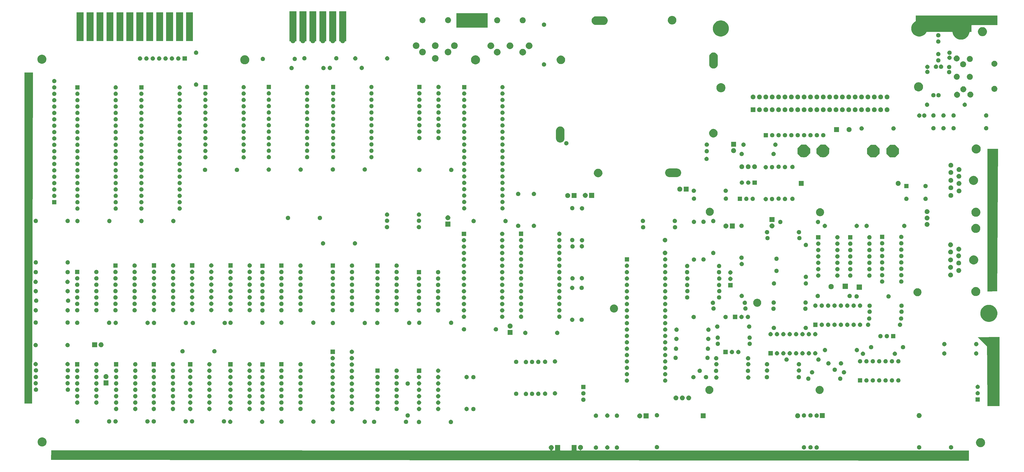
<source format=gts>
G04 #@! TF.GenerationSoftware,KiCad,Pcbnew,(5.1.2)-2*
G04 #@! TF.CreationDate,2019-12-01T00:39:06+01:00*
G04 #@! TF.ProjectId,C64,4336342e-6b69-4636-9164-5f7063625858,rev?*
G04 #@! TF.SameCoordinates,Original*
G04 #@! TF.FileFunction,Soldermask,Top*
G04 #@! TF.FilePolarity,Negative*
%FSLAX46Y46*%
G04 Gerber Fmt 4.6, Leading zero omitted, Abs format (unit mm)*
G04 Created by KiCad (PCBNEW (5.1.2)-2) date 2019-12-01 00:39:06*
%MOMM*%
%LPD*%
G04 APERTURE LIST*
%ADD10C,0.100000*%
G04 APERTURE END LIST*
D10*
G36*
X235774840Y-219899094D02*
G01*
X235777242Y-219923480D01*
X235784355Y-219946929D01*
X235795906Y-219968540D01*
X235811451Y-219987482D01*
X235830393Y-220003027D01*
X235852004Y-220014578D01*
X235875453Y-220021691D01*
X235899808Y-220024093D01*
X237110560Y-220024356D01*
X237134942Y-220021959D01*
X237158393Y-220014851D01*
X237180006Y-220003305D01*
X237198951Y-219987764D01*
X237214501Y-219968825D01*
X237226057Y-219947217D01*
X237233175Y-219923770D01*
X237235582Y-219899384D01*
X237233185Y-219874998D01*
X237226077Y-219851547D01*
X237214531Y-219829934D01*
X237198990Y-219810989D01*
X237180051Y-219795439D01*
X237158443Y-219783883D01*
X237134970Y-219776760D01*
X237039426Y-219757755D01*
X237019166Y-219749363D01*
X236859731Y-219683323D01*
X236698009Y-219575264D01*
X236560476Y-219437731D01*
X236452417Y-219276009D01*
X236377985Y-219096314D01*
X236352933Y-218970368D01*
X236340040Y-218905552D01*
X236340040Y-218711048D01*
X236375163Y-218534472D01*
X236377985Y-218520286D01*
X236452417Y-218340591D01*
X236560476Y-218178869D01*
X236698009Y-218041336D01*
X236859731Y-217933277D01*
X237039426Y-217858845D01*
X237103014Y-217846197D01*
X237230188Y-217820900D01*
X237424692Y-217820900D01*
X237551866Y-217846197D01*
X237615454Y-217858845D01*
X237795149Y-217933277D01*
X237956871Y-218041336D01*
X238094404Y-218178869D01*
X238202463Y-218340591D01*
X238276895Y-218520286D01*
X238279717Y-218534472D01*
X238314840Y-218711048D01*
X238314840Y-218905552D01*
X238301947Y-218970368D01*
X238276895Y-219096314D01*
X238202463Y-219276009D01*
X238094404Y-219437731D01*
X237956871Y-219575264D01*
X237795149Y-219683323D01*
X237615454Y-219757755D01*
X237583057Y-219764199D01*
X237519438Y-219776854D01*
X237495989Y-219783967D01*
X237474378Y-219795518D01*
X237455436Y-219811064D01*
X237439891Y-219830006D01*
X237428340Y-219851616D01*
X237421227Y-219875065D01*
X237418825Y-219899451D01*
X237421227Y-219923837D01*
X237428340Y-219947286D01*
X237439891Y-219968897D01*
X237455437Y-219987839D01*
X237474379Y-220003384D01*
X237495989Y-220014935D01*
X237519438Y-220022048D01*
X237543794Y-220024450D01*
X391942320Y-220057980D01*
X391942320Y-224088960D01*
X217381707Y-223928784D01*
X26559300Y-223753686D01*
X26559296Y-223753686D01*
X26553160Y-223753680D01*
X26598880Y-219981780D01*
X29354780Y-219979240D01*
X29364940Y-219979240D01*
X225245604Y-220021779D01*
X225269989Y-220019382D01*
X225293440Y-220012274D01*
X225315053Y-220000728D01*
X225333998Y-219985187D01*
X225349548Y-219966248D01*
X225361104Y-219944640D01*
X225368222Y-219921193D01*
X225370629Y-219896807D01*
X225368232Y-219872421D01*
X225361124Y-219848970D01*
X225349578Y-219827357D01*
X225334037Y-219808412D01*
X225315098Y-219792862D01*
X225293468Y-219781297D01*
X225216371Y-219749363D01*
X225054649Y-219641304D01*
X224917116Y-219503771D01*
X224809057Y-219342049D01*
X224734625Y-219162354D01*
X224706542Y-219021169D01*
X224696680Y-218971592D01*
X224696680Y-218777088D01*
X224734625Y-218586327D01*
X224734625Y-218586326D01*
X224809057Y-218406631D01*
X224917116Y-218244909D01*
X225054649Y-218107376D01*
X225216371Y-217999317D01*
X225396066Y-217924885D01*
X225471904Y-217909800D01*
X225586828Y-217886940D01*
X225781332Y-217886940D01*
X225896256Y-217909800D01*
X225972094Y-217924885D01*
X226151789Y-217999317D01*
X226313511Y-218107376D01*
X226451044Y-218244909D01*
X226559103Y-218406631D01*
X226633535Y-218586326D01*
X226633535Y-218586327D01*
X226671480Y-218777088D01*
X226671480Y-218971592D01*
X226661618Y-219021169D01*
X226633535Y-219162354D01*
X226559103Y-219342049D01*
X226451044Y-219503771D01*
X226313511Y-219641304D01*
X226151789Y-219749363D01*
X226074228Y-219781490D01*
X226052624Y-219793037D01*
X226033683Y-219808582D01*
X226018137Y-219827524D01*
X226006586Y-219849135D01*
X225999473Y-219872584D01*
X225997071Y-219896970D01*
X225999473Y-219921356D01*
X226006586Y-219944805D01*
X226018137Y-219966416D01*
X226033682Y-219985357D01*
X226052624Y-220000903D01*
X226074235Y-220012454D01*
X226097684Y-220019567D01*
X226122043Y-220021969D01*
X227111654Y-220022184D01*
X227136040Y-220019787D01*
X227159491Y-220012679D01*
X227181104Y-220001133D01*
X227200049Y-219985592D01*
X227215599Y-219966653D01*
X227227155Y-219945045D01*
X227234273Y-219921598D01*
X227236680Y-219897185D01*
X227236680Y-217886940D01*
X229211480Y-217886940D01*
X229211480Y-219897668D01*
X229213882Y-219922054D01*
X229220995Y-219945503D01*
X229232546Y-219967114D01*
X229248091Y-219986056D01*
X229267033Y-220001601D01*
X229288644Y-220013152D01*
X229312093Y-220020265D01*
X229336452Y-220022667D01*
X233675014Y-220023609D01*
X233699400Y-220021212D01*
X233722851Y-220014104D01*
X233744464Y-220002558D01*
X233763409Y-219987017D01*
X233778959Y-219968078D01*
X233790515Y-219946470D01*
X233797633Y-219923023D01*
X233800040Y-219898610D01*
X233800040Y-217820900D01*
X235774840Y-217820900D01*
X235774840Y-219899094D01*
X235774840Y-219899094D01*
G37*
G36*
X252066568Y-218069864D02*
G01*
X252223150Y-218134723D01*
X252223152Y-218134724D01*
X252364073Y-218228884D01*
X252483916Y-218348727D01*
X252544134Y-218438850D01*
X252578077Y-218489650D01*
X252642936Y-218646232D01*
X252676000Y-218812457D01*
X252676000Y-218981943D01*
X252642936Y-219148168D01*
X252593352Y-219267873D01*
X252578076Y-219304752D01*
X252483916Y-219445673D01*
X252364073Y-219565516D01*
X252223152Y-219659676D01*
X252223151Y-219659677D01*
X252223150Y-219659677D01*
X252066568Y-219724536D01*
X251900343Y-219757600D01*
X251730857Y-219757600D01*
X251564632Y-219724536D01*
X251408050Y-219659677D01*
X251408049Y-219659677D01*
X251408048Y-219659676D01*
X251267127Y-219565516D01*
X251147284Y-219445673D01*
X251053124Y-219304752D01*
X251037848Y-219267873D01*
X250988264Y-219148168D01*
X250955200Y-218981943D01*
X250955200Y-218812457D01*
X250988264Y-218646232D01*
X251053123Y-218489650D01*
X251087066Y-218438850D01*
X251147284Y-218348727D01*
X251267127Y-218228884D01*
X251408048Y-218134724D01*
X251408050Y-218134723D01*
X251564632Y-218069864D01*
X251730857Y-218036800D01*
X251900343Y-218036800D01*
X252066568Y-218069864D01*
X252066568Y-218069864D01*
G37*
G36*
X243709968Y-218069864D02*
G01*
X243866550Y-218134723D01*
X243866552Y-218134724D01*
X244007473Y-218228884D01*
X244127316Y-218348727D01*
X244187534Y-218438850D01*
X244221477Y-218489650D01*
X244286336Y-218646232D01*
X244319400Y-218812457D01*
X244319400Y-218981943D01*
X244286336Y-219148168D01*
X244236752Y-219267873D01*
X244221476Y-219304752D01*
X244127316Y-219445673D01*
X244007473Y-219565516D01*
X243866552Y-219659676D01*
X243866551Y-219659677D01*
X243866550Y-219659677D01*
X243709968Y-219724536D01*
X243543743Y-219757600D01*
X243374257Y-219757600D01*
X243208032Y-219724536D01*
X243051450Y-219659677D01*
X243051449Y-219659677D01*
X243051448Y-219659676D01*
X242910527Y-219565516D01*
X242790684Y-219445673D01*
X242696524Y-219304752D01*
X242681248Y-219267873D01*
X242631664Y-219148168D01*
X242598600Y-218981943D01*
X242598600Y-218812457D01*
X242631664Y-218646232D01*
X242696523Y-218489650D01*
X242730466Y-218438850D01*
X242790684Y-218348727D01*
X242910527Y-218228884D01*
X243051448Y-218134724D01*
X243051450Y-218134723D01*
X243208032Y-218069864D01*
X243374257Y-218036800D01*
X243543743Y-218036800D01*
X243709968Y-218069864D01*
X243709968Y-218069864D01*
G37*
G36*
X248246408Y-218019064D02*
G01*
X248378051Y-218073593D01*
X248402992Y-218083924D01*
X248543913Y-218178084D01*
X248663756Y-218297927D01*
X248757916Y-218438848D01*
X248757917Y-218438850D01*
X248822776Y-218595432D01*
X248855840Y-218761657D01*
X248855840Y-218931143D01*
X248822776Y-219097368D01*
X248783167Y-219192992D01*
X248757916Y-219253952D01*
X248663756Y-219394873D01*
X248543913Y-219514716D01*
X248402992Y-219608876D01*
X248402991Y-219608877D01*
X248402990Y-219608877D01*
X248246408Y-219673736D01*
X248080183Y-219706800D01*
X247910697Y-219706800D01*
X247744472Y-219673736D01*
X247587890Y-219608877D01*
X247587889Y-219608877D01*
X247587888Y-219608876D01*
X247446967Y-219514716D01*
X247327124Y-219394873D01*
X247232964Y-219253952D01*
X247207713Y-219192992D01*
X247168104Y-219097368D01*
X247135040Y-218931143D01*
X247135040Y-218761657D01*
X247168104Y-218595432D01*
X247232963Y-218438850D01*
X247232964Y-218438848D01*
X247327124Y-218297927D01*
X247446967Y-218178084D01*
X247587888Y-218083924D01*
X247612829Y-218073593D01*
X247744472Y-218019064D01*
X247910697Y-217986000D01*
X248080183Y-217986000D01*
X248246408Y-218019064D01*
X248246408Y-218019064D01*
G37*
G36*
X331593968Y-218019064D02*
G01*
X331725611Y-218073593D01*
X331750552Y-218083924D01*
X331891473Y-218178084D01*
X332011316Y-218297927D01*
X332105476Y-218438848D01*
X332105477Y-218438850D01*
X332170336Y-218595432D01*
X332203400Y-218761657D01*
X332203400Y-218931143D01*
X332170336Y-219097368D01*
X332130727Y-219192992D01*
X332105476Y-219253952D01*
X332011316Y-219394873D01*
X331891473Y-219514716D01*
X331750552Y-219608876D01*
X331750551Y-219608877D01*
X331750550Y-219608877D01*
X331593968Y-219673736D01*
X331427743Y-219706800D01*
X331258257Y-219706800D01*
X331092032Y-219673736D01*
X330935450Y-219608877D01*
X330935449Y-219608877D01*
X330935448Y-219608876D01*
X330794527Y-219514716D01*
X330674684Y-219394873D01*
X330580524Y-219253952D01*
X330555273Y-219192992D01*
X330515664Y-219097368D01*
X330482600Y-218931143D01*
X330482600Y-218761657D01*
X330515664Y-218595432D01*
X330580523Y-218438850D01*
X330580524Y-218438848D01*
X330674684Y-218297927D01*
X330794527Y-218178084D01*
X330935448Y-218083924D01*
X330960389Y-218073593D01*
X331092032Y-218019064D01*
X331258257Y-217986000D01*
X331427743Y-217986000D01*
X331593968Y-218019064D01*
X331593968Y-218019064D01*
G37*
G36*
X326539368Y-217968264D02*
G01*
X326671424Y-218022964D01*
X326695952Y-218033124D01*
X326836873Y-218127284D01*
X326956716Y-218247127D01*
X327050876Y-218388048D01*
X327050877Y-218388050D01*
X327115736Y-218544632D01*
X327148800Y-218710857D01*
X327148800Y-218880343D01*
X327115736Y-219046568D01*
X327050877Y-219203150D01*
X327050876Y-219203152D01*
X326956716Y-219344073D01*
X326836873Y-219463916D01*
X326695952Y-219558076D01*
X326695951Y-219558077D01*
X326695950Y-219558077D01*
X326539368Y-219622936D01*
X326373143Y-219656000D01*
X326203657Y-219656000D01*
X326037432Y-219622936D01*
X325880850Y-219558077D01*
X325880849Y-219558077D01*
X325880848Y-219558076D01*
X325739927Y-219463916D01*
X325620084Y-219344073D01*
X325525924Y-219203152D01*
X325525923Y-219203150D01*
X325461064Y-219046568D01*
X325428000Y-218880343D01*
X325428000Y-218710857D01*
X325461064Y-218544632D01*
X325525923Y-218388050D01*
X325525924Y-218388048D01*
X325620084Y-218247127D01*
X325739927Y-218127284D01*
X325880848Y-218033124D01*
X325905376Y-218022964D01*
X326037432Y-217968264D01*
X326203657Y-217935200D01*
X326373143Y-217935200D01*
X326539368Y-217968264D01*
X326539368Y-217968264D01*
G37*
G36*
X372391448Y-217958104D02*
G01*
X372538617Y-218019064D01*
X372548032Y-218022964D01*
X372688953Y-218117124D01*
X372808796Y-218236967D01*
X372858831Y-218311850D01*
X372902957Y-218377890D01*
X372967816Y-218534472D01*
X373000880Y-218700697D01*
X373000880Y-218870183D01*
X372967816Y-219036408D01*
X372909269Y-219177752D01*
X372902956Y-219192992D01*
X372808796Y-219333913D01*
X372688953Y-219453756D01*
X372548032Y-219547916D01*
X372548031Y-219547917D01*
X372548030Y-219547917D01*
X372391448Y-219612776D01*
X372225223Y-219645840D01*
X372055737Y-219645840D01*
X371889512Y-219612776D01*
X371732930Y-219547917D01*
X371732929Y-219547917D01*
X371732928Y-219547916D01*
X371592007Y-219453756D01*
X371472164Y-219333913D01*
X371378004Y-219192992D01*
X371371691Y-219177752D01*
X371313144Y-219036408D01*
X371280080Y-218870183D01*
X371280080Y-218700697D01*
X371313144Y-218534472D01*
X371378003Y-218377890D01*
X371422129Y-218311850D01*
X371472164Y-218236967D01*
X371592007Y-218117124D01*
X371732928Y-218022964D01*
X371742343Y-218019064D01*
X371889512Y-217958104D01*
X372055737Y-217925040D01*
X372225223Y-217925040D01*
X372391448Y-217958104D01*
X372391448Y-217958104D01*
G37*
G36*
X385091448Y-217958104D02*
G01*
X385238617Y-218019064D01*
X385248032Y-218022964D01*
X385388953Y-218117124D01*
X385508796Y-218236967D01*
X385558831Y-218311850D01*
X385602957Y-218377890D01*
X385667816Y-218534472D01*
X385700880Y-218700697D01*
X385700880Y-218870183D01*
X385667816Y-219036408D01*
X385609269Y-219177752D01*
X385602956Y-219192992D01*
X385508796Y-219333913D01*
X385388953Y-219453756D01*
X385248032Y-219547916D01*
X385248031Y-219547917D01*
X385248030Y-219547917D01*
X385091448Y-219612776D01*
X384925223Y-219645840D01*
X384755737Y-219645840D01*
X384589512Y-219612776D01*
X384432930Y-219547917D01*
X384432929Y-219547917D01*
X384432928Y-219547916D01*
X384292007Y-219453756D01*
X384172164Y-219333913D01*
X384078004Y-219192992D01*
X384071691Y-219177752D01*
X384013144Y-219036408D01*
X383980080Y-218870183D01*
X383980080Y-218700697D01*
X384013144Y-218534472D01*
X384078003Y-218377890D01*
X384122129Y-218311850D01*
X384172164Y-218236967D01*
X384292007Y-218117124D01*
X384432928Y-218022964D01*
X384442343Y-218019064D01*
X384589512Y-217958104D01*
X384755737Y-217925040D01*
X384925223Y-217925040D01*
X385091448Y-217958104D01*
X385091448Y-217958104D01*
G37*
G36*
X329155568Y-217942864D02*
G01*
X329291856Y-217999317D01*
X329312152Y-218007724D01*
X329453073Y-218101884D01*
X329572916Y-218221727D01*
X329633134Y-218311850D01*
X329667077Y-218362650D01*
X329731936Y-218519232D01*
X329765000Y-218685457D01*
X329765000Y-218854943D01*
X329731936Y-219021168D01*
X329673454Y-219162354D01*
X329667076Y-219177752D01*
X329572916Y-219318673D01*
X329453073Y-219438516D01*
X329312152Y-219532676D01*
X329312151Y-219532677D01*
X329312150Y-219532677D01*
X329155568Y-219597536D01*
X328989343Y-219630600D01*
X328819857Y-219630600D01*
X328653632Y-219597536D01*
X328497050Y-219532677D01*
X328497049Y-219532677D01*
X328497048Y-219532676D01*
X328356127Y-219438516D01*
X328236284Y-219318673D01*
X328142124Y-219177752D01*
X328135746Y-219162354D01*
X328077264Y-219021168D01*
X328044200Y-218854943D01*
X328044200Y-218685457D01*
X328077264Y-218519232D01*
X328142123Y-218362650D01*
X328176066Y-218311850D01*
X328236284Y-218221727D01*
X328356127Y-218101884D01*
X328497048Y-218007724D01*
X328517344Y-217999317D01*
X328653632Y-217942864D01*
X328819857Y-217909800D01*
X328989343Y-217909800D01*
X329155568Y-217942864D01*
X329155568Y-217942864D01*
G37*
G36*
X267992368Y-217892064D02*
G01*
X268115011Y-217942865D01*
X268148952Y-217956924D01*
X268289873Y-218051084D01*
X268409716Y-218170927D01*
X268494574Y-218297927D01*
X268503877Y-218311850D01*
X268568736Y-218468432D01*
X268601800Y-218634657D01*
X268601800Y-218804143D01*
X268568736Y-218970368D01*
X268537172Y-219046569D01*
X268503876Y-219126952D01*
X268409716Y-219267873D01*
X268289873Y-219387716D01*
X268148952Y-219481876D01*
X268148951Y-219481877D01*
X268148950Y-219481877D01*
X267992368Y-219546736D01*
X267826143Y-219579800D01*
X267656657Y-219579800D01*
X267490432Y-219546736D01*
X267333850Y-219481877D01*
X267333849Y-219481877D01*
X267333848Y-219481876D01*
X267192927Y-219387716D01*
X267073084Y-219267873D01*
X266978924Y-219126952D01*
X266945628Y-219046569D01*
X266914064Y-218970368D01*
X266881000Y-218804143D01*
X266881000Y-218634657D01*
X266914064Y-218468432D01*
X266978923Y-218311850D01*
X266988226Y-218297927D01*
X267073084Y-218170927D01*
X267192927Y-218051084D01*
X267333848Y-217956924D01*
X267367789Y-217942865D01*
X267490432Y-217892064D01*
X267656657Y-217859000D01*
X267826143Y-217859000D01*
X267992368Y-217892064D01*
X267992368Y-217892064D01*
G37*
G36*
X396941683Y-215160747D02*
G01*
X397115561Y-215195333D01*
X397443140Y-215331021D01*
X397737953Y-215528009D01*
X397988671Y-215778727D01*
X398185659Y-216073540D01*
X398321347Y-216401119D01*
X398334944Y-216469476D01*
X398390520Y-216748874D01*
X398390520Y-217103446D01*
X398376923Y-217171801D01*
X398321347Y-217451201D01*
X398185659Y-217778780D01*
X397988671Y-218073593D01*
X397737953Y-218324311D01*
X397443140Y-218521299D01*
X397115561Y-218656987D01*
X396972432Y-218685457D01*
X396767806Y-218726160D01*
X396413234Y-218726160D01*
X396208608Y-218685457D01*
X396065479Y-218656987D01*
X395737900Y-218521299D01*
X395443087Y-218324311D01*
X395192369Y-218073593D01*
X394995381Y-217778780D01*
X394859693Y-217451201D01*
X394804117Y-217171801D01*
X394790520Y-217103446D01*
X394790520Y-216748874D01*
X394846096Y-216469476D01*
X394859693Y-216401119D01*
X394995381Y-216073540D01*
X395192369Y-215778727D01*
X395443087Y-215528009D01*
X395737900Y-215331021D01*
X396065479Y-215195333D01*
X396239357Y-215160747D01*
X396413234Y-215126160D01*
X396767806Y-215126160D01*
X396941683Y-215160747D01*
X396941683Y-215160747D01*
G37*
G36*
X23335623Y-214881347D02*
G01*
X23509501Y-214915933D01*
X23837080Y-215051621D01*
X24131893Y-215248609D01*
X24382611Y-215499327D01*
X24579599Y-215794140D01*
X24715287Y-216121719D01*
X24715287Y-216121721D01*
X24770864Y-216401121D01*
X24784460Y-216469476D01*
X24784460Y-216824044D01*
X24715287Y-217171801D01*
X24579599Y-217499380D01*
X24382611Y-217794193D01*
X24131893Y-218044911D01*
X23837080Y-218241899D01*
X23837079Y-218241900D01*
X23837078Y-218241900D01*
X23829811Y-218244910D01*
X23509501Y-218377587D01*
X23335622Y-218412174D01*
X23161746Y-218446760D01*
X22807174Y-218446760D01*
X22633298Y-218412174D01*
X22459419Y-218377587D01*
X22139109Y-218244910D01*
X22131842Y-218241900D01*
X22131841Y-218241900D01*
X22131840Y-218241899D01*
X21837027Y-218044911D01*
X21586309Y-217794193D01*
X21389321Y-217499380D01*
X21253633Y-217171801D01*
X21184460Y-216824044D01*
X21184460Y-216469476D01*
X21198057Y-216401121D01*
X21253633Y-216121721D01*
X21253633Y-216121719D01*
X21389321Y-215794140D01*
X21586309Y-215499327D01*
X21837027Y-215248609D01*
X22131840Y-215051621D01*
X22459419Y-214915933D01*
X22633297Y-214881347D01*
X22807174Y-214846760D01*
X23161746Y-214846760D01*
X23335623Y-214881347D01*
X23335623Y-214881347D01*
G37*
G36*
X185950368Y-207859064D02*
G01*
X186106950Y-207923923D01*
X186106952Y-207923924D01*
X186247873Y-208018084D01*
X186367716Y-208137927D01*
X186461876Y-208278848D01*
X186461877Y-208278850D01*
X186526736Y-208435432D01*
X186559800Y-208601657D01*
X186559800Y-208771143D01*
X186526736Y-208937368D01*
X186461877Y-209093950D01*
X186461876Y-209093952D01*
X186367716Y-209234873D01*
X186247873Y-209354716D01*
X186106952Y-209448876D01*
X186106951Y-209448877D01*
X186106950Y-209448877D01*
X185950368Y-209513736D01*
X185784143Y-209546800D01*
X185614657Y-209546800D01*
X185448432Y-209513736D01*
X185291850Y-209448877D01*
X185291849Y-209448877D01*
X185291848Y-209448876D01*
X185150927Y-209354716D01*
X185031084Y-209234873D01*
X184936924Y-209093952D01*
X184936923Y-209093950D01*
X184872064Y-208937368D01*
X184839000Y-208771143D01*
X184839000Y-208601657D01*
X184872064Y-208435432D01*
X184936923Y-208278850D01*
X184936924Y-208278848D01*
X185031084Y-208137927D01*
X185150927Y-208018084D01*
X185291848Y-207923924D01*
X185291850Y-207923923D01*
X185448432Y-207859064D01*
X185614657Y-207826000D01*
X185784143Y-207826000D01*
X185950368Y-207859064D01*
X185950368Y-207859064D01*
G37*
G36*
X173250368Y-207859064D02*
G01*
X173406950Y-207923923D01*
X173406952Y-207923924D01*
X173547873Y-208018084D01*
X173667716Y-208137927D01*
X173761876Y-208278848D01*
X173761877Y-208278850D01*
X173826736Y-208435432D01*
X173859800Y-208601657D01*
X173859800Y-208771143D01*
X173826736Y-208937368D01*
X173761877Y-209093950D01*
X173761876Y-209093952D01*
X173667716Y-209234873D01*
X173547873Y-209354716D01*
X173406952Y-209448876D01*
X173406951Y-209448877D01*
X173406950Y-209448877D01*
X173250368Y-209513736D01*
X173084143Y-209546800D01*
X172914657Y-209546800D01*
X172748432Y-209513736D01*
X172591850Y-209448877D01*
X172591849Y-209448877D01*
X172591848Y-209448876D01*
X172450927Y-209354716D01*
X172331084Y-209234873D01*
X172236924Y-209093952D01*
X172236923Y-209093950D01*
X172172064Y-208937368D01*
X172139000Y-208771143D01*
X172139000Y-208601657D01*
X172172064Y-208435432D01*
X172236923Y-208278850D01*
X172236924Y-208278848D01*
X172331084Y-208137927D01*
X172450927Y-208018084D01*
X172591848Y-207923924D01*
X172591850Y-207923923D01*
X172748432Y-207859064D01*
X172914657Y-207826000D01*
X173084143Y-207826000D01*
X173250368Y-207859064D01*
X173250368Y-207859064D01*
G37*
G36*
X168119568Y-207782864D02*
G01*
X168251624Y-207837564D01*
X168276152Y-207847724D01*
X168417073Y-207941884D01*
X168536916Y-208061727D01*
X168627082Y-208196671D01*
X168631077Y-208202650D01*
X168695936Y-208359232D01*
X168729000Y-208525457D01*
X168729000Y-208694943D01*
X168695936Y-208861168D01*
X168631077Y-209017750D01*
X168631076Y-209017752D01*
X168536916Y-209158673D01*
X168417073Y-209278516D01*
X168276152Y-209372676D01*
X168276151Y-209372677D01*
X168276150Y-209372677D01*
X168119568Y-209437536D01*
X167953343Y-209470600D01*
X167783857Y-209470600D01*
X167617632Y-209437536D01*
X167461050Y-209372677D01*
X167461049Y-209372677D01*
X167461048Y-209372676D01*
X167320127Y-209278516D01*
X167200284Y-209158673D01*
X167106124Y-209017752D01*
X167106123Y-209017750D01*
X167041264Y-208861168D01*
X167008200Y-208694943D01*
X167008200Y-208525457D01*
X167041264Y-208359232D01*
X167106123Y-208202650D01*
X167110118Y-208196671D01*
X167200284Y-208061727D01*
X167320127Y-207941884D01*
X167461048Y-207847724D01*
X167485576Y-207837564D01*
X167617632Y-207782864D01*
X167783857Y-207749800D01*
X167953343Y-207749800D01*
X168119568Y-207782864D01*
X168119568Y-207782864D01*
G37*
G36*
X155419568Y-207782864D02*
G01*
X155551624Y-207837564D01*
X155576152Y-207847724D01*
X155717073Y-207941884D01*
X155836916Y-208061727D01*
X155927082Y-208196671D01*
X155931077Y-208202650D01*
X155995936Y-208359232D01*
X156029000Y-208525457D01*
X156029000Y-208694943D01*
X155995936Y-208861168D01*
X155931077Y-209017750D01*
X155931076Y-209017752D01*
X155836916Y-209158673D01*
X155717073Y-209278516D01*
X155576152Y-209372676D01*
X155576151Y-209372677D01*
X155576150Y-209372677D01*
X155419568Y-209437536D01*
X155253343Y-209470600D01*
X155083857Y-209470600D01*
X154917632Y-209437536D01*
X154761050Y-209372677D01*
X154761049Y-209372677D01*
X154761048Y-209372676D01*
X154620127Y-209278516D01*
X154500284Y-209158673D01*
X154406124Y-209017752D01*
X154406123Y-209017750D01*
X154341264Y-208861168D01*
X154308200Y-208694943D01*
X154308200Y-208525457D01*
X154341264Y-208359232D01*
X154406123Y-208202650D01*
X154410118Y-208196671D01*
X154500284Y-208061727D01*
X154620127Y-207941884D01*
X154761048Y-207847724D01*
X154785576Y-207837564D01*
X154917632Y-207782864D01*
X155083857Y-207749800D01*
X155253343Y-207749800D01*
X155419568Y-207782864D01*
X155419568Y-207782864D01*
G37*
G36*
X98132408Y-207772704D02*
G01*
X98288990Y-207837563D01*
X98288992Y-207837564D01*
X98429913Y-207931724D01*
X98549756Y-208051567D01*
X98633733Y-208177248D01*
X98643917Y-208192490D01*
X98708776Y-208349072D01*
X98741840Y-208515297D01*
X98741840Y-208684783D01*
X98708776Y-208851008D01*
X98643917Y-209007590D01*
X98643916Y-209007592D01*
X98549756Y-209148513D01*
X98429913Y-209268356D01*
X98288992Y-209362516D01*
X98288991Y-209362517D01*
X98288990Y-209362517D01*
X98132408Y-209427376D01*
X97966183Y-209460440D01*
X97796697Y-209460440D01*
X97630472Y-209427376D01*
X97473890Y-209362517D01*
X97473889Y-209362517D01*
X97473888Y-209362516D01*
X97332967Y-209268356D01*
X97213124Y-209148513D01*
X97118964Y-209007592D01*
X97118963Y-209007590D01*
X97054104Y-208851008D01*
X97021040Y-208684783D01*
X97021040Y-208515297D01*
X97054104Y-208349072D01*
X97118963Y-208192490D01*
X97129147Y-208177248D01*
X97213124Y-208051567D01*
X97332967Y-207931724D01*
X97473888Y-207837564D01*
X97473890Y-207837563D01*
X97630472Y-207772704D01*
X97796697Y-207739640D01*
X97966183Y-207739640D01*
X98132408Y-207772704D01*
X98132408Y-207772704D01*
G37*
G36*
X110832408Y-207772704D02*
G01*
X110988990Y-207837563D01*
X110988992Y-207837564D01*
X111129913Y-207931724D01*
X111249756Y-208051567D01*
X111333733Y-208177248D01*
X111343917Y-208192490D01*
X111408776Y-208349072D01*
X111441840Y-208515297D01*
X111441840Y-208684783D01*
X111408776Y-208851008D01*
X111343917Y-209007590D01*
X111343916Y-209007592D01*
X111249756Y-209148513D01*
X111129913Y-209268356D01*
X110988992Y-209362516D01*
X110988991Y-209362517D01*
X110988990Y-209362517D01*
X110832408Y-209427376D01*
X110666183Y-209460440D01*
X110496697Y-209460440D01*
X110330472Y-209427376D01*
X110173890Y-209362517D01*
X110173889Y-209362517D01*
X110173888Y-209362516D01*
X110032967Y-209268356D01*
X109913124Y-209148513D01*
X109818964Y-209007592D01*
X109818963Y-209007590D01*
X109754104Y-208851008D01*
X109721040Y-208684783D01*
X109721040Y-208515297D01*
X109754104Y-208349072D01*
X109818963Y-208192490D01*
X109829147Y-208177248D01*
X109913124Y-208051567D01*
X110032967Y-207931724D01*
X110173888Y-207837564D01*
X110173890Y-207837563D01*
X110330472Y-207772704D01*
X110496697Y-207739640D01*
X110666183Y-207739640D01*
X110832408Y-207772704D01*
X110832408Y-207772704D01*
G37*
G36*
X151685768Y-207757464D02*
G01*
X151842350Y-207822323D01*
X151842352Y-207822324D01*
X151983273Y-207916484D01*
X152103116Y-208036327D01*
X152197276Y-208177248D01*
X152197277Y-208177250D01*
X152262136Y-208333832D01*
X152295200Y-208500057D01*
X152295200Y-208669543D01*
X152262136Y-208835768D01*
X152220051Y-208937369D01*
X152197276Y-208992352D01*
X152103116Y-209133273D01*
X151983273Y-209253116D01*
X151842352Y-209347276D01*
X151842351Y-209347277D01*
X151842350Y-209347277D01*
X151685768Y-209412136D01*
X151519543Y-209445200D01*
X151350057Y-209445200D01*
X151183832Y-209412136D01*
X151027250Y-209347277D01*
X151027249Y-209347277D01*
X151027248Y-209347276D01*
X150886327Y-209253116D01*
X150766484Y-209133273D01*
X150672324Y-208992352D01*
X150649549Y-208937369D01*
X150607464Y-208835768D01*
X150574400Y-208669543D01*
X150574400Y-208500057D01*
X150607464Y-208333832D01*
X150672323Y-208177250D01*
X150672324Y-208177248D01*
X150766484Y-208036327D01*
X150886327Y-207916484D01*
X151027248Y-207822324D01*
X151027250Y-207822323D01*
X151183832Y-207757464D01*
X151350057Y-207724400D01*
X151519543Y-207724400D01*
X151685768Y-207757464D01*
X151685768Y-207757464D01*
G37*
G36*
X138985768Y-207757464D02*
G01*
X139142350Y-207822323D01*
X139142352Y-207822324D01*
X139283273Y-207916484D01*
X139403116Y-208036327D01*
X139497276Y-208177248D01*
X139497277Y-208177250D01*
X139562136Y-208333832D01*
X139595200Y-208500057D01*
X139595200Y-208669543D01*
X139562136Y-208835768D01*
X139520051Y-208937369D01*
X139497276Y-208992352D01*
X139403116Y-209133273D01*
X139283273Y-209253116D01*
X139142352Y-209347276D01*
X139142351Y-209347277D01*
X139142350Y-209347277D01*
X138985768Y-209412136D01*
X138819543Y-209445200D01*
X138650057Y-209445200D01*
X138483832Y-209412136D01*
X138327250Y-209347277D01*
X138327249Y-209347277D01*
X138327248Y-209347276D01*
X138186327Y-209253116D01*
X138066484Y-209133273D01*
X137972324Y-208992352D01*
X137949549Y-208937369D01*
X137907464Y-208835768D01*
X137874400Y-208669543D01*
X137874400Y-208500057D01*
X137907464Y-208333832D01*
X137972323Y-208177250D01*
X137972324Y-208177248D01*
X138066484Y-208036327D01*
X138186327Y-207916484D01*
X138327248Y-207822324D01*
X138327250Y-207822323D01*
X138483832Y-207757464D01*
X138650057Y-207724400D01*
X138819543Y-207724400D01*
X138985768Y-207757464D01*
X138985768Y-207757464D01*
G37*
G36*
X118538768Y-207732064D02*
G01*
X118695350Y-207796923D01*
X118695352Y-207796924D01*
X118836273Y-207891084D01*
X118956116Y-208010927D01*
X119040974Y-208137927D01*
X119050277Y-208151850D01*
X119115136Y-208308432D01*
X119148200Y-208474657D01*
X119148200Y-208644143D01*
X119115136Y-208810368D01*
X119062530Y-208937368D01*
X119050276Y-208966952D01*
X118956116Y-209107873D01*
X118836273Y-209227716D01*
X118695352Y-209321876D01*
X118695351Y-209321877D01*
X118695350Y-209321877D01*
X118538768Y-209386736D01*
X118372543Y-209419800D01*
X118203057Y-209419800D01*
X118036832Y-209386736D01*
X117880250Y-209321877D01*
X117880249Y-209321877D01*
X117880248Y-209321876D01*
X117739327Y-209227716D01*
X117619484Y-209107873D01*
X117525324Y-208966952D01*
X117513070Y-208937368D01*
X117460464Y-208810368D01*
X117427400Y-208644143D01*
X117427400Y-208474657D01*
X117460464Y-208308432D01*
X117525323Y-208151850D01*
X117534626Y-208137927D01*
X117619484Y-208010927D01*
X117739327Y-207891084D01*
X117880248Y-207796924D01*
X117880250Y-207796923D01*
X118036832Y-207732064D01*
X118203057Y-207699000D01*
X118372543Y-207699000D01*
X118538768Y-207732064D01*
X118538768Y-207732064D01*
G37*
G36*
X131238768Y-207732064D02*
G01*
X131395350Y-207796923D01*
X131395352Y-207796924D01*
X131536273Y-207891084D01*
X131656116Y-208010927D01*
X131740974Y-208137927D01*
X131750277Y-208151850D01*
X131815136Y-208308432D01*
X131848200Y-208474657D01*
X131848200Y-208644143D01*
X131815136Y-208810368D01*
X131762530Y-208937368D01*
X131750276Y-208966952D01*
X131656116Y-209107873D01*
X131536273Y-209227716D01*
X131395352Y-209321876D01*
X131395351Y-209321877D01*
X131395350Y-209321877D01*
X131238768Y-209386736D01*
X131072543Y-209419800D01*
X130903057Y-209419800D01*
X130736832Y-209386736D01*
X130580250Y-209321877D01*
X130580249Y-209321877D01*
X130580248Y-209321876D01*
X130439327Y-209227716D01*
X130319484Y-209107873D01*
X130225324Y-208966952D01*
X130213070Y-208937368D01*
X130160464Y-208810368D01*
X130127400Y-208644143D01*
X130127400Y-208474657D01*
X130160464Y-208308432D01*
X130225323Y-208151850D01*
X130234626Y-208137927D01*
X130319484Y-208010927D01*
X130439327Y-207891084D01*
X130580248Y-207796924D01*
X130580250Y-207796923D01*
X130736832Y-207732064D01*
X130903057Y-207699000D01*
X131072543Y-207699000D01*
X131238768Y-207732064D01*
X131238768Y-207732064D01*
G37*
G36*
X49933368Y-207630464D02*
G01*
X50065424Y-207685164D01*
X50089952Y-207695324D01*
X50230873Y-207789484D01*
X50350716Y-207909327D01*
X50444876Y-208050248D01*
X50444877Y-208050250D01*
X50509736Y-208206832D01*
X50542800Y-208373057D01*
X50542800Y-208542543D01*
X50509736Y-208708768D01*
X50446609Y-208861168D01*
X50444876Y-208865352D01*
X50350716Y-209006273D01*
X50230873Y-209126116D01*
X50089952Y-209220276D01*
X50089951Y-209220277D01*
X50089950Y-209220277D01*
X49933368Y-209285136D01*
X49767143Y-209318200D01*
X49597657Y-209318200D01*
X49431432Y-209285136D01*
X49274850Y-209220277D01*
X49274849Y-209220277D01*
X49274848Y-209220276D01*
X49133927Y-209126116D01*
X49014084Y-209006273D01*
X48919924Y-208865352D01*
X48918191Y-208861168D01*
X48855064Y-208708768D01*
X48822000Y-208542543D01*
X48822000Y-208373057D01*
X48855064Y-208206832D01*
X48919923Y-208050250D01*
X48919924Y-208050248D01*
X49014084Y-207909327D01*
X49133927Y-207789484D01*
X49274848Y-207695324D01*
X49299376Y-207685164D01*
X49431432Y-207630464D01*
X49597657Y-207597400D01*
X49767143Y-207597400D01*
X49933368Y-207630464D01*
X49933368Y-207630464D01*
G37*
G36*
X37233368Y-207630464D02*
G01*
X37365424Y-207685164D01*
X37389952Y-207695324D01*
X37530873Y-207789484D01*
X37650716Y-207909327D01*
X37744876Y-208050248D01*
X37744877Y-208050250D01*
X37809736Y-208206832D01*
X37842800Y-208373057D01*
X37842800Y-208542543D01*
X37809736Y-208708768D01*
X37746609Y-208861168D01*
X37744876Y-208865352D01*
X37650716Y-209006273D01*
X37530873Y-209126116D01*
X37389952Y-209220276D01*
X37389951Y-209220277D01*
X37389950Y-209220277D01*
X37233368Y-209285136D01*
X37067143Y-209318200D01*
X36897657Y-209318200D01*
X36731432Y-209285136D01*
X36574850Y-209220277D01*
X36574849Y-209220277D01*
X36574848Y-209220276D01*
X36433927Y-209126116D01*
X36314084Y-209006273D01*
X36219924Y-208865352D01*
X36218191Y-208861168D01*
X36155064Y-208708768D01*
X36122000Y-208542543D01*
X36122000Y-208373057D01*
X36155064Y-208206832D01*
X36219923Y-208050250D01*
X36219924Y-208050248D01*
X36314084Y-207909327D01*
X36433927Y-207789484D01*
X36574848Y-207695324D01*
X36599376Y-207685164D01*
X36731432Y-207630464D01*
X36897657Y-207597400D01*
X37067143Y-207597400D01*
X37233368Y-207630464D01*
X37233368Y-207630464D01*
G37*
G36*
X80382888Y-207620304D02*
G01*
X80514944Y-207675004D01*
X80539472Y-207685164D01*
X80680393Y-207779324D01*
X80800236Y-207899167D01*
X80892700Y-208037550D01*
X80894397Y-208040090D01*
X80959256Y-208196672D01*
X80992320Y-208362897D01*
X80992320Y-208532383D01*
X80959256Y-208698608D01*
X80896129Y-208851008D01*
X80894396Y-208855192D01*
X80800236Y-208996113D01*
X80680393Y-209115956D01*
X80539472Y-209210116D01*
X80539471Y-209210117D01*
X80539470Y-209210117D01*
X80382888Y-209274976D01*
X80216663Y-209308040D01*
X80047177Y-209308040D01*
X79880952Y-209274976D01*
X79724370Y-209210117D01*
X79724369Y-209210117D01*
X79724368Y-209210116D01*
X79583447Y-209115956D01*
X79463604Y-208996113D01*
X79369444Y-208855192D01*
X79367711Y-208851008D01*
X79304584Y-208698608D01*
X79271520Y-208532383D01*
X79271520Y-208362897D01*
X79304584Y-208196672D01*
X79369443Y-208040090D01*
X79371140Y-208037550D01*
X79463604Y-207899167D01*
X79583447Y-207779324D01*
X79724368Y-207685164D01*
X79748896Y-207675004D01*
X79880952Y-207620304D01*
X80047177Y-207587240D01*
X80216663Y-207587240D01*
X80382888Y-207620304D01*
X80382888Y-207620304D01*
G37*
G36*
X67682888Y-207620304D02*
G01*
X67814944Y-207675004D01*
X67839472Y-207685164D01*
X67980393Y-207779324D01*
X68100236Y-207899167D01*
X68192700Y-208037550D01*
X68194397Y-208040090D01*
X68259256Y-208196672D01*
X68292320Y-208362897D01*
X68292320Y-208532383D01*
X68259256Y-208698608D01*
X68196129Y-208851008D01*
X68194396Y-208855192D01*
X68100236Y-208996113D01*
X67980393Y-209115956D01*
X67839472Y-209210116D01*
X67839471Y-209210117D01*
X67839470Y-209210117D01*
X67682888Y-209274976D01*
X67516663Y-209308040D01*
X67347177Y-209308040D01*
X67180952Y-209274976D01*
X67024370Y-209210117D01*
X67024369Y-209210117D01*
X67024368Y-209210116D01*
X66883447Y-209115956D01*
X66763604Y-208996113D01*
X66669444Y-208855192D01*
X66667711Y-208851008D01*
X66604584Y-208698608D01*
X66571520Y-208532383D01*
X66571520Y-208362897D01*
X66604584Y-208196672D01*
X66669443Y-208040090D01*
X66671140Y-208037550D01*
X66763604Y-207899167D01*
X66883447Y-207779324D01*
X67024368Y-207685164D01*
X67048896Y-207675004D01*
X67180952Y-207620304D01*
X67347177Y-207587240D01*
X67516663Y-207587240D01*
X67682888Y-207620304D01*
X67682888Y-207620304D01*
G37*
G36*
X65178448Y-207617764D02*
G01*
X65316636Y-207675004D01*
X65335032Y-207682624D01*
X65475953Y-207776784D01*
X65595796Y-207896627D01*
X65689956Y-208037548D01*
X65689957Y-208037550D01*
X65754816Y-208194132D01*
X65787880Y-208360357D01*
X65787880Y-208529843D01*
X65754816Y-208696068D01*
X65690637Y-208851008D01*
X65689956Y-208852652D01*
X65595796Y-208993573D01*
X65475953Y-209113416D01*
X65335032Y-209207576D01*
X65335031Y-209207577D01*
X65335030Y-209207577D01*
X65178448Y-209272436D01*
X65012223Y-209305500D01*
X64842737Y-209305500D01*
X64676512Y-209272436D01*
X64519930Y-209207577D01*
X64519929Y-209207577D01*
X64519928Y-209207576D01*
X64379007Y-209113416D01*
X64259164Y-208993573D01*
X64165004Y-208852652D01*
X64164323Y-208851008D01*
X64100144Y-208696068D01*
X64067080Y-208529843D01*
X64067080Y-208360357D01*
X64100144Y-208194132D01*
X64165003Y-208037550D01*
X64165004Y-208037548D01*
X64259164Y-207896627D01*
X64379007Y-207776784D01*
X64519928Y-207682624D01*
X64538324Y-207675004D01*
X64676512Y-207617764D01*
X64842737Y-207584700D01*
X65012223Y-207584700D01*
X65178448Y-207617764D01*
X65178448Y-207617764D01*
G37*
G36*
X52478448Y-207617764D02*
G01*
X52616636Y-207675004D01*
X52635032Y-207682624D01*
X52775953Y-207776784D01*
X52895796Y-207896627D01*
X52989956Y-208037548D01*
X52989957Y-208037550D01*
X53054816Y-208194132D01*
X53087880Y-208360357D01*
X53087880Y-208529843D01*
X53054816Y-208696068D01*
X52990637Y-208851008D01*
X52989956Y-208852652D01*
X52895796Y-208993573D01*
X52775953Y-209113416D01*
X52635032Y-209207576D01*
X52635031Y-209207577D01*
X52635030Y-209207577D01*
X52478448Y-209272436D01*
X52312223Y-209305500D01*
X52142737Y-209305500D01*
X51976512Y-209272436D01*
X51819930Y-209207577D01*
X51819929Y-209207577D01*
X51819928Y-209207576D01*
X51679007Y-209113416D01*
X51559164Y-208993573D01*
X51465004Y-208852652D01*
X51464323Y-208851008D01*
X51400144Y-208696068D01*
X51367080Y-208529843D01*
X51367080Y-208360357D01*
X51400144Y-208194132D01*
X51465003Y-208037550D01*
X51465004Y-208037548D01*
X51559164Y-207896627D01*
X51679007Y-207776784D01*
X51819928Y-207682624D01*
X51838324Y-207675004D01*
X51976512Y-207617764D01*
X52142737Y-207584700D01*
X52312223Y-207584700D01*
X52478448Y-207617764D01*
X52478448Y-207617764D01*
G37*
G36*
X95640668Y-207610144D02*
G01*
X95797250Y-207675003D01*
X95797252Y-207675004D01*
X95938173Y-207769164D01*
X96058016Y-207889007D01*
X96144262Y-208018084D01*
X96152177Y-208029930D01*
X96217036Y-208186512D01*
X96250100Y-208352737D01*
X96250100Y-208522223D01*
X96217036Y-208688448D01*
X96166534Y-208810369D01*
X96152176Y-208845032D01*
X96058016Y-208985953D01*
X95938173Y-209105796D01*
X95797252Y-209199956D01*
X95797251Y-209199957D01*
X95797250Y-209199957D01*
X95640668Y-209264816D01*
X95474443Y-209297880D01*
X95304957Y-209297880D01*
X95138732Y-209264816D01*
X94982150Y-209199957D01*
X94982149Y-209199957D01*
X94982148Y-209199956D01*
X94841227Y-209105796D01*
X94721384Y-208985953D01*
X94627224Y-208845032D01*
X94612866Y-208810369D01*
X94562364Y-208688448D01*
X94529300Y-208522223D01*
X94529300Y-208352737D01*
X94562364Y-208186512D01*
X94627223Y-208029930D01*
X94635138Y-208018084D01*
X94721384Y-207889007D01*
X94841227Y-207769164D01*
X94982148Y-207675004D01*
X94982150Y-207675003D01*
X95138732Y-207610144D01*
X95304957Y-207577080D01*
X95474443Y-207577080D01*
X95640668Y-207610144D01*
X95640668Y-207610144D01*
G37*
G36*
X82940668Y-207610144D02*
G01*
X83097250Y-207675003D01*
X83097252Y-207675004D01*
X83238173Y-207769164D01*
X83358016Y-207889007D01*
X83444262Y-208018084D01*
X83452177Y-208029930D01*
X83517036Y-208186512D01*
X83550100Y-208352737D01*
X83550100Y-208522223D01*
X83517036Y-208688448D01*
X83466534Y-208810369D01*
X83452176Y-208845032D01*
X83358016Y-208985953D01*
X83238173Y-209105796D01*
X83097252Y-209199956D01*
X83097251Y-209199957D01*
X83097250Y-209199957D01*
X82940668Y-209264816D01*
X82774443Y-209297880D01*
X82604957Y-209297880D01*
X82438732Y-209264816D01*
X82282150Y-209199957D01*
X82282149Y-209199957D01*
X82282148Y-209199956D01*
X82141227Y-209105796D01*
X82021384Y-208985953D01*
X81927224Y-208845032D01*
X81912866Y-208810369D01*
X81862364Y-208688448D01*
X81829300Y-208522223D01*
X81829300Y-208352737D01*
X81862364Y-208186512D01*
X81927223Y-208029930D01*
X81935138Y-208018084D01*
X82021384Y-207889007D01*
X82141227Y-207769164D01*
X82282148Y-207675004D01*
X82282150Y-207675003D01*
X82438732Y-207610144D01*
X82604957Y-207577080D01*
X82774443Y-207577080D01*
X82940668Y-207610144D01*
X82940668Y-207610144D01*
G37*
G36*
X261112720Y-205307723D02*
G01*
X261194274Y-205323945D01*
X261373969Y-205398377D01*
X261535691Y-205506436D01*
X261673224Y-205643969D01*
X261781283Y-205805691D01*
X261855715Y-205985386D01*
X261855715Y-205985387D01*
X261893660Y-206176148D01*
X261893660Y-206370652D01*
X261882461Y-206426952D01*
X261855715Y-206561414D01*
X261781283Y-206741109D01*
X261673224Y-206902831D01*
X261535691Y-207040364D01*
X261373969Y-207148423D01*
X261194274Y-207222855D01*
X261130686Y-207235503D01*
X261003512Y-207260800D01*
X260809008Y-207260800D01*
X260681834Y-207235503D01*
X260618246Y-207222855D01*
X260438551Y-207148423D01*
X260276829Y-207040364D01*
X260139296Y-206902831D01*
X260031237Y-206741109D01*
X259956805Y-206561414D01*
X259930059Y-206426952D01*
X259918860Y-206370652D01*
X259918860Y-206176148D01*
X259956805Y-205985387D01*
X259956805Y-205985386D01*
X260031237Y-205805691D01*
X260139296Y-205643969D01*
X260276829Y-205506436D01*
X260438551Y-205398377D01*
X260618246Y-205323945D01*
X260699800Y-205307723D01*
X260809008Y-205286000D01*
X261003512Y-205286000D01*
X261112720Y-205307723D01*
X261112720Y-205307723D01*
G37*
G36*
X264433660Y-207260800D02*
G01*
X262458860Y-207260800D01*
X262458860Y-205286000D01*
X264433660Y-205286000D01*
X264433660Y-207260800D01*
X264433660Y-207260800D01*
G37*
G36*
X287179360Y-207215080D02*
G01*
X285204560Y-207215080D01*
X285204560Y-205240280D01*
X287179360Y-205240280D01*
X287179360Y-207215080D01*
X287179360Y-207215080D01*
G37*
G36*
X324007026Y-205235097D02*
G01*
X324070614Y-205247745D01*
X324250309Y-205322177D01*
X324412031Y-205430236D01*
X324549564Y-205567769D01*
X324657623Y-205729491D01*
X324732055Y-205909186D01*
X324732055Y-205909187D01*
X324770000Y-206099948D01*
X324770000Y-206294452D01*
X324759633Y-206346568D01*
X324732055Y-206485214D01*
X324657623Y-206664909D01*
X324549564Y-206826631D01*
X324412031Y-206964164D01*
X324250309Y-207072223D01*
X324070614Y-207146655D01*
X324007026Y-207159303D01*
X323879852Y-207184600D01*
X323685348Y-207184600D01*
X323558174Y-207159303D01*
X323494586Y-207146655D01*
X323314891Y-207072223D01*
X323153169Y-206964164D01*
X323015636Y-206826631D01*
X322907577Y-206664909D01*
X322833145Y-206485214D01*
X322805567Y-206346568D01*
X322795200Y-206294452D01*
X322795200Y-206099948D01*
X322833145Y-205909187D01*
X322833145Y-205909186D01*
X322907577Y-205729491D01*
X323015636Y-205567769D01*
X323153169Y-205430236D01*
X323314891Y-205322177D01*
X323494586Y-205247745D01*
X323558174Y-205235097D01*
X323685348Y-205209800D01*
X323879852Y-205209800D01*
X324007026Y-205235097D01*
X324007026Y-205235097D01*
G37*
G36*
X372368626Y-205158897D02*
G01*
X372432214Y-205171545D01*
X372611909Y-205245977D01*
X372773631Y-205354036D01*
X372911164Y-205491569D01*
X373019223Y-205653291D01*
X373093655Y-205832986D01*
X373106076Y-205895431D01*
X373131600Y-206023748D01*
X373131600Y-206218252D01*
X373121233Y-206270368D01*
X373093655Y-206409014D01*
X373019223Y-206588709D01*
X372911164Y-206750431D01*
X372773631Y-206887964D01*
X372611909Y-206996023D01*
X372432214Y-207070455D01*
X372368626Y-207083103D01*
X372241452Y-207108400D01*
X372046948Y-207108400D01*
X371919774Y-207083103D01*
X371856186Y-207070455D01*
X371676491Y-206996023D01*
X371514769Y-206887964D01*
X371377236Y-206750431D01*
X371269177Y-206588709D01*
X371194745Y-206409014D01*
X371167167Y-206270368D01*
X371156800Y-206218252D01*
X371156800Y-206023748D01*
X371182324Y-205895431D01*
X371194745Y-205832986D01*
X371269177Y-205653291D01*
X371377236Y-205491569D01*
X371514769Y-205354036D01*
X371676491Y-205245977D01*
X371856186Y-205171545D01*
X371919774Y-205158897D01*
X372046948Y-205133600D01*
X372241452Y-205133600D01*
X372368626Y-205158897D01*
X372368626Y-205158897D01*
G37*
G36*
X334565600Y-207108400D02*
G01*
X332590800Y-207108400D01*
X332590800Y-205133600D01*
X334565600Y-205133600D01*
X334565600Y-207108400D01*
X334565600Y-207108400D01*
G37*
G36*
X252066568Y-205369864D02*
G01*
X252223150Y-205434723D01*
X252223152Y-205434724D01*
X252364073Y-205528884D01*
X252483916Y-205648727D01*
X252544134Y-205738850D01*
X252578077Y-205789650D01*
X252642936Y-205946232D01*
X252676000Y-206112457D01*
X252676000Y-206281943D01*
X252642936Y-206448168D01*
X252593352Y-206567873D01*
X252578076Y-206604752D01*
X252483916Y-206745673D01*
X252364073Y-206865516D01*
X252223152Y-206959676D01*
X252223151Y-206959677D01*
X252223150Y-206959677D01*
X252066568Y-207024536D01*
X251900343Y-207057600D01*
X251730857Y-207057600D01*
X251564632Y-207024536D01*
X251408050Y-206959677D01*
X251408049Y-206959677D01*
X251408048Y-206959676D01*
X251267127Y-206865516D01*
X251147284Y-206745673D01*
X251053124Y-206604752D01*
X251037848Y-206567873D01*
X250988264Y-206448168D01*
X250955200Y-206281943D01*
X250955200Y-206112457D01*
X250988264Y-205946232D01*
X251053123Y-205789650D01*
X251087066Y-205738850D01*
X251147284Y-205648727D01*
X251267127Y-205528884D01*
X251408048Y-205434724D01*
X251408050Y-205434723D01*
X251564632Y-205369864D01*
X251730857Y-205336800D01*
X251900343Y-205336800D01*
X252066568Y-205369864D01*
X252066568Y-205369864D01*
G37*
G36*
X243709968Y-205369864D02*
G01*
X243866550Y-205434723D01*
X243866552Y-205434724D01*
X244007473Y-205528884D01*
X244127316Y-205648727D01*
X244187534Y-205738850D01*
X244221477Y-205789650D01*
X244286336Y-205946232D01*
X244319400Y-206112457D01*
X244319400Y-206281943D01*
X244286336Y-206448168D01*
X244236752Y-206567873D01*
X244221476Y-206604752D01*
X244127316Y-206745673D01*
X244007473Y-206865516D01*
X243866552Y-206959676D01*
X243866551Y-206959677D01*
X243866550Y-206959677D01*
X243709968Y-207024536D01*
X243543743Y-207057600D01*
X243374257Y-207057600D01*
X243208032Y-207024536D01*
X243051450Y-206959677D01*
X243051449Y-206959677D01*
X243051448Y-206959676D01*
X242910527Y-206865516D01*
X242790684Y-206745673D01*
X242696524Y-206604752D01*
X242681248Y-206567873D01*
X242631664Y-206448168D01*
X242598600Y-206281943D01*
X242598600Y-206112457D01*
X242631664Y-205946232D01*
X242696523Y-205789650D01*
X242730466Y-205738850D01*
X242790684Y-205648727D01*
X242910527Y-205528884D01*
X243051448Y-205434724D01*
X243051450Y-205434723D01*
X243208032Y-205369864D01*
X243374257Y-205336800D01*
X243543743Y-205336800D01*
X243709968Y-205369864D01*
X243709968Y-205369864D01*
G37*
G36*
X331593968Y-205319064D02*
G01*
X331716611Y-205369865D01*
X331750552Y-205383924D01*
X331891473Y-205478084D01*
X332011316Y-205597927D01*
X332071534Y-205688050D01*
X332105477Y-205738850D01*
X332170336Y-205895432D01*
X332203400Y-206061657D01*
X332203400Y-206231143D01*
X332170336Y-206397368D01*
X332132832Y-206487910D01*
X332105476Y-206553952D01*
X332011316Y-206694873D01*
X331891473Y-206814716D01*
X331750552Y-206908876D01*
X331750551Y-206908877D01*
X331750550Y-206908877D01*
X331593968Y-206973736D01*
X331427743Y-207006800D01*
X331258257Y-207006800D01*
X331092032Y-206973736D01*
X330935450Y-206908877D01*
X330935449Y-206908877D01*
X330935448Y-206908876D01*
X330794527Y-206814716D01*
X330674684Y-206694873D01*
X330580524Y-206553952D01*
X330553168Y-206487910D01*
X330515664Y-206397368D01*
X330482600Y-206231143D01*
X330482600Y-206061657D01*
X330515664Y-205895432D01*
X330580523Y-205738850D01*
X330614466Y-205688050D01*
X330674684Y-205597927D01*
X330794527Y-205478084D01*
X330935448Y-205383924D01*
X330969389Y-205369865D01*
X331092032Y-205319064D01*
X331258257Y-205286000D01*
X331427743Y-205286000D01*
X331593968Y-205319064D01*
X331593968Y-205319064D01*
G37*
G36*
X248246408Y-205319064D02*
G01*
X248369051Y-205369865D01*
X248402992Y-205383924D01*
X248543913Y-205478084D01*
X248663756Y-205597927D01*
X248723974Y-205688050D01*
X248757917Y-205738850D01*
X248822776Y-205895432D01*
X248855840Y-206061657D01*
X248855840Y-206231143D01*
X248822776Y-206397368D01*
X248785272Y-206487910D01*
X248757916Y-206553952D01*
X248663756Y-206694873D01*
X248543913Y-206814716D01*
X248402992Y-206908876D01*
X248402991Y-206908877D01*
X248402990Y-206908877D01*
X248246408Y-206973736D01*
X248080183Y-207006800D01*
X247910697Y-207006800D01*
X247744472Y-206973736D01*
X247587890Y-206908877D01*
X247587889Y-206908877D01*
X247587888Y-206908876D01*
X247446967Y-206814716D01*
X247327124Y-206694873D01*
X247232964Y-206553952D01*
X247205608Y-206487910D01*
X247168104Y-206397368D01*
X247135040Y-206231143D01*
X247135040Y-206061657D01*
X247168104Y-205895432D01*
X247232963Y-205738850D01*
X247266906Y-205688050D01*
X247327124Y-205597927D01*
X247446967Y-205478084D01*
X247587888Y-205383924D01*
X247621829Y-205369865D01*
X247744472Y-205319064D01*
X247910697Y-205286000D01*
X248080183Y-205286000D01*
X248246408Y-205319064D01*
X248246408Y-205319064D01*
G37*
G36*
X326539368Y-205268264D02*
G01*
X326695950Y-205333123D01*
X326695952Y-205333124D01*
X326836873Y-205427284D01*
X326956716Y-205547127D01*
X327040693Y-205672808D01*
X327050877Y-205688050D01*
X327115736Y-205844632D01*
X327148800Y-206010857D01*
X327148800Y-206180343D01*
X327115736Y-206346568D01*
X327057189Y-206487912D01*
X327050876Y-206503152D01*
X326956716Y-206644073D01*
X326836873Y-206763916D01*
X326695952Y-206858076D01*
X326695951Y-206858077D01*
X326695950Y-206858077D01*
X326539368Y-206922936D01*
X326373143Y-206956000D01*
X326203657Y-206956000D01*
X326037432Y-206922936D01*
X325880850Y-206858077D01*
X325880849Y-206858077D01*
X325880848Y-206858076D01*
X325739927Y-206763916D01*
X325620084Y-206644073D01*
X325525924Y-206503152D01*
X325519611Y-206487912D01*
X325461064Y-206346568D01*
X325428000Y-206180343D01*
X325428000Y-206010857D01*
X325461064Y-205844632D01*
X325525923Y-205688050D01*
X325536107Y-205672808D01*
X325620084Y-205547127D01*
X325739927Y-205427284D01*
X325880848Y-205333124D01*
X325880850Y-205333123D01*
X326037432Y-205268264D01*
X326203657Y-205235200D01*
X326373143Y-205235200D01*
X326539368Y-205268264D01*
X326539368Y-205268264D01*
G37*
G36*
X168795208Y-205253024D02*
G01*
X168927264Y-205307724D01*
X168951792Y-205317884D01*
X169092713Y-205412044D01*
X169212556Y-205531887D01*
X169306716Y-205672808D01*
X169306717Y-205672810D01*
X169371576Y-205829392D01*
X169404640Y-205995617D01*
X169404640Y-206165103D01*
X169371576Y-206331328D01*
X169307834Y-206485213D01*
X169306716Y-206487912D01*
X169212556Y-206628833D01*
X169092713Y-206748676D01*
X168951792Y-206842836D01*
X168951791Y-206842837D01*
X168951790Y-206842837D01*
X168795208Y-206907696D01*
X168628983Y-206940760D01*
X168459497Y-206940760D01*
X168293272Y-206907696D01*
X168136690Y-206842837D01*
X168136689Y-206842837D01*
X168136688Y-206842836D01*
X167995767Y-206748676D01*
X167875924Y-206628833D01*
X167781764Y-206487912D01*
X167780646Y-206485213D01*
X167716904Y-206331328D01*
X167683840Y-206165103D01*
X167683840Y-205995617D01*
X167716904Y-205829392D01*
X167781763Y-205672810D01*
X167781764Y-205672808D01*
X167875924Y-205531887D01*
X167995767Y-205412044D01*
X168136688Y-205317884D01*
X168161216Y-205307724D01*
X168293272Y-205253024D01*
X168459497Y-205219960D01*
X168628983Y-205219960D01*
X168795208Y-205253024D01*
X168795208Y-205253024D01*
G37*
G36*
X329155568Y-205242864D02*
G01*
X329312150Y-205307723D01*
X329312152Y-205307724D01*
X329453073Y-205401884D01*
X329572916Y-205521727D01*
X329657774Y-205648727D01*
X329667077Y-205662650D01*
X329731936Y-205819232D01*
X329765000Y-205985457D01*
X329765000Y-206154943D01*
X329731936Y-206321168D01*
X329688119Y-206426950D01*
X329667076Y-206477752D01*
X329572916Y-206618673D01*
X329453073Y-206738516D01*
X329312152Y-206832676D01*
X329312151Y-206832677D01*
X329312150Y-206832677D01*
X329155568Y-206897536D01*
X328989343Y-206930600D01*
X328819857Y-206930600D01*
X328653632Y-206897536D01*
X328497050Y-206832677D01*
X328497049Y-206832677D01*
X328497048Y-206832676D01*
X328356127Y-206738516D01*
X328236284Y-206618673D01*
X328142124Y-206477752D01*
X328121081Y-206426950D01*
X328077264Y-206321168D01*
X328044200Y-206154943D01*
X328044200Y-205985457D01*
X328077264Y-205819232D01*
X328142123Y-205662650D01*
X328151426Y-205648727D01*
X328236284Y-205521727D01*
X328356127Y-205401884D01*
X328497048Y-205307724D01*
X328497050Y-205307723D01*
X328653632Y-205242864D01*
X328819857Y-205209800D01*
X328989343Y-205209800D01*
X329155568Y-205242864D01*
X329155568Y-205242864D01*
G37*
G36*
X267992368Y-205192064D02*
G01*
X268139537Y-205253024D01*
X268148952Y-205256924D01*
X268289873Y-205351084D01*
X268409716Y-205470927D01*
X268474423Y-205567769D01*
X268503877Y-205611850D01*
X268568736Y-205768432D01*
X268601800Y-205934657D01*
X268601800Y-206104143D01*
X268568736Y-206270368D01*
X268516130Y-206397368D01*
X268503876Y-206426952D01*
X268409716Y-206567873D01*
X268289873Y-206687716D01*
X268148952Y-206781876D01*
X268148951Y-206781877D01*
X268148950Y-206781877D01*
X267992368Y-206846736D01*
X267826143Y-206879800D01*
X267656657Y-206879800D01*
X267490432Y-206846736D01*
X267333850Y-206781877D01*
X267333849Y-206781877D01*
X267333848Y-206781876D01*
X267192927Y-206687716D01*
X267073084Y-206567873D01*
X266978924Y-206426952D01*
X266966670Y-206397368D01*
X266914064Y-206270368D01*
X266881000Y-206104143D01*
X266881000Y-205934657D01*
X266914064Y-205768432D01*
X266978923Y-205611850D01*
X267008377Y-205567769D01*
X267073084Y-205470927D01*
X267192927Y-205351084D01*
X267333848Y-205256924D01*
X267343263Y-205253024D01*
X267490432Y-205192064D01*
X267656657Y-205159000D01*
X267826143Y-205159000D01*
X267992368Y-205192064D01*
X267992368Y-205192064D01*
G37*
G36*
X146539728Y-202779064D02*
G01*
X146696310Y-202843923D01*
X146696312Y-202843924D01*
X146837233Y-202938084D01*
X146957076Y-203057927D01*
X147017294Y-203148050D01*
X147051237Y-203198850D01*
X147116096Y-203355432D01*
X147149160Y-203521657D01*
X147149160Y-203691143D01*
X147116096Y-203857368D01*
X147072279Y-203963150D01*
X147051236Y-204013952D01*
X146957076Y-204154873D01*
X146837233Y-204274716D01*
X146696312Y-204368876D01*
X146696311Y-204368877D01*
X146696310Y-204368877D01*
X146539728Y-204433736D01*
X146373503Y-204466800D01*
X146204017Y-204466800D01*
X146037792Y-204433736D01*
X145881210Y-204368877D01*
X145881209Y-204368877D01*
X145881208Y-204368876D01*
X145740287Y-204274716D01*
X145620444Y-204154873D01*
X145526284Y-204013952D01*
X145505241Y-203963150D01*
X145461424Y-203857368D01*
X145428360Y-203691143D01*
X145428360Y-203521657D01*
X145461424Y-203355432D01*
X145526283Y-203198850D01*
X145560226Y-203148050D01*
X145620444Y-203057927D01*
X145740287Y-202938084D01*
X145881208Y-202843924D01*
X145881210Y-202843923D01*
X146037792Y-202779064D01*
X146204017Y-202746000D01*
X146373503Y-202746000D01*
X146539728Y-202779064D01*
X146539728Y-202779064D01*
G37*
G36*
X138919728Y-202779064D02*
G01*
X139076310Y-202843923D01*
X139076312Y-202843924D01*
X139217233Y-202938084D01*
X139337076Y-203057927D01*
X139397294Y-203148050D01*
X139431237Y-203198850D01*
X139496096Y-203355432D01*
X139529160Y-203521657D01*
X139529160Y-203691143D01*
X139496096Y-203857368D01*
X139452279Y-203963150D01*
X139431236Y-204013952D01*
X139337076Y-204154873D01*
X139217233Y-204274716D01*
X139076312Y-204368876D01*
X139076311Y-204368877D01*
X139076310Y-204368877D01*
X138919728Y-204433736D01*
X138753503Y-204466800D01*
X138584017Y-204466800D01*
X138417792Y-204433736D01*
X138261210Y-204368877D01*
X138261209Y-204368877D01*
X138261208Y-204368876D01*
X138120287Y-204274716D01*
X138000444Y-204154873D01*
X137906284Y-204013952D01*
X137885241Y-203963150D01*
X137841424Y-203857368D01*
X137808360Y-203691143D01*
X137808360Y-203521657D01*
X137841424Y-203355432D01*
X137906283Y-203198850D01*
X137940226Y-203148050D01*
X138000444Y-203057927D01*
X138120287Y-202938084D01*
X138261208Y-202843924D01*
X138261210Y-202843923D01*
X138417792Y-202779064D01*
X138584017Y-202746000D01*
X138753503Y-202746000D01*
X138919728Y-202779064D01*
X138919728Y-202779064D01*
G37*
G36*
X110984808Y-202728264D02*
G01*
X111107451Y-202779065D01*
X111141392Y-202793124D01*
X111282313Y-202887284D01*
X111402156Y-203007127D01*
X111496316Y-203148048D01*
X111496317Y-203148050D01*
X111561176Y-203304632D01*
X111594240Y-203470857D01*
X111594240Y-203640343D01*
X111561176Y-203806568D01*
X111518684Y-203909152D01*
X111496316Y-203963152D01*
X111402156Y-204104073D01*
X111282313Y-204223916D01*
X111141392Y-204318076D01*
X111141391Y-204318077D01*
X111141390Y-204318077D01*
X110984808Y-204382936D01*
X110818583Y-204416000D01*
X110649097Y-204416000D01*
X110482872Y-204382936D01*
X110326290Y-204318077D01*
X110326289Y-204318077D01*
X110326288Y-204318076D01*
X110185367Y-204223916D01*
X110065524Y-204104073D01*
X109971364Y-203963152D01*
X109948996Y-203909152D01*
X109906504Y-203806568D01*
X109873440Y-203640343D01*
X109873440Y-203470857D01*
X109906504Y-203304632D01*
X109971363Y-203148050D01*
X109971364Y-203148048D01*
X110065524Y-203007127D01*
X110185367Y-202887284D01*
X110326288Y-202793124D01*
X110360229Y-202779065D01*
X110482872Y-202728264D01*
X110649097Y-202695200D01*
X110818583Y-202695200D01*
X110984808Y-202728264D01*
X110984808Y-202728264D01*
G37*
G36*
X194916568Y-202702864D02*
G01*
X195073150Y-202767723D01*
X195073152Y-202767724D01*
X195214073Y-202861884D01*
X195333916Y-202981727D01*
X195428076Y-203122648D01*
X195428077Y-203122650D01*
X195492936Y-203279232D01*
X195526000Y-203445457D01*
X195526000Y-203614943D01*
X195492936Y-203781168D01*
X195439923Y-203909152D01*
X195428076Y-203937752D01*
X195333916Y-204078673D01*
X195214073Y-204198516D01*
X195073152Y-204292676D01*
X195073151Y-204292677D01*
X195073150Y-204292677D01*
X194916568Y-204357536D01*
X194750343Y-204390600D01*
X194580857Y-204390600D01*
X194414632Y-204357536D01*
X194258050Y-204292677D01*
X194258049Y-204292677D01*
X194258048Y-204292676D01*
X194117127Y-204198516D01*
X193997284Y-204078673D01*
X193903124Y-203937752D01*
X193891277Y-203909152D01*
X193838264Y-203781168D01*
X193805200Y-203614943D01*
X193805200Y-203445457D01*
X193838264Y-203279232D01*
X193903123Y-203122650D01*
X193903124Y-203122648D01*
X193997284Y-202981727D01*
X194117127Y-202861884D01*
X194258048Y-202767724D01*
X194258050Y-202767723D01*
X194414632Y-202702864D01*
X194580857Y-202669800D01*
X194750343Y-202669800D01*
X194916568Y-202702864D01*
X194916568Y-202702864D01*
G37*
G36*
X180921168Y-202677464D02*
G01*
X181070027Y-202739124D01*
X181077752Y-202742324D01*
X181218673Y-202836484D01*
X181338516Y-202956327D01*
X181430539Y-203094050D01*
X181432677Y-203097250D01*
X181497536Y-203253832D01*
X181530600Y-203420057D01*
X181530600Y-203589543D01*
X181497536Y-203755768D01*
X181432677Y-203912350D01*
X181432676Y-203912352D01*
X181338516Y-204053273D01*
X181218673Y-204173116D01*
X181077752Y-204267276D01*
X181077751Y-204267277D01*
X181077750Y-204267277D01*
X180921168Y-204332136D01*
X180754943Y-204365200D01*
X180585457Y-204365200D01*
X180419232Y-204332136D01*
X180262650Y-204267277D01*
X180262649Y-204267277D01*
X180262648Y-204267276D01*
X180121727Y-204173116D01*
X180001884Y-204053273D01*
X179907724Y-203912352D01*
X179907723Y-203912350D01*
X179842864Y-203755768D01*
X179809800Y-203589543D01*
X179809800Y-203420057D01*
X179842864Y-203253832D01*
X179907723Y-203097250D01*
X179909861Y-203094050D01*
X180001884Y-202956327D01*
X180121727Y-202836484D01*
X180262648Y-202742324D01*
X180270373Y-202739124D01*
X180419232Y-202677464D01*
X180585457Y-202644400D01*
X180754943Y-202644400D01*
X180921168Y-202677464D01*
X180921168Y-202677464D01*
G37*
G36*
X192249568Y-202677464D02*
G01*
X192398427Y-202739124D01*
X192406152Y-202742324D01*
X192547073Y-202836484D01*
X192666916Y-202956327D01*
X192758939Y-203094050D01*
X192761077Y-203097250D01*
X192825936Y-203253832D01*
X192859000Y-203420057D01*
X192859000Y-203589543D01*
X192825936Y-203755768D01*
X192761077Y-203912350D01*
X192761076Y-203912352D01*
X192666916Y-204053273D01*
X192547073Y-204173116D01*
X192406152Y-204267276D01*
X192406151Y-204267277D01*
X192406150Y-204267277D01*
X192249568Y-204332136D01*
X192083343Y-204365200D01*
X191913857Y-204365200D01*
X191747632Y-204332136D01*
X191591050Y-204267277D01*
X191591049Y-204267277D01*
X191591048Y-204267276D01*
X191450127Y-204173116D01*
X191330284Y-204053273D01*
X191236124Y-203912352D01*
X191236123Y-203912350D01*
X191171264Y-203755768D01*
X191138200Y-203589543D01*
X191138200Y-203420057D01*
X191171264Y-203253832D01*
X191236123Y-203097250D01*
X191238261Y-203094050D01*
X191330284Y-202956327D01*
X191450127Y-202836484D01*
X191591048Y-202742324D01*
X191598773Y-202739124D01*
X191747632Y-202677464D01*
X191913857Y-202644400D01*
X192083343Y-202644400D01*
X192249568Y-202677464D01*
X192249568Y-202677464D01*
G37*
G36*
X173301168Y-202677464D02*
G01*
X173450027Y-202739124D01*
X173457752Y-202742324D01*
X173598673Y-202836484D01*
X173718516Y-202956327D01*
X173810539Y-203094050D01*
X173812677Y-203097250D01*
X173877536Y-203253832D01*
X173910600Y-203420057D01*
X173910600Y-203589543D01*
X173877536Y-203755768D01*
X173812677Y-203912350D01*
X173812676Y-203912352D01*
X173718516Y-204053273D01*
X173598673Y-204173116D01*
X173457752Y-204267276D01*
X173457751Y-204267277D01*
X173457750Y-204267277D01*
X173301168Y-204332136D01*
X173134943Y-204365200D01*
X172965457Y-204365200D01*
X172799232Y-204332136D01*
X172642650Y-204267277D01*
X172642649Y-204267277D01*
X172642648Y-204267276D01*
X172501727Y-204173116D01*
X172381884Y-204053273D01*
X172287724Y-203912352D01*
X172287723Y-203912350D01*
X172222864Y-203755768D01*
X172189800Y-203589543D01*
X172189800Y-203420057D01*
X172222864Y-203253832D01*
X172287723Y-203097250D01*
X172289861Y-203094050D01*
X172381884Y-202956327D01*
X172501727Y-202836484D01*
X172642648Y-202742324D01*
X172650373Y-202739124D01*
X172799232Y-202677464D01*
X172965457Y-202644400D01*
X173134943Y-202644400D01*
X173301168Y-202677464D01*
X173301168Y-202677464D01*
G37*
G36*
X82212068Y-202674264D02*
G01*
X82368650Y-202739123D01*
X82368652Y-202739124D01*
X82509573Y-202833284D01*
X82629416Y-202953127D01*
X82723576Y-203094048D01*
X82723577Y-203094050D01*
X82788436Y-203250632D01*
X82821500Y-203416857D01*
X82821500Y-203586343D01*
X82788436Y-203752568D01*
X82727512Y-203899650D01*
X82723576Y-203909152D01*
X82629416Y-204050073D01*
X82509573Y-204169916D01*
X82368652Y-204264076D01*
X82368651Y-204264077D01*
X82368650Y-204264077D01*
X82212068Y-204328936D01*
X82045843Y-204362000D01*
X81876357Y-204362000D01*
X81710132Y-204328936D01*
X81553550Y-204264077D01*
X81553549Y-204264077D01*
X81553548Y-204264076D01*
X81412627Y-204169916D01*
X81292784Y-204050073D01*
X81198624Y-203909152D01*
X81194688Y-203899650D01*
X81133764Y-203752568D01*
X81100700Y-203586343D01*
X81100700Y-203416857D01*
X81133764Y-203250632D01*
X81198623Y-203094050D01*
X81198624Y-203094048D01*
X81292784Y-202953127D01*
X81412627Y-202833284D01*
X81553548Y-202739124D01*
X81553550Y-202739123D01*
X81710132Y-202674264D01*
X81876357Y-202641200D01*
X82045843Y-202641200D01*
X82212068Y-202674264D01*
X82212068Y-202674264D01*
G37*
G36*
X52712068Y-202674264D02*
G01*
X52868650Y-202739123D01*
X52868652Y-202739124D01*
X53009573Y-202833284D01*
X53129416Y-202953127D01*
X53223576Y-203094048D01*
X53223577Y-203094050D01*
X53288436Y-203250632D01*
X53321500Y-203416857D01*
X53321500Y-203586343D01*
X53288436Y-203752568D01*
X53227512Y-203899650D01*
X53223576Y-203909152D01*
X53129416Y-204050073D01*
X53009573Y-204169916D01*
X52868652Y-204264076D01*
X52868651Y-204264077D01*
X52868650Y-204264077D01*
X52712068Y-204328936D01*
X52545843Y-204362000D01*
X52376357Y-204362000D01*
X52210132Y-204328936D01*
X52053550Y-204264077D01*
X52053549Y-204264077D01*
X52053548Y-204264076D01*
X51912627Y-204169916D01*
X51792784Y-204050073D01*
X51698624Y-203909152D01*
X51694688Y-203899650D01*
X51633764Y-203752568D01*
X51600700Y-203586343D01*
X51600700Y-203416857D01*
X51633764Y-203250632D01*
X51698623Y-203094050D01*
X51698624Y-203094048D01*
X51792784Y-202953127D01*
X51912627Y-202833284D01*
X52053548Y-202739124D01*
X52053550Y-202739123D01*
X52210132Y-202674264D01*
X52376357Y-202641200D01*
X52545843Y-202641200D01*
X52712068Y-202674264D01*
X52712068Y-202674264D01*
G37*
G36*
X60332068Y-202674264D02*
G01*
X60488650Y-202739123D01*
X60488652Y-202739124D01*
X60629573Y-202833284D01*
X60749416Y-202953127D01*
X60843576Y-203094048D01*
X60843577Y-203094050D01*
X60908436Y-203250632D01*
X60941500Y-203416857D01*
X60941500Y-203586343D01*
X60908436Y-203752568D01*
X60847512Y-203899650D01*
X60843576Y-203909152D01*
X60749416Y-204050073D01*
X60629573Y-204169916D01*
X60488652Y-204264076D01*
X60488651Y-204264077D01*
X60488650Y-204264077D01*
X60332068Y-204328936D01*
X60165843Y-204362000D01*
X59996357Y-204362000D01*
X59830132Y-204328936D01*
X59673550Y-204264077D01*
X59673549Y-204264077D01*
X59673548Y-204264076D01*
X59532627Y-204169916D01*
X59412784Y-204050073D01*
X59318624Y-203909152D01*
X59314688Y-203899650D01*
X59253764Y-203752568D01*
X59220700Y-203586343D01*
X59220700Y-203416857D01*
X59253764Y-203250632D01*
X59318623Y-203094050D01*
X59318624Y-203094048D01*
X59412784Y-202953127D01*
X59532627Y-202833284D01*
X59673548Y-202739124D01*
X59673550Y-202739123D01*
X59830132Y-202674264D01*
X59996357Y-202641200D01*
X60165843Y-202641200D01*
X60332068Y-202674264D01*
X60332068Y-202674264D01*
G37*
G36*
X105832068Y-202674264D02*
G01*
X105988650Y-202739123D01*
X105988652Y-202739124D01*
X106129573Y-202833284D01*
X106249416Y-202953127D01*
X106343576Y-203094048D01*
X106343577Y-203094050D01*
X106408436Y-203250632D01*
X106441500Y-203416857D01*
X106441500Y-203586343D01*
X106408436Y-203752568D01*
X106347512Y-203899650D01*
X106343576Y-203909152D01*
X106249416Y-204050073D01*
X106129573Y-204169916D01*
X105988652Y-204264076D01*
X105988651Y-204264077D01*
X105988650Y-204264077D01*
X105832068Y-204328936D01*
X105665843Y-204362000D01*
X105496357Y-204362000D01*
X105330132Y-204328936D01*
X105173550Y-204264077D01*
X105173549Y-204264077D01*
X105173548Y-204264076D01*
X105032627Y-204169916D01*
X104912784Y-204050073D01*
X104818624Y-203909152D01*
X104814688Y-203899650D01*
X104753764Y-203752568D01*
X104720700Y-203586343D01*
X104720700Y-203416857D01*
X104753764Y-203250632D01*
X104818623Y-203094050D01*
X104818624Y-203094048D01*
X104912784Y-202953127D01*
X105032627Y-202833284D01*
X105173548Y-202739124D01*
X105173550Y-202739123D01*
X105330132Y-202674264D01*
X105496357Y-202641200D01*
X105665843Y-202641200D01*
X105832068Y-202674264D01*
X105832068Y-202674264D01*
G37*
G36*
X98212068Y-202674264D02*
G01*
X98368650Y-202739123D01*
X98368652Y-202739124D01*
X98509573Y-202833284D01*
X98629416Y-202953127D01*
X98723576Y-203094048D01*
X98723577Y-203094050D01*
X98788436Y-203250632D01*
X98821500Y-203416857D01*
X98821500Y-203586343D01*
X98788436Y-203752568D01*
X98727512Y-203899650D01*
X98723576Y-203909152D01*
X98629416Y-204050073D01*
X98509573Y-204169916D01*
X98368652Y-204264076D01*
X98368651Y-204264077D01*
X98368650Y-204264077D01*
X98212068Y-204328936D01*
X98045843Y-204362000D01*
X97876357Y-204362000D01*
X97710132Y-204328936D01*
X97553550Y-204264077D01*
X97553549Y-204264077D01*
X97553548Y-204264076D01*
X97412627Y-204169916D01*
X97292784Y-204050073D01*
X97198624Y-203909152D01*
X97194688Y-203899650D01*
X97133764Y-203752568D01*
X97100700Y-203586343D01*
X97100700Y-203416857D01*
X97133764Y-203250632D01*
X97198623Y-203094050D01*
X97198624Y-203094048D01*
X97292784Y-202953127D01*
X97412627Y-202833284D01*
X97553548Y-202739124D01*
X97553550Y-202739123D01*
X97710132Y-202674264D01*
X97876357Y-202641200D01*
X98045843Y-202641200D01*
X98212068Y-202674264D01*
X98212068Y-202674264D01*
G37*
G36*
X89832068Y-202674264D02*
G01*
X89988650Y-202739123D01*
X89988652Y-202739124D01*
X90129573Y-202833284D01*
X90249416Y-202953127D01*
X90343576Y-203094048D01*
X90343577Y-203094050D01*
X90408436Y-203250632D01*
X90441500Y-203416857D01*
X90441500Y-203586343D01*
X90408436Y-203752568D01*
X90347512Y-203899650D01*
X90343576Y-203909152D01*
X90249416Y-204050073D01*
X90129573Y-204169916D01*
X89988652Y-204264076D01*
X89988651Y-204264077D01*
X89988650Y-204264077D01*
X89832068Y-204328936D01*
X89665843Y-204362000D01*
X89496357Y-204362000D01*
X89330132Y-204328936D01*
X89173550Y-204264077D01*
X89173549Y-204264077D01*
X89173548Y-204264076D01*
X89032627Y-204169916D01*
X88912784Y-204050073D01*
X88818624Y-203909152D01*
X88814688Y-203899650D01*
X88753764Y-203752568D01*
X88720700Y-203586343D01*
X88720700Y-203416857D01*
X88753764Y-203250632D01*
X88818623Y-203094050D01*
X88818624Y-203094048D01*
X88912784Y-202953127D01*
X89032627Y-202833284D01*
X89173548Y-202739124D01*
X89173550Y-202739123D01*
X89330132Y-202674264D01*
X89496357Y-202641200D01*
X89665843Y-202641200D01*
X89832068Y-202674264D01*
X89832068Y-202674264D01*
G37*
G36*
X75332068Y-202674264D02*
G01*
X75488650Y-202739123D01*
X75488652Y-202739124D01*
X75629573Y-202833284D01*
X75749416Y-202953127D01*
X75843576Y-203094048D01*
X75843577Y-203094050D01*
X75908436Y-203250632D01*
X75941500Y-203416857D01*
X75941500Y-203586343D01*
X75908436Y-203752568D01*
X75847512Y-203899650D01*
X75843576Y-203909152D01*
X75749416Y-204050073D01*
X75629573Y-204169916D01*
X75488652Y-204264076D01*
X75488651Y-204264077D01*
X75488650Y-204264077D01*
X75332068Y-204328936D01*
X75165843Y-204362000D01*
X74996357Y-204362000D01*
X74830132Y-204328936D01*
X74673550Y-204264077D01*
X74673549Y-204264077D01*
X74673548Y-204264076D01*
X74532627Y-204169916D01*
X74412784Y-204050073D01*
X74318624Y-203909152D01*
X74314688Y-203899650D01*
X74253764Y-203752568D01*
X74220700Y-203586343D01*
X74220700Y-203416857D01*
X74253764Y-203250632D01*
X74318623Y-203094050D01*
X74318624Y-203094048D01*
X74412784Y-202953127D01*
X74532627Y-202833284D01*
X74673548Y-202739124D01*
X74673550Y-202739123D01*
X74830132Y-202674264D01*
X74996357Y-202641200D01*
X75165843Y-202641200D01*
X75332068Y-202674264D01*
X75332068Y-202674264D01*
G37*
G36*
X67712068Y-202674264D02*
G01*
X67868650Y-202739123D01*
X67868652Y-202739124D01*
X68009573Y-202833284D01*
X68129416Y-202953127D01*
X68223576Y-203094048D01*
X68223577Y-203094050D01*
X68288436Y-203250632D01*
X68321500Y-203416857D01*
X68321500Y-203586343D01*
X68288436Y-203752568D01*
X68227512Y-203899650D01*
X68223576Y-203909152D01*
X68129416Y-204050073D01*
X68009573Y-204169916D01*
X67868652Y-204264076D01*
X67868651Y-204264077D01*
X67868650Y-204264077D01*
X67712068Y-204328936D01*
X67545843Y-204362000D01*
X67376357Y-204362000D01*
X67210132Y-204328936D01*
X67053550Y-204264077D01*
X67053549Y-204264077D01*
X67053548Y-204264076D01*
X66912627Y-204169916D01*
X66792784Y-204050073D01*
X66698624Y-203909152D01*
X66694688Y-203899650D01*
X66633764Y-203752568D01*
X66600700Y-203586343D01*
X66600700Y-203416857D01*
X66633764Y-203250632D01*
X66698623Y-203094050D01*
X66698624Y-203094048D01*
X66792784Y-202953127D01*
X66912627Y-202833284D01*
X67053548Y-202739124D01*
X67053550Y-202739123D01*
X67210132Y-202674264D01*
X67376357Y-202641200D01*
X67545843Y-202641200D01*
X67712068Y-202674264D01*
X67712068Y-202674264D01*
G37*
G36*
X126125748Y-202667304D02*
G01*
X126272917Y-202728264D01*
X126282332Y-202732164D01*
X126423253Y-202826324D01*
X126543096Y-202946167D01*
X126635560Y-203084550D01*
X126637257Y-203087090D01*
X126702116Y-203243672D01*
X126735180Y-203409897D01*
X126735180Y-203579383D01*
X126702116Y-203745608D01*
X126638309Y-203899650D01*
X126637256Y-203902192D01*
X126543096Y-204043113D01*
X126423253Y-204162956D01*
X126282332Y-204257116D01*
X126282331Y-204257117D01*
X126282330Y-204257117D01*
X126125748Y-204321976D01*
X125959523Y-204355040D01*
X125790037Y-204355040D01*
X125623812Y-204321976D01*
X125467230Y-204257117D01*
X125467229Y-204257117D01*
X125467228Y-204257116D01*
X125326307Y-204162956D01*
X125206464Y-204043113D01*
X125112304Y-203902192D01*
X125111251Y-203899650D01*
X125047444Y-203745608D01*
X125014380Y-203579383D01*
X125014380Y-203409897D01*
X125047444Y-203243672D01*
X125112303Y-203087090D01*
X125114000Y-203084550D01*
X125206464Y-202946167D01*
X125326307Y-202826324D01*
X125467228Y-202732164D01*
X125476643Y-202728264D01*
X125623812Y-202667304D01*
X125790037Y-202634240D01*
X125959523Y-202634240D01*
X126125748Y-202667304D01*
X126125748Y-202667304D01*
G37*
G36*
X118505748Y-202667304D02*
G01*
X118652917Y-202728264D01*
X118662332Y-202732164D01*
X118803253Y-202826324D01*
X118923096Y-202946167D01*
X119015560Y-203084550D01*
X119017257Y-203087090D01*
X119082116Y-203243672D01*
X119115180Y-203409897D01*
X119115180Y-203579383D01*
X119082116Y-203745608D01*
X119018309Y-203899650D01*
X119017256Y-203902192D01*
X118923096Y-204043113D01*
X118803253Y-204162956D01*
X118662332Y-204257116D01*
X118662331Y-204257117D01*
X118662330Y-204257117D01*
X118505748Y-204321976D01*
X118339523Y-204355040D01*
X118170037Y-204355040D01*
X118003812Y-204321976D01*
X117847230Y-204257117D01*
X117847229Y-204257117D01*
X117847228Y-204257116D01*
X117706307Y-204162956D01*
X117586464Y-204043113D01*
X117492304Y-203902192D01*
X117491251Y-203899650D01*
X117427444Y-203745608D01*
X117394380Y-203579383D01*
X117394380Y-203409897D01*
X117427444Y-203243672D01*
X117492303Y-203087090D01*
X117494000Y-203084550D01*
X117586464Y-202946167D01*
X117706307Y-202826324D01*
X117847228Y-202732164D01*
X117856643Y-202728264D01*
X118003812Y-202667304D01*
X118170037Y-202634240D01*
X118339523Y-202634240D01*
X118505748Y-202667304D01*
X118505748Y-202667304D01*
G37*
G36*
X156750528Y-202664764D02*
G01*
X156907110Y-202729623D01*
X156907112Y-202729624D01*
X157048033Y-202823784D01*
X157167876Y-202943627D01*
X157244248Y-203057927D01*
X157262037Y-203084550D01*
X157326896Y-203241132D01*
X157359960Y-203407357D01*
X157359960Y-203576843D01*
X157326896Y-203743068D01*
X157262037Y-203899650D01*
X157262036Y-203899652D01*
X157167876Y-204040573D01*
X157048033Y-204160416D01*
X156907112Y-204254576D01*
X156907111Y-204254577D01*
X156907110Y-204254577D01*
X156750528Y-204319436D01*
X156584303Y-204352500D01*
X156414817Y-204352500D01*
X156248592Y-204319436D01*
X156092010Y-204254577D01*
X156092009Y-204254577D01*
X156092008Y-204254576D01*
X155951087Y-204160416D01*
X155831244Y-204040573D01*
X155737084Y-203899652D01*
X155737083Y-203899650D01*
X155672224Y-203743068D01*
X155639160Y-203576843D01*
X155639160Y-203407357D01*
X155672224Y-203241132D01*
X155737083Y-203084550D01*
X155754872Y-203057927D01*
X155831244Y-202943627D01*
X155951087Y-202823784D01*
X156092008Y-202729624D01*
X156092010Y-202729623D01*
X156248592Y-202664764D01*
X156414817Y-202631700D01*
X156584303Y-202631700D01*
X156750528Y-202664764D01*
X156750528Y-202664764D01*
G37*
G36*
X164370528Y-202664764D02*
G01*
X164527110Y-202729623D01*
X164527112Y-202729624D01*
X164668033Y-202823784D01*
X164787876Y-202943627D01*
X164864248Y-203057927D01*
X164882037Y-203084550D01*
X164946896Y-203241132D01*
X164979960Y-203407357D01*
X164979960Y-203576843D01*
X164946896Y-203743068D01*
X164882037Y-203899650D01*
X164882036Y-203899652D01*
X164787876Y-204040573D01*
X164668033Y-204160416D01*
X164527112Y-204254576D01*
X164527111Y-204254577D01*
X164527110Y-204254577D01*
X164370528Y-204319436D01*
X164204303Y-204352500D01*
X164034817Y-204352500D01*
X163868592Y-204319436D01*
X163712010Y-204254577D01*
X163712009Y-204254577D01*
X163712008Y-204254576D01*
X163571087Y-204160416D01*
X163451244Y-204040573D01*
X163357084Y-203899652D01*
X163357083Y-203899650D01*
X163292224Y-203743068D01*
X163259160Y-203576843D01*
X163259160Y-203407357D01*
X163292224Y-203241132D01*
X163357083Y-203084550D01*
X163374872Y-203057927D01*
X163451244Y-202943627D01*
X163571087Y-202823784D01*
X163712008Y-202729624D01*
X163712010Y-202729623D01*
X163868592Y-202664764D01*
X164034817Y-202631700D01*
X164204303Y-202631700D01*
X164370528Y-202664764D01*
X164370528Y-202664764D01*
G37*
G36*
X404186000Y-202348000D02*
G01*
X399286000Y-202348000D01*
X399214425Y-185384711D01*
X399186217Y-178699468D01*
X399183712Y-178675092D01*
X399176500Y-178651673D01*
X399164858Y-178630111D01*
X399149607Y-178611607D01*
X395486000Y-174948000D01*
X404186000Y-174848000D01*
X404186000Y-202348000D01*
X404186000Y-202348000D01*
G37*
G36*
X138919728Y-200239064D02*
G01*
X139076310Y-200303923D01*
X139076312Y-200303924D01*
X139217233Y-200398084D01*
X139337076Y-200517927D01*
X139431236Y-200658848D01*
X139431237Y-200658850D01*
X139496096Y-200815432D01*
X139529160Y-200981657D01*
X139529160Y-201151143D01*
X139496096Y-201317368D01*
X139452279Y-201423150D01*
X139431236Y-201473952D01*
X139337076Y-201614873D01*
X139217233Y-201734716D01*
X139076312Y-201828876D01*
X139076311Y-201828877D01*
X139076310Y-201828877D01*
X138919728Y-201893736D01*
X138753503Y-201926800D01*
X138584017Y-201926800D01*
X138417792Y-201893736D01*
X138261210Y-201828877D01*
X138261209Y-201828877D01*
X138261208Y-201828876D01*
X138120287Y-201734716D01*
X138000444Y-201614873D01*
X137906284Y-201473952D01*
X137885241Y-201423150D01*
X137841424Y-201317368D01*
X137808360Y-201151143D01*
X137808360Y-200981657D01*
X137841424Y-200815432D01*
X137906283Y-200658850D01*
X137906284Y-200658848D01*
X138000444Y-200517927D01*
X138120287Y-200398084D01*
X138261208Y-200303924D01*
X138261210Y-200303923D01*
X138417792Y-200239064D01*
X138584017Y-200206000D01*
X138753503Y-200206000D01*
X138919728Y-200239064D01*
X138919728Y-200239064D01*
G37*
G36*
X146539728Y-200239064D02*
G01*
X146696310Y-200303923D01*
X146696312Y-200303924D01*
X146837233Y-200398084D01*
X146957076Y-200517927D01*
X147051236Y-200658848D01*
X147051237Y-200658850D01*
X147116096Y-200815432D01*
X147149160Y-200981657D01*
X147149160Y-201151143D01*
X147116096Y-201317368D01*
X147072279Y-201423150D01*
X147051236Y-201473952D01*
X146957076Y-201614873D01*
X146837233Y-201734716D01*
X146696312Y-201828876D01*
X146696311Y-201828877D01*
X146696310Y-201828877D01*
X146539728Y-201893736D01*
X146373503Y-201926800D01*
X146204017Y-201926800D01*
X146037792Y-201893736D01*
X145881210Y-201828877D01*
X145881209Y-201828877D01*
X145881208Y-201828876D01*
X145740287Y-201734716D01*
X145620444Y-201614873D01*
X145526284Y-201473952D01*
X145505241Y-201423150D01*
X145461424Y-201317368D01*
X145428360Y-201151143D01*
X145428360Y-200981657D01*
X145461424Y-200815432D01*
X145526283Y-200658850D01*
X145526284Y-200658848D01*
X145620444Y-200517927D01*
X145740287Y-200398084D01*
X145881208Y-200303924D01*
X145881210Y-200303923D01*
X146037792Y-200239064D01*
X146204017Y-200206000D01*
X146373503Y-200206000D01*
X146539728Y-200239064D01*
X146539728Y-200239064D01*
G37*
G36*
X110984808Y-200188264D02*
G01*
X111107451Y-200239065D01*
X111141392Y-200253124D01*
X111282313Y-200347284D01*
X111402156Y-200467127D01*
X111493250Y-200603460D01*
X111496317Y-200608050D01*
X111561176Y-200764632D01*
X111594240Y-200930857D01*
X111594240Y-201100343D01*
X111561176Y-201266568D01*
X111518684Y-201369152D01*
X111496316Y-201423152D01*
X111402156Y-201564073D01*
X111282313Y-201683916D01*
X111141392Y-201778076D01*
X111141391Y-201778077D01*
X111141390Y-201778077D01*
X110984808Y-201842936D01*
X110818583Y-201876000D01*
X110649097Y-201876000D01*
X110482872Y-201842936D01*
X110326290Y-201778077D01*
X110326289Y-201778077D01*
X110326288Y-201778076D01*
X110185367Y-201683916D01*
X110065524Y-201564073D01*
X109971364Y-201423152D01*
X109948996Y-201369152D01*
X109906504Y-201266568D01*
X109873440Y-201100343D01*
X109873440Y-200930857D01*
X109906504Y-200764632D01*
X109971363Y-200608050D01*
X109974430Y-200603460D01*
X110065524Y-200467127D01*
X110185367Y-200347284D01*
X110326288Y-200253124D01*
X110360229Y-200239065D01*
X110482872Y-200188264D01*
X110649097Y-200155200D01*
X110818583Y-200155200D01*
X110984808Y-200188264D01*
X110984808Y-200188264D01*
G37*
G36*
X180921168Y-200137464D02*
G01*
X181070027Y-200199124D01*
X181077752Y-200202324D01*
X181218673Y-200296484D01*
X181338516Y-200416327D01*
X181430539Y-200554050D01*
X181432677Y-200557250D01*
X181497536Y-200713832D01*
X181530600Y-200880057D01*
X181530600Y-201049543D01*
X181497536Y-201215768D01*
X181432677Y-201372350D01*
X181432676Y-201372352D01*
X181338516Y-201513273D01*
X181218673Y-201633116D01*
X181077752Y-201727276D01*
X181077751Y-201727277D01*
X181077750Y-201727277D01*
X180921168Y-201792136D01*
X180754943Y-201825200D01*
X180585457Y-201825200D01*
X180419232Y-201792136D01*
X180262650Y-201727277D01*
X180262649Y-201727277D01*
X180262648Y-201727276D01*
X180121727Y-201633116D01*
X180001884Y-201513273D01*
X179907724Y-201372352D01*
X179907723Y-201372350D01*
X179842864Y-201215768D01*
X179809800Y-201049543D01*
X179809800Y-200880057D01*
X179842864Y-200713832D01*
X179907723Y-200557250D01*
X179909861Y-200554050D01*
X180001884Y-200416327D01*
X180121727Y-200296484D01*
X180262648Y-200202324D01*
X180270373Y-200199124D01*
X180419232Y-200137464D01*
X180585457Y-200104400D01*
X180754943Y-200104400D01*
X180921168Y-200137464D01*
X180921168Y-200137464D01*
G37*
G36*
X173301168Y-200137464D02*
G01*
X173450027Y-200199124D01*
X173457752Y-200202324D01*
X173598673Y-200296484D01*
X173718516Y-200416327D01*
X173810539Y-200554050D01*
X173812677Y-200557250D01*
X173877536Y-200713832D01*
X173910600Y-200880057D01*
X173910600Y-201049543D01*
X173877536Y-201215768D01*
X173812677Y-201372350D01*
X173812676Y-201372352D01*
X173718516Y-201513273D01*
X173598673Y-201633116D01*
X173457752Y-201727276D01*
X173457751Y-201727277D01*
X173457750Y-201727277D01*
X173301168Y-201792136D01*
X173134943Y-201825200D01*
X172965457Y-201825200D01*
X172799232Y-201792136D01*
X172642650Y-201727277D01*
X172642649Y-201727277D01*
X172642648Y-201727276D01*
X172501727Y-201633116D01*
X172381884Y-201513273D01*
X172287724Y-201372352D01*
X172287723Y-201372350D01*
X172222864Y-201215768D01*
X172189800Y-201049543D01*
X172189800Y-200880057D01*
X172222864Y-200713832D01*
X172287723Y-200557250D01*
X172289861Y-200554050D01*
X172381884Y-200416327D01*
X172501727Y-200296484D01*
X172642648Y-200202324D01*
X172650373Y-200199124D01*
X172799232Y-200137464D01*
X172965457Y-200104400D01*
X173134943Y-200104400D01*
X173301168Y-200137464D01*
X173301168Y-200137464D01*
G37*
G36*
X67712068Y-200134264D02*
G01*
X67868650Y-200199123D01*
X67868652Y-200199124D01*
X68009573Y-200293284D01*
X68129416Y-200413127D01*
X68223576Y-200554048D01*
X68223577Y-200554050D01*
X68288436Y-200710632D01*
X68321500Y-200876857D01*
X68321500Y-201046343D01*
X68288436Y-201212568D01*
X68241666Y-201325480D01*
X68223576Y-201369152D01*
X68129416Y-201510073D01*
X68009573Y-201629916D01*
X67868652Y-201724076D01*
X67868651Y-201724077D01*
X67868650Y-201724077D01*
X67712068Y-201788936D01*
X67545843Y-201822000D01*
X67376357Y-201822000D01*
X67210132Y-201788936D01*
X67053550Y-201724077D01*
X67053549Y-201724077D01*
X67053548Y-201724076D01*
X66912627Y-201629916D01*
X66792784Y-201510073D01*
X66698624Y-201369152D01*
X66680534Y-201325480D01*
X66633764Y-201212568D01*
X66600700Y-201046343D01*
X66600700Y-200876857D01*
X66633764Y-200710632D01*
X66698623Y-200554050D01*
X66698624Y-200554048D01*
X66792784Y-200413127D01*
X66912627Y-200293284D01*
X67053548Y-200199124D01*
X67053550Y-200199123D01*
X67210132Y-200134264D01*
X67376357Y-200101200D01*
X67545843Y-200101200D01*
X67712068Y-200134264D01*
X67712068Y-200134264D01*
G37*
G36*
X82212068Y-200134264D02*
G01*
X82368650Y-200199123D01*
X82368652Y-200199124D01*
X82509573Y-200293284D01*
X82629416Y-200413127D01*
X82723576Y-200554048D01*
X82723577Y-200554050D01*
X82788436Y-200710632D01*
X82821500Y-200876857D01*
X82821500Y-201046343D01*
X82788436Y-201212568D01*
X82741666Y-201325480D01*
X82723576Y-201369152D01*
X82629416Y-201510073D01*
X82509573Y-201629916D01*
X82368652Y-201724076D01*
X82368651Y-201724077D01*
X82368650Y-201724077D01*
X82212068Y-201788936D01*
X82045843Y-201822000D01*
X81876357Y-201822000D01*
X81710132Y-201788936D01*
X81553550Y-201724077D01*
X81553549Y-201724077D01*
X81553548Y-201724076D01*
X81412627Y-201629916D01*
X81292784Y-201510073D01*
X81198624Y-201369152D01*
X81180534Y-201325480D01*
X81133764Y-201212568D01*
X81100700Y-201046343D01*
X81100700Y-200876857D01*
X81133764Y-200710632D01*
X81198623Y-200554050D01*
X81198624Y-200554048D01*
X81292784Y-200413127D01*
X81412627Y-200293284D01*
X81553548Y-200199124D01*
X81553550Y-200199123D01*
X81710132Y-200134264D01*
X81876357Y-200101200D01*
X82045843Y-200101200D01*
X82212068Y-200134264D01*
X82212068Y-200134264D01*
G37*
G36*
X37212068Y-200134264D02*
G01*
X37368650Y-200199123D01*
X37368652Y-200199124D01*
X37509573Y-200293284D01*
X37629416Y-200413127D01*
X37723576Y-200554048D01*
X37723577Y-200554050D01*
X37788436Y-200710632D01*
X37821500Y-200876857D01*
X37821500Y-201046343D01*
X37788436Y-201212568D01*
X37741666Y-201325480D01*
X37723576Y-201369152D01*
X37629416Y-201510073D01*
X37509573Y-201629916D01*
X37368652Y-201724076D01*
X37368651Y-201724077D01*
X37368650Y-201724077D01*
X37212068Y-201788936D01*
X37045843Y-201822000D01*
X36876357Y-201822000D01*
X36710132Y-201788936D01*
X36553550Y-201724077D01*
X36553549Y-201724077D01*
X36553548Y-201724076D01*
X36412627Y-201629916D01*
X36292784Y-201510073D01*
X36198624Y-201369152D01*
X36180534Y-201325480D01*
X36133764Y-201212568D01*
X36100700Y-201046343D01*
X36100700Y-200876857D01*
X36133764Y-200710632D01*
X36198623Y-200554050D01*
X36198624Y-200554048D01*
X36292784Y-200413127D01*
X36412627Y-200293284D01*
X36553548Y-200199124D01*
X36553550Y-200199123D01*
X36710132Y-200134264D01*
X36876357Y-200101200D01*
X37045843Y-200101200D01*
X37212068Y-200134264D01*
X37212068Y-200134264D01*
G37*
G36*
X44832068Y-200134264D02*
G01*
X44988650Y-200199123D01*
X44988652Y-200199124D01*
X45129573Y-200293284D01*
X45249416Y-200413127D01*
X45343576Y-200554048D01*
X45343577Y-200554050D01*
X45408436Y-200710632D01*
X45441500Y-200876857D01*
X45441500Y-201046343D01*
X45408436Y-201212568D01*
X45361666Y-201325480D01*
X45343576Y-201369152D01*
X45249416Y-201510073D01*
X45129573Y-201629916D01*
X44988652Y-201724076D01*
X44988651Y-201724077D01*
X44988650Y-201724077D01*
X44832068Y-201788936D01*
X44665843Y-201822000D01*
X44496357Y-201822000D01*
X44330132Y-201788936D01*
X44173550Y-201724077D01*
X44173549Y-201724077D01*
X44173548Y-201724076D01*
X44032627Y-201629916D01*
X43912784Y-201510073D01*
X43818624Y-201369152D01*
X43800534Y-201325480D01*
X43753764Y-201212568D01*
X43720700Y-201046343D01*
X43720700Y-200876857D01*
X43753764Y-200710632D01*
X43818623Y-200554050D01*
X43818624Y-200554048D01*
X43912784Y-200413127D01*
X44032627Y-200293284D01*
X44173548Y-200199124D01*
X44173550Y-200199123D01*
X44330132Y-200134264D01*
X44496357Y-200101200D01*
X44665843Y-200101200D01*
X44832068Y-200134264D01*
X44832068Y-200134264D01*
G37*
G36*
X75332068Y-200134264D02*
G01*
X75488650Y-200199123D01*
X75488652Y-200199124D01*
X75629573Y-200293284D01*
X75749416Y-200413127D01*
X75843576Y-200554048D01*
X75843577Y-200554050D01*
X75908436Y-200710632D01*
X75941500Y-200876857D01*
X75941500Y-201046343D01*
X75908436Y-201212568D01*
X75861666Y-201325480D01*
X75843576Y-201369152D01*
X75749416Y-201510073D01*
X75629573Y-201629916D01*
X75488652Y-201724076D01*
X75488651Y-201724077D01*
X75488650Y-201724077D01*
X75332068Y-201788936D01*
X75165843Y-201822000D01*
X74996357Y-201822000D01*
X74830132Y-201788936D01*
X74673550Y-201724077D01*
X74673549Y-201724077D01*
X74673548Y-201724076D01*
X74532627Y-201629916D01*
X74412784Y-201510073D01*
X74318624Y-201369152D01*
X74300534Y-201325480D01*
X74253764Y-201212568D01*
X74220700Y-201046343D01*
X74220700Y-200876857D01*
X74253764Y-200710632D01*
X74318623Y-200554050D01*
X74318624Y-200554048D01*
X74412784Y-200413127D01*
X74532627Y-200293284D01*
X74673548Y-200199124D01*
X74673550Y-200199123D01*
X74830132Y-200134264D01*
X74996357Y-200101200D01*
X75165843Y-200101200D01*
X75332068Y-200134264D01*
X75332068Y-200134264D01*
G37*
G36*
X52712068Y-200134264D02*
G01*
X52868650Y-200199123D01*
X52868652Y-200199124D01*
X53009573Y-200293284D01*
X53129416Y-200413127D01*
X53223576Y-200554048D01*
X53223577Y-200554050D01*
X53288436Y-200710632D01*
X53321500Y-200876857D01*
X53321500Y-201046343D01*
X53288436Y-201212568D01*
X53241666Y-201325480D01*
X53223576Y-201369152D01*
X53129416Y-201510073D01*
X53009573Y-201629916D01*
X52868652Y-201724076D01*
X52868651Y-201724077D01*
X52868650Y-201724077D01*
X52712068Y-201788936D01*
X52545843Y-201822000D01*
X52376357Y-201822000D01*
X52210132Y-201788936D01*
X52053550Y-201724077D01*
X52053549Y-201724077D01*
X52053548Y-201724076D01*
X51912627Y-201629916D01*
X51792784Y-201510073D01*
X51698624Y-201369152D01*
X51680534Y-201325480D01*
X51633764Y-201212568D01*
X51600700Y-201046343D01*
X51600700Y-200876857D01*
X51633764Y-200710632D01*
X51698623Y-200554050D01*
X51698624Y-200554048D01*
X51792784Y-200413127D01*
X51912627Y-200293284D01*
X52053548Y-200199124D01*
X52053550Y-200199123D01*
X52210132Y-200134264D01*
X52376357Y-200101200D01*
X52545843Y-200101200D01*
X52712068Y-200134264D01*
X52712068Y-200134264D01*
G37*
G36*
X105832068Y-200134264D02*
G01*
X105988650Y-200199123D01*
X105988652Y-200199124D01*
X106129573Y-200293284D01*
X106249416Y-200413127D01*
X106343576Y-200554048D01*
X106343577Y-200554050D01*
X106408436Y-200710632D01*
X106441500Y-200876857D01*
X106441500Y-201046343D01*
X106408436Y-201212568D01*
X106361666Y-201325480D01*
X106343576Y-201369152D01*
X106249416Y-201510073D01*
X106129573Y-201629916D01*
X105988652Y-201724076D01*
X105988651Y-201724077D01*
X105988650Y-201724077D01*
X105832068Y-201788936D01*
X105665843Y-201822000D01*
X105496357Y-201822000D01*
X105330132Y-201788936D01*
X105173550Y-201724077D01*
X105173549Y-201724077D01*
X105173548Y-201724076D01*
X105032627Y-201629916D01*
X104912784Y-201510073D01*
X104818624Y-201369152D01*
X104800534Y-201325480D01*
X104753764Y-201212568D01*
X104720700Y-201046343D01*
X104720700Y-200876857D01*
X104753764Y-200710632D01*
X104818623Y-200554050D01*
X104818624Y-200554048D01*
X104912784Y-200413127D01*
X105032627Y-200293284D01*
X105173548Y-200199124D01*
X105173550Y-200199123D01*
X105330132Y-200134264D01*
X105496357Y-200101200D01*
X105665843Y-200101200D01*
X105832068Y-200134264D01*
X105832068Y-200134264D01*
G37*
G36*
X60332068Y-200134264D02*
G01*
X60488650Y-200199123D01*
X60488652Y-200199124D01*
X60629573Y-200293284D01*
X60749416Y-200413127D01*
X60843576Y-200554048D01*
X60843577Y-200554050D01*
X60908436Y-200710632D01*
X60941500Y-200876857D01*
X60941500Y-201046343D01*
X60908436Y-201212568D01*
X60861666Y-201325480D01*
X60843576Y-201369152D01*
X60749416Y-201510073D01*
X60629573Y-201629916D01*
X60488652Y-201724076D01*
X60488651Y-201724077D01*
X60488650Y-201724077D01*
X60332068Y-201788936D01*
X60165843Y-201822000D01*
X59996357Y-201822000D01*
X59830132Y-201788936D01*
X59673550Y-201724077D01*
X59673549Y-201724077D01*
X59673548Y-201724076D01*
X59532627Y-201629916D01*
X59412784Y-201510073D01*
X59318624Y-201369152D01*
X59300534Y-201325480D01*
X59253764Y-201212568D01*
X59220700Y-201046343D01*
X59220700Y-200876857D01*
X59253764Y-200710632D01*
X59318623Y-200554050D01*
X59318624Y-200554048D01*
X59412784Y-200413127D01*
X59532627Y-200293284D01*
X59673548Y-200199124D01*
X59673550Y-200199123D01*
X59830132Y-200134264D01*
X59996357Y-200101200D01*
X60165843Y-200101200D01*
X60332068Y-200134264D01*
X60332068Y-200134264D01*
G37*
G36*
X98212068Y-200134264D02*
G01*
X98368650Y-200199123D01*
X98368652Y-200199124D01*
X98509573Y-200293284D01*
X98629416Y-200413127D01*
X98723576Y-200554048D01*
X98723577Y-200554050D01*
X98788436Y-200710632D01*
X98821500Y-200876857D01*
X98821500Y-201046343D01*
X98788436Y-201212568D01*
X98741666Y-201325480D01*
X98723576Y-201369152D01*
X98629416Y-201510073D01*
X98509573Y-201629916D01*
X98368652Y-201724076D01*
X98368651Y-201724077D01*
X98368650Y-201724077D01*
X98212068Y-201788936D01*
X98045843Y-201822000D01*
X97876357Y-201822000D01*
X97710132Y-201788936D01*
X97553550Y-201724077D01*
X97553549Y-201724077D01*
X97553548Y-201724076D01*
X97412627Y-201629916D01*
X97292784Y-201510073D01*
X97198624Y-201369152D01*
X97180534Y-201325480D01*
X97133764Y-201212568D01*
X97100700Y-201046343D01*
X97100700Y-200876857D01*
X97133764Y-200710632D01*
X97198623Y-200554050D01*
X97198624Y-200554048D01*
X97292784Y-200413127D01*
X97412627Y-200293284D01*
X97553548Y-200199124D01*
X97553550Y-200199123D01*
X97710132Y-200134264D01*
X97876357Y-200101200D01*
X98045843Y-200101200D01*
X98212068Y-200134264D01*
X98212068Y-200134264D01*
G37*
G36*
X89832068Y-200134264D02*
G01*
X89988650Y-200199123D01*
X89988652Y-200199124D01*
X90129573Y-200293284D01*
X90249416Y-200413127D01*
X90343576Y-200554048D01*
X90343577Y-200554050D01*
X90408436Y-200710632D01*
X90441500Y-200876857D01*
X90441500Y-201046343D01*
X90408436Y-201212568D01*
X90361666Y-201325480D01*
X90343576Y-201369152D01*
X90249416Y-201510073D01*
X90129573Y-201629916D01*
X89988652Y-201724076D01*
X89988651Y-201724077D01*
X89988650Y-201724077D01*
X89832068Y-201788936D01*
X89665843Y-201822000D01*
X89496357Y-201822000D01*
X89330132Y-201788936D01*
X89173550Y-201724077D01*
X89173549Y-201724077D01*
X89173548Y-201724076D01*
X89032627Y-201629916D01*
X88912784Y-201510073D01*
X88818624Y-201369152D01*
X88800534Y-201325480D01*
X88753764Y-201212568D01*
X88720700Y-201046343D01*
X88720700Y-200876857D01*
X88753764Y-200710632D01*
X88818623Y-200554050D01*
X88818624Y-200554048D01*
X88912784Y-200413127D01*
X89032627Y-200293284D01*
X89173548Y-200199124D01*
X89173550Y-200199123D01*
X89330132Y-200134264D01*
X89496357Y-200101200D01*
X89665843Y-200101200D01*
X89832068Y-200134264D01*
X89832068Y-200134264D01*
G37*
G36*
X126125748Y-200127304D02*
G01*
X126272917Y-200188264D01*
X126282332Y-200192164D01*
X126423253Y-200286324D01*
X126543096Y-200406167D01*
X126635560Y-200544550D01*
X126637257Y-200547090D01*
X126702116Y-200703672D01*
X126735180Y-200869897D01*
X126735180Y-201039383D01*
X126702116Y-201205608D01*
X126652463Y-201325480D01*
X126637256Y-201362192D01*
X126543096Y-201503113D01*
X126423253Y-201622956D01*
X126282332Y-201717116D01*
X126282331Y-201717117D01*
X126282330Y-201717117D01*
X126125748Y-201781976D01*
X125959523Y-201815040D01*
X125790037Y-201815040D01*
X125623812Y-201781976D01*
X125467230Y-201717117D01*
X125467229Y-201717117D01*
X125467228Y-201717116D01*
X125326307Y-201622956D01*
X125206464Y-201503113D01*
X125112304Y-201362192D01*
X125097097Y-201325480D01*
X125047444Y-201205608D01*
X125014380Y-201039383D01*
X125014380Y-200869897D01*
X125047444Y-200703672D01*
X125112303Y-200547090D01*
X125114000Y-200544550D01*
X125206464Y-200406167D01*
X125326307Y-200286324D01*
X125467228Y-200192164D01*
X125476643Y-200188264D01*
X125623812Y-200127304D01*
X125790037Y-200094240D01*
X125959523Y-200094240D01*
X126125748Y-200127304D01*
X126125748Y-200127304D01*
G37*
G36*
X118505748Y-200127304D02*
G01*
X118652917Y-200188264D01*
X118662332Y-200192164D01*
X118803253Y-200286324D01*
X118923096Y-200406167D01*
X119015560Y-200544550D01*
X119017257Y-200547090D01*
X119082116Y-200703672D01*
X119115180Y-200869897D01*
X119115180Y-201039383D01*
X119082116Y-201205608D01*
X119032463Y-201325480D01*
X119017256Y-201362192D01*
X118923096Y-201503113D01*
X118803253Y-201622956D01*
X118662332Y-201717116D01*
X118662331Y-201717117D01*
X118662330Y-201717117D01*
X118505748Y-201781976D01*
X118339523Y-201815040D01*
X118170037Y-201815040D01*
X118003812Y-201781976D01*
X117847230Y-201717117D01*
X117847229Y-201717117D01*
X117847228Y-201717116D01*
X117706307Y-201622956D01*
X117586464Y-201503113D01*
X117492304Y-201362192D01*
X117477097Y-201325480D01*
X117427444Y-201205608D01*
X117394380Y-201039383D01*
X117394380Y-200869897D01*
X117427444Y-200703672D01*
X117492303Y-200547090D01*
X117494000Y-200544550D01*
X117586464Y-200406167D01*
X117706307Y-200286324D01*
X117847228Y-200192164D01*
X117856643Y-200188264D01*
X118003812Y-200127304D01*
X118170037Y-200094240D01*
X118339523Y-200094240D01*
X118505748Y-200127304D01*
X118505748Y-200127304D01*
G37*
G36*
X156750528Y-200124764D02*
G01*
X156907110Y-200189623D01*
X156907112Y-200189624D01*
X157048033Y-200283784D01*
X157167876Y-200403627D01*
X157244248Y-200517927D01*
X157262037Y-200544550D01*
X157326896Y-200701132D01*
X157359960Y-200867357D01*
X157359960Y-201036843D01*
X157326896Y-201203068D01*
X157276191Y-201325480D01*
X157262036Y-201359652D01*
X157167876Y-201500573D01*
X157048033Y-201620416D01*
X156907112Y-201714576D01*
X156907111Y-201714577D01*
X156907110Y-201714577D01*
X156750528Y-201779436D01*
X156584303Y-201812500D01*
X156414817Y-201812500D01*
X156248592Y-201779436D01*
X156092010Y-201714577D01*
X156092009Y-201714577D01*
X156092008Y-201714576D01*
X155951087Y-201620416D01*
X155831244Y-201500573D01*
X155737084Y-201359652D01*
X155722929Y-201325480D01*
X155672224Y-201203068D01*
X155639160Y-201036843D01*
X155639160Y-200867357D01*
X155672224Y-200701132D01*
X155737083Y-200544550D01*
X155754872Y-200517927D01*
X155831244Y-200403627D01*
X155951087Y-200283784D01*
X156092008Y-200189624D01*
X156092010Y-200189623D01*
X156248592Y-200124764D01*
X156414817Y-200091700D01*
X156584303Y-200091700D01*
X156750528Y-200124764D01*
X156750528Y-200124764D01*
G37*
G36*
X164370528Y-200124764D02*
G01*
X164527110Y-200189623D01*
X164527112Y-200189624D01*
X164668033Y-200283784D01*
X164787876Y-200403627D01*
X164864248Y-200517927D01*
X164882037Y-200544550D01*
X164946896Y-200701132D01*
X164979960Y-200867357D01*
X164979960Y-201036843D01*
X164946896Y-201203068D01*
X164896191Y-201325480D01*
X164882036Y-201359652D01*
X164787876Y-201500573D01*
X164668033Y-201620416D01*
X164527112Y-201714576D01*
X164527111Y-201714577D01*
X164527110Y-201714577D01*
X164370528Y-201779436D01*
X164204303Y-201812500D01*
X164034817Y-201812500D01*
X163868592Y-201779436D01*
X163712010Y-201714577D01*
X163712009Y-201714577D01*
X163712008Y-201714576D01*
X163571087Y-201620416D01*
X163451244Y-201500573D01*
X163357084Y-201359652D01*
X163342929Y-201325480D01*
X163292224Y-201203068D01*
X163259160Y-201036843D01*
X163259160Y-200867357D01*
X163292224Y-200701132D01*
X163357083Y-200544550D01*
X163374872Y-200517927D01*
X163451244Y-200403627D01*
X163571087Y-200283784D01*
X163712008Y-200189624D01*
X163712010Y-200189623D01*
X163868592Y-200124764D01*
X164034817Y-200091700D01*
X164204303Y-200091700D01*
X164370528Y-200124764D01*
X164370528Y-200124764D01*
G37*
G36*
X19367500Y-71435009D02*
G01*
X18974143Y-201212569D01*
X18973800Y-201325480D01*
X15994380Y-201325480D01*
X15994348Y-201046343D01*
X15986296Y-131424563D01*
X15979140Y-69547740D01*
X19367500Y-69547740D01*
X19367500Y-71435009D01*
X19367500Y-71435009D01*
G37*
G36*
X238726488Y-198994464D02*
G01*
X238883070Y-199059323D01*
X238883072Y-199059324D01*
X239023993Y-199153484D01*
X239143836Y-199273327D01*
X239219656Y-199386800D01*
X239237997Y-199414250D01*
X239302856Y-199570832D01*
X239335920Y-199737057D01*
X239335920Y-199906543D01*
X239302856Y-200072768D01*
X239247669Y-200206000D01*
X239237996Y-200229352D01*
X239143836Y-200370273D01*
X239023993Y-200490116D01*
X238883072Y-200584276D01*
X238883071Y-200584277D01*
X238883070Y-200584277D01*
X238726488Y-200649136D01*
X238560263Y-200682200D01*
X238390777Y-200682200D01*
X238224552Y-200649136D01*
X238067970Y-200584277D01*
X238067969Y-200584277D01*
X238067968Y-200584276D01*
X237927047Y-200490116D01*
X237807204Y-200370273D01*
X237713044Y-200229352D01*
X237703371Y-200206000D01*
X237648184Y-200072768D01*
X237615120Y-199906543D01*
X237615120Y-199737057D01*
X237648184Y-199570832D01*
X237713043Y-199414250D01*
X237731384Y-199386800D01*
X237807204Y-199273327D01*
X237927047Y-199153484D01*
X238067968Y-199059324D01*
X238067970Y-199059323D01*
X238224552Y-198994464D01*
X238390777Y-198961400D01*
X238560263Y-198961400D01*
X238726488Y-198994464D01*
X238726488Y-198994464D01*
G37*
G36*
X396282520Y-200603460D02*
G01*
X394612520Y-200603460D01*
X394612520Y-198933460D01*
X396282520Y-198933460D01*
X396282520Y-200603460D01*
X396282520Y-200603460D01*
G37*
G36*
X280683904Y-198177948D02*
G01*
X280729119Y-198196677D01*
X280858978Y-198250466D01*
X280858979Y-198250467D01*
X281016537Y-198355743D01*
X281150537Y-198489743D01*
X281231653Y-198611143D01*
X281255814Y-198647302D01*
X281267605Y-198675768D01*
X281328332Y-198822376D01*
X281365300Y-199008230D01*
X281365300Y-199197730D01*
X281328332Y-199383584D01*
X281255814Y-199558658D01*
X281238307Y-199584859D01*
X281150537Y-199716217D01*
X281016537Y-199850217D01*
X280932238Y-199906543D01*
X280858978Y-199955494D01*
X280771442Y-199991752D01*
X280683904Y-200028012D01*
X280498050Y-200064980D01*
X280308550Y-200064980D01*
X280122696Y-200028012D01*
X280035158Y-199991752D01*
X279947622Y-199955494D01*
X279874362Y-199906543D01*
X279790063Y-199850217D01*
X279656063Y-199716217D01*
X279568293Y-199584859D01*
X279550786Y-199558658D01*
X279478268Y-199383584D01*
X279441300Y-199197730D01*
X279441300Y-199008230D01*
X279478268Y-198822376D01*
X279538995Y-198675768D01*
X279550786Y-198647302D01*
X279574947Y-198611143D01*
X279656063Y-198489743D01*
X279790063Y-198355743D01*
X279947621Y-198250467D01*
X279947622Y-198250466D01*
X280077481Y-198196677D01*
X280122696Y-198177948D01*
X280308550Y-198140980D01*
X280498050Y-198140980D01*
X280683904Y-198177948D01*
X280683904Y-198177948D01*
G37*
G36*
X278143904Y-198177948D02*
G01*
X278189119Y-198196677D01*
X278318978Y-198250466D01*
X278318979Y-198250467D01*
X278476537Y-198355743D01*
X278610537Y-198489743D01*
X278691653Y-198611143D01*
X278715814Y-198647302D01*
X278727605Y-198675768D01*
X278788332Y-198822376D01*
X278825300Y-199008230D01*
X278825300Y-199197730D01*
X278788332Y-199383584D01*
X278715814Y-199558658D01*
X278698307Y-199584859D01*
X278610537Y-199716217D01*
X278476537Y-199850217D01*
X278392238Y-199906543D01*
X278318978Y-199955494D01*
X278231442Y-199991752D01*
X278143904Y-200028012D01*
X277958050Y-200064980D01*
X277768550Y-200064980D01*
X277582696Y-200028012D01*
X277495158Y-199991752D01*
X277407622Y-199955494D01*
X277334362Y-199906543D01*
X277250063Y-199850217D01*
X277116063Y-199716217D01*
X277028293Y-199584859D01*
X277010786Y-199558658D01*
X276938268Y-199383584D01*
X276901300Y-199197730D01*
X276901300Y-199008230D01*
X276938268Y-198822376D01*
X276998995Y-198675768D01*
X277010786Y-198647302D01*
X277034947Y-198611143D01*
X277116063Y-198489743D01*
X277250063Y-198355743D01*
X277407621Y-198250467D01*
X277407622Y-198250466D01*
X277537481Y-198196677D01*
X277582696Y-198177948D01*
X277768550Y-198140980D01*
X277958050Y-198140980D01*
X278143904Y-198177948D01*
X278143904Y-198177948D01*
G37*
G36*
X275603904Y-198177948D02*
G01*
X275649119Y-198196677D01*
X275778978Y-198250466D01*
X275778979Y-198250467D01*
X275936537Y-198355743D01*
X276070537Y-198489743D01*
X276151653Y-198611143D01*
X276175814Y-198647302D01*
X276187605Y-198675768D01*
X276248332Y-198822376D01*
X276285300Y-199008230D01*
X276285300Y-199197730D01*
X276248332Y-199383584D01*
X276175814Y-199558658D01*
X276158307Y-199584859D01*
X276070537Y-199716217D01*
X275936537Y-199850217D01*
X275852238Y-199906543D01*
X275778978Y-199955494D01*
X275691442Y-199991752D01*
X275603904Y-200028012D01*
X275418050Y-200064980D01*
X275228550Y-200064980D01*
X275042696Y-200028012D01*
X274955158Y-199991752D01*
X274867622Y-199955494D01*
X274794362Y-199906543D01*
X274710063Y-199850217D01*
X274576063Y-199716217D01*
X274488293Y-199584859D01*
X274470786Y-199558658D01*
X274398268Y-199383584D01*
X274361300Y-199197730D01*
X274361300Y-199008230D01*
X274398268Y-198822376D01*
X274458995Y-198675768D01*
X274470786Y-198647302D01*
X274494947Y-198611143D01*
X274576063Y-198489743D01*
X274710063Y-198355743D01*
X274867621Y-198250467D01*
X274867622Y-198250466D01*
X274997481Y-198196677D01*
X275042696Y-198177948D01*
X275228550Y-198140980D01*
X275418050Y-198140980D01*
X275603904Y-198177948D01*
X275603904Y-198177948D01*
G37*
G36*
X146539728Y-197699064D02*
G01*
X146690144Y-197761369D01*
X146696312Y-197763924D01*
X146837233Y-197858084D01*
X146957076Y-197977927D01*
X147051236Y-198118848D01*
X147051237Y-198118850D01*
X147116096Y-198275432D01*
X147149160Y-198441657D01*
X147149160Y-198611143D01*
X147116096Y-198777368D01*
X147072279Y-198883150D01*
X147051236Y-198933952D01*
X146957076Y-199074873D01*
X146837233Y-199194716D01*
X146696312Y-199288876D01*
X146696311Y-199288877D01*
X146696310Y-199288877D01*
X146539728Y-199353736D01*
X146373503Y-199386800D01*
X146204017Y-199386800D01*
X146037792Y-199353736D01*
X145881210Y-199288877D01*
X145881209Y-199288877D01*
X145881208Y-199288876D01*
X145740287Y-199194716D01*
X145620444Y-199074873D01*
X145526284Y-198933952D01*
X145505241Y-198883150D01*
X145461424Y-198777368D01*
X145428360Y-198611143D01*
X145428360Y-198441657D01*
X145461424Y-198275432D01*
X145526283Y-198118850D01*
X145526284Y-198118848D01*
X145620444Y-197977927D01*
X145740287Y-197858084D01*
X145881208Y-197763924D01*
X145887376Y-197761369D01*
X146037792Y-197699064D01*
X146204017Y-197666000D01*
X146373503Y-197666000D01*
X146539728Y-197699064D01*
X146539728Y-197699064D01*
G37*
G36*
X138919728Y-197699064D02*
G01*
X139070144Y-197761369D01*
X139076312Y-197763924D01*
X139217233Y-197858084D01*
X139337076Y-197977927D01*
X139431236Y-198118848D01*
X139431237Y-198118850D01*
X139496096Y-198275432D01*
X139529160Y-198441657D01*
X139529160Y-198611143D01*
X139496096Y-198777368D01*
X139452279Y-198883150D01*
X139431236Y-198933952D01*
X139337076Y-199074873D01*
X139217233Y-199194716D01*
X139076312Y-199288876D01*
X139076311Y-199288877D01*
X139076310Y-199288877D01*
X138919728Y-199353736D01*
X138753503Y-199386800D01*
X138584017Y-199386800D01*
X138417792Y-199353736D01*
X138261210Y-199288877D01*
X138261209Y-199288877D01*
X138261208Y-199288876D01*
X138120287Y-199194716D01*
X138000444Y-199074873D01*
X137906284Y-198933952D01*
X137885241Y-198883150D01*
X137841424Y-198777368D01*
X137808360Y-198611143D01*
X137808360Y-198441657D01*
X137841424Y-198275432D01*
X137906283Y-198118850D01*
X137906284Y-198118848D01*
X138000444Y-197977927D01*
X138120287Y-197858084D01*
X138261208Y-197763924D01*
X138267376Y-197761369D01*
X138417792Y-197699064D01*
X138584017Y-197666000D01*
X138753503Y-197666000D01*
X138919728Y-197699064D01*
X138919728Y-197699064D01*
G37*
G36*
X110984808Y-197648264D02*
G01*
X111135224Y-197710569D01*
X111141392Y-197713124D01*
X111282313Y-197807284D01*
X111402156Y-197927127D01*
X111490185Y-198058873D01*
X111496317Y-198068050D01*
X111561176Y-198224632D01*
X111594240Y-198390857D01*
X111594240Y-198560343D01*
X111561176Y-198726568D01*
X111518684Y-198829152D01*
X111496316Y-198883152D01*
X111402156Y-199024073D01*
X111282313Y-199143916D01*
X111141392Y-199238076D01*
X111141391Y-199238077D01*
X111141390Y-199238077D01*
X110984808Y-199302936D01*
X110818583Y-199336000D01*
X110649097Y-199336000D01*
X110482872Y-199302936D01*
X110326290Y-199238077D01*
X110326289Y-199238077D01*
X110326288Y-199238076D01*
X110185367Y-199143916D01*
X110065524Y-199024073D01*
X109971364Y-198883152D01*
X109948996Y-198829152D01*
X109906504Y-198726568D01*
X109873440Y-198560343D01*
X109873440Y-198390857D01*
X109906504Y-198224632D01*
X109971363Y-198068050D01*
X109977495Y-198058873D01*
X110065524Y-197927127D01*
X110185367Y-197807284D01*
X110326288Y-197713124D01*
X110332456Y-197710569D01*
X110482872Y-197648264D01*
X110649097Y-197615200D01*
X110818583Y-197615200D01*
X110984808Y-197648264D01*
X110984808Y-197648264D01*
G37*
G36*
X180921168Y-197597464D02*
G01*
X181070027Y-197659124D01*
X181077752Y-197662324D01*
X181218673Y-197756484D01*
X181338516Y-197876327D01*
X181430539Y-198014050D01*
X181432677Y-198017250D01*
X181497536Y-198173832D01*
X181530600Y-198340057D01*
X181530600Y-198509543D01*
X181497536Y-198675768D01*
X181432677Y-198832350D01*
X181432676Y-198832352D01*
X181338516Y-198973273D01*
X181218673Y-199093116D01*
X181077752Y-199187276D01*
X181077751Y-199187277D01*
X181077750Y-199187277D01*
X180921168Y-199252136D01*
X180754943Y-199285200D01*
X180585457Y-199285200D01*
X180419232Y-199252136D01*
X180262650Y-199187277D01*
X180262649Y-199187277D01*
X180262648Y-199187276D01*
X180121727Y-199093116D01*
X180001884Y-198973273D01*
X179907724Y-198832352D01*
X179907723Y-198832350D01*
X179842864Y-198675768D01*
X179809800Y-198509543D01*
X179809800Y-198340057D01*
X179842864Y-198173832D01*
X179907723Y-198017250D01*
X179909861Y-198014050D01*
X180001884Y-197876327D01*
X180121727Y-197756484D01*
X180262648Y-197662324D01*
X180270373Y-197659124D01*
X180419232Y-197597464D01*
X180585457Y-197564400D01*
X180754943Y-197564400D01*
X180921168Y-197597464D01*
X180921168Y-197597464D01*
G37*
G36*
X173301168Y-197597464D02*
G01*
X173450027Y-197659124D01*
X173457752Y-197662324D01*
X173598673Y-197756484D01*
X173718516Y-197876327D01*
X173810539Y-198014050D01*
X173812677Y-198017250D01*
X173877536Y-198173832D01*
X173910600Y-198340057D01*
X173910600Y-198509543D01*
X173877536Y-198675768D01*
X173812677Y-198832350D01*
X173812676Y-198832352D01*
X173718516Y-198973273D01*
X173598673Y-199093116D01*
X173457752Y-199187276D01*
X173457751Y-199187277D01*
X173457750Y-199187277D01*
X173301168Y-199252136D01*
X173134943Y-199285200D01*
X172965457Y-199285200D01*
X172799232Y-199252136D01*
X172642650Y-199187277D01*
X172642649Y-199187277D01*
X172642648Y-199187276D01*
X172501727Y-199093116D01*
X172381884Y-198973273D01*
X172287724Y-198832352D01*
X172287723Y-198832350D01*
X172222864Y-198675768D01*
X172189800Y-198509543D01*
X172189800Y-198340057D01*
X172222864Y-198173832D01*
X172287723Y-198017250D01*
X172289861Y-198014050D01*
X172381884Y-197876327D01*
X172501727Y-197756484D01*
X172642648Y-197662324D01*
X172650373Y-197659124D01*
X172799232Y-197597464D01*
X172965457Y-197564400D01*
X173134943Y-197564400D01*
X173301168Y-197597464D01*
X173301168Y-197597464D01*
G37*
G36*
X44832068Y-197594264D02*
G01*
X44988650Y-197659123D01*
X44988652Y-197659124D01*
X45129573Y-197753284D01*
X45249416Y-197873127D01*
X45343576Y-198014048D01*
X45343577Y-198014050D01*
X45408436Y-198170632D01*
X45441500Y-198336857D01*
X45441500Y-198506343D01*
X45408436Y-198672568D01*
X45347512Y-198819650D01*
X45343576Y-198829152D01*
X45249416Y-198970073D01*
X45129573Y-199089916D01*
X44988652Y-199184076D01*
X44988651Y-199184077D01*
X44988650Y-199184077D01*
X44832068Y-199248936D01*
X44665843Y-199282000D01*
X44496357Y-199282000D01*
X44330132Y-199248936D01*
X44173550Y-199184077D01*
X44173549Y-199184077D01*
X44173548Y-199184076D01*
X44032627Y-199089916D01*
X43912784Y-198970073D01*
X43818624Y-198829152D01*
X43814688Y-198819650D01*
X43753764Y-198672568D01*
X43720700Y-198506343D01*
X43720700Y-198336857D01*
X43753764Y-198170632D01*
X43818623Y-198014050D01*
X43818624Y-198014048D01*
X43912784Y-197873127D01*
X44032627Y-197753284D01*
X44173548Y-197659124D01*
X44173550Y-197659123D01*
X44330132Y-197594264D01*
X44496357Y-197561200D01*
X44665843Y-197561200D01*
X44832068Y-197594264D01*
X44832068Y-197594264D01*
G37*
G36*
X75332068Y-197594264D02*
G01*
X75488650Y-197659123D01*
X75488652Y-197659124D01*
X75629573Y-197753284D01*
X75749416Y-197873127D01*
X75843576Y-198014048D01*
X75843577Y-198014050D01*
X75908436Y-198170632D01*
X75941500Y-198336857D01*
X75941500Y-198506343D01*
X75908436Y-198672568D01*
X75847512Y-198819650D01*
X75843576Y-198829152D01*
X75749416Y-198970073D01*
X75629573Y-199089916D01*
X75488652Y-199184076D01*
X75488651Y-199184077D01*
X75488650Y-199184077D01*
X75332068Y-199248936D01*
X75165843Y-199282000D01*
X74996357Y-199282000D01*
X74830132Y-199248936D01*
X74673550Y-199184077D01*
X74673549Y-199184077D01*
X74673548Y-199184076D01*
X74532627Y-199089916D01*
X74412784Y-198970073D01*
X74318624Y-198829152D01*
X74314688Y-198819650D01*
X74253764Y-198672568D01*
X74220700Y-198506343D01*
X74220700Y-198336857D01*
X74253764Y-198170632D01*
X74318623Y-198014050D01*
X74318624Y-198014048D01*
X74412784Y-197873127D01*
X74532627Y-197753284D01*
X74673548Y-197659124D01*
X74673550Y-197659123D01*
X74830132Y-197594264D01*
X74996357Y-197561200D01*
X75165843Y-197561200D01*
X75332068Y-197594264D01*
X75332068Y-197594264D01*
G37*
G36*
X37212068Y-197594264D02*
G01*
X37368650Y-197659123D01*
X37368652Y-197659124D01*
X37509573Y-197753284D01*
X37629416Y-197873127D01*
X37723576Y-198014048D01*
X37723577Y-198014050D01*
X37788436Y-198170632D01*
X37821500Y-198336857D01*
X37821500Y-198506343D01*
X37788436Y-198672568D01*
X37727512Y-198819650D01*
X37723576Y-198829152D01*
X37629416Y-198970073D01*
X37509573Y-199089916D01*
X37368652Y-199184076D01*
X37368651Y-199184077D01*
X37368650Y-199184077D01*
X37212068Y-199248936D01*
X37045843Y-199282000D01*
X36876357Y-199282000D01*
X36710132Y-199248936D01*
X36553550Y-199184077D01*
X36553549Y-199184077D01*
X36553548Y-199184076D01*
X36412627Y-199089916D01*
X36292784Y-198970073D01*
X36198624Y-198829152D01*
X36194688Y-198819650D01*
X36133764Y-198672568D01*
X36100700Y-198506343D01*
X36100700Y-198336857D01*
X36133764Y-198170632D01*
X36198623Y-198014050D01*
X36198624Y-198014048D01*
X36292784Y-197873127D01*
X36412627Y-197753284D01*
X36553548Y-197659124D01*
X36553550Y-197659123D01*
X36710132Y-197594264D01*
X36876357Y-197561200D01*
X37045843Y-197561200D01*
X37212068Y-197594264D01*
X37212068Y-197594264D01*
G37*
G36*
X82212068Y-197594264D02*
G01*
X82368650Y-197659123D01*
X82368652Y-197659124D01*
X82509573Y-197753284D01*
X82629416Y-197873127D01*
X82723576Y-198014048D01*
X82723577Y-198014050D01*
X82788436Y-198170632D01*
X82821500Y-198336857D01*
X82821500Y-198506343D01*
X82788436Y-198672568D01*
X82727512Y-198819650D01*
X82723576Y-198829152D01*
X82629416Y-198970073D01*
X82509573Y-199089916D01*
X82368652Y-199184076D01*
X82368651Y-199184077D01*
X82368650Y-199184077D01*
X82212068Y-199248936D01*
X82045843Y-199282000D01*
X81876357Y-199282000D01*
X81710132Y-199248936D01*
X81553550Y-199184077D01*
X81553549Y-199184077D01*
X81553548Y-199184076D01*
X81412627Y-199089916D01*
X81292784Y-198970073D01*
X81198624Y-198829152D01*
X81194688Y-198819650D01*
X81133764Y-198672568D01*
X81100700Y-198506343D01*
X81100700Y-198336857D01*
X81133764Y-198170632D01*
X81198623Y-198014050D01*
X81198624Y-198014048D01*
X81292784Y-197873127D01*
X81412627Y-197753284D01*
X81553548Y-197659124D01*
X81553550Y-197659123D01*
X81710132Y-197594264D01*
X81876357Y-197561200D01*
X82045843Y-197561200D01*
X82212068Y-197594264D01*
X82212068Y-197594264D01*
G37*
G36*
X52712068Y-197594264D02*
G01*
X52868650Y-197659123D01*
X52868652Y-197659124D01*
X53009573Y-197753284D01*
X53129416Y-197873127D01*
X53223576Y-198014048D01*
X53223577Y-198014050D01*
X53288436Y-198170632D01*
X53321500Y-198336857D01*
X53321500Y-198506343D01*
X53288436Y-198672568D01*
X53227512Y-198819650D01*
X53223576Y-198829152D01*
X53129416Y-198970073D01*
X53009573Y-199089916D01*
X52868652Y-199184076D01*
X52868651Y-199184077D01*
X52868650Y-199184077D01*
X52712068Y-199248936D01*
X52545843Y-199282000D01*
X52376357Y-199282000D01*
X52210132Y-199248936D01*
X52053550Y-199184077D01*
X52053549Y-199184077D01*
X52053548Y-199184076D01*
X51912627Y-199089916D01*
X51792784Y-198970073D01*
X51698624Y-198829152D01*
X51694688Y-198819650D01*
X51633764Y-198672568D01*
X51600700Y-198506343D01*
X51600700Y-198336857D01*
X51633764Y-198170632D01*
X51698623Y-198014050D01*
X51698624Y-198014048D01*
X51792784Y-197873127D01*
X51912627Y-197753284D01*
X52053548Y-197659124D01*
X52053550Y-197659123D01*
X52210132Y-197594264D01*
X52376357Y-197561200D01*
X52545843Y-197561200D01*
X52712068Y-197594264D01*
X52712068Y-197594264D01*
G37*
G36*
X98212068Y-197594264D02*
G01*
X98368650Y-197659123D01*
X98368652Y-197659124D01*
X98509573Y-197753284D01*
X98629416Y-197873127D01*
X98723576Y-198014048D01*
X98723577Y-198014050D01*
X98788436Y-198170632D01*
X98821500Y-198336857D01*
X98821500Y-198506343D01*
X98788436Y-198672568D01*
X98727512Y-198819650D01*
X98723576Y-198829152D01*
X98629416Y-198970073D01*
X98509573Y-199089916D01*
X98368652Y-199184076D01*
X98368651Y-199184077D01*
X98368650Y-199184077D01*
X98212068Y-199248936D01*
X98045843Y-199282000D01*
X97876357Y-199282000D01*
X97710132Y-199248936D01*
X97553550Y-199184077D01*
X97553549Y-199184077D01*
X97553548Y-199184076D01*
X97412627Y-199089916D01*
X97292784Y-198970073D01*
X97198624Y-198829152D01*
X97194688Y-198819650D01*
X97133764Y-198672568D01*
X97100700Y-198506343D01*
X97100700Y-198336857D01*
X97133764Y-198170632D01*
X97198623Y-198014050D01*
X97198624Y-198014048D01*
X97292784Y-197873127D01*
X97412627Y-197753284D01*
X97553548Y-197659124D01*
X97553550Y-197659123D01*
X97710132Y-197594264D01*
X97876357Y-197561200D01*
X98045843Y-197561200D01*
X98212068Y-197594264D01*
X98212068Y-197594264D01*
G37*
G36*
X67712068Y-197594264D02*
G01*
X67868650Y-197659123D01*
X67868652Y-197659124D01*
X68009573Y-197753284D01*
X68129416Y-197873127D01*
X68223576Y-198014048D01*
X68223577Y-198014050D01*
X68288436Y-198170632D01*
X68321500Y-198336857D01*
X68321500Y-198506343D01*
X68288436Y-198672568D01*
X68227512Y-198819650D01*
X68223576Y-198829152D01*
X68129416Y-198970073D01*
X68009573Y-199089916D01*
X67868652Y-199184076D01*
X67868651Y-199184077D01*
X67868650Y-199184077D01*
X67712068Y-199248936D01*
X67545843Y-199282000D01*
X67376357Y-199282000D01*
X67210132Y-199248936D01*
X67053550Y-199184077D01*
X67053549Y-199184077D01*
X67053548Y-199184076D01*
X66912627Y-199089916D01*
X66792784Y-198970073D01*
X66698624Y-198829152D01*
X66694688Y-198819650D01*
X66633764Y-198672568D01*
X66600700Y-198506343D01*
X66600700Y-198336857D01*
X66633764Y-198170632D01*
X66698623Y-198014050D01*
X66698624Y-198014048D01*
X66792784Y-197873127D01*
X66912627Y-197753284D01*
X67053548Y-197659124D01*
X67053550Y-197659123D01*
X67210132Y-197594264D01*
X67376357Y-197561200D01*
X67545843Y-197561200D01*
X67712068Y-197594264D01*
X67712068Y-197594264D01*
G37*
G36*
X105832068Y-197594264D02*
G01*
X105988650Y-197659123D01*
X105988652Y-197659124D01*
X106129573Y-197753284D01*
X106249416Y-197873127D01*
X106343576Y-198014048D01*
X106343577Y-198014050D01*
X106408436Y-198170632D01*
X106441500Y-198336857D01*
X106441500Y-198506343D01*
X106408436Y-198672568D01*
X106347512Y-198819650D01*
X106343576Y-198829152D01*
X106249416Y-198970073D01*
X106129573Y-199089916D01*
X105988652Y-199184076D01*
X105988651Y-199184077D01*
X105988650Y-199184077D01*
X105832068Y-199248936D01*
X105665843Y-199282000D01*
X105496357Y-199282000D01*
X105330132Y-199248936D01*
X105173550Y-199184077D01*
X105173549Y-199184077D01*
X105173548Y-199184076D01*
X105032627Y-199089916D01*
X104912784Y-198970073D01*
X104818624Y-198829152D01*
X104814688Y-198819650D01*
X104753764Y-198672568D01*
X104720700Y-198506343D01*
X104720700Y-198336857D01*
X104753764Y-198170632D01*
X104818623Y-198014050D01*
X104818624Y-198014048D01*
X104912784Y-197873127D01*
X105032627Y-197753284D01*
X105173548Y-197659124D01*
X105173550Y-197659123D01*
X105330132Y-197594264D01*
X105496357Y-197561200D01*
X105665843Y-197561200D01*
X105832068Y-197594264D01*
X105832068Y-197594264D01*
G37*
G36*
X89832068Y-197594264D02*
G01*
X89988650Y-197659123D01*
X89988652Y-197659124D01*
X90129573Y-197753284D01*
X90249416Y-197873127D01*
X90343576Y-198014048D01*
X90343577Y-198014050D01*
X90408436Y-198170632D01*
X90441500Y-198336857D01*
X90441500Y-198506343D01*
X90408436Y-198672568D01*
X90347512Y-198819650D01*
X90343576Y-198829152D01*
X90249416Y-198970073D01*
X90129573Y-199089916D01*
X89988652Y-199184076D01*
X89988651Y-199184077D01*
X89988650Y-199184077D01*
X89832068Y-199248936D01*
X89665843Y-199282000D01*
X89496357Y-199282000D01*
X89330132Y-199248936D01*
X89173550Y-199184077D01*
X89173549Y-199184077D01*
X89173548Y-199184076D01*
X89032627Y-199089916D01*
X88912784Y-198970073D01*
X88818624Y-198829152D01*
X88814688Y-198819650D01*
X88753764Y-198672568D01*
X88720700Y-198506343D01*
X88720700Y-198336857D01*
X88753764Y-198170632D01*
X88818623Y-198014050D01*
X88818624Y-198014048D01*
X88912784Y-197873127D01*
X89032627Y-197753284D01*
X89173548Y-197659124D01*
X89173550Y-197659123D01*
X89330132Y-197594264D01*
X89496357Y-197561200D01*
X89665843Y-197561200D01*
X89832068Y-197594264D01*
X89832068Y-197594264D01*
G37*
G36*
X60332068Y-197594264D02*
G01*
X60488650Y-197659123D01*
X60488652Y-197659124D01*
X60629573Y-197753284D01*
X60749416Y-197873127D01*
X60843576Y-198014048D01*
X60843577Y-198014050D01*
X60908436Y-198170632D01*
X60941500Y-198336857D01*
X60941500Y-198506343D01*
X60908436Y-198672568D01*
X60847512Y-198819650D01*
X60843576Y-198829152D01*
X60749416Y-198970073D01*
X60629573Y-199089916D01*
X60488652Y-199184076D01*
X60488651Y-199184077D01*
X60488650Y-199184077D01*
X60332068Y-199248936D01*
X60165843Y-199282000D01*
X59996357Y-199282000D01*
X59830132Y-199248936D01*
X59673550Y-199184077D01*
X59673549Y-199184077D01*
X59673548Y-199184076D01*
X59532627Y-199089916D01*
X59412784Y-198970073D01*
X59318624Y-198829152D01*
X59314688Y-198819650D01*
X59253764Y-198672568D01*
X59220700Y-198506343D01*
X59220700Y-198336857D01*
X59253764Y-198170632D01*
X59318623Y-198014050D01*
X59318624Y-198014048D01*
X59412784Y-197873127D01*
X59532627Y-197753284D01*
X59673548Y-197659124D01*
X59673550Y-197659123D01*
X59830132Y-197594264D01*
X59996357Y-197561200D01*
X60165843Y-197561200D01*
X60332068Y-197594264D01*
X60332068Y-197594264D01*
G37*
G36*
X126125748Y-197587304D02*
G01*
X126272917Y-197648264D01*
X126282332Y-197652164D01*
X126423253Y-197746324D01*
X126543096Y-197866167D01*
X126635560Y-198004550D01*
X126637257Y-198007090D01*
X126702116Y-198163672D01*
X126735180Y-198329897D01*
X126735180Y-198499383D01*
X126702116Y-198665608D01*
X126638309Y-198819650D01*
X126637256Y-198822192D01*
X126543096Y-198963113D01*
X126423253Y-199082956D01*
X126282332Y-199177116D01*
X126282331Y-199177117D01*
X126282330Y-199177117D01*
X126125748Y-199241976D01*
X125959523Y-199275040D01*
X125790037Y-199275040D01*
X125623812Y-199241976D01*
X125467230Y-199177117D01*
X125467229Y-199177117D01*
X125467228Y-199177116D01*
X125326307Y-199082956D01*
X125206464Y-198963113D01*
X125112304Y-198822192D01*
X125111251Y-198819650D01*
X125047444Y-198665608D01*
X125014380Y-198499383D01*
X125014380Y-198329897D01*
X125047444Y-198163672D01*
X125112303Y-198007090D01*
X125114000Y-198004550D01*
X125206464Y-197866167D01*
X125326307Y-197746324D01*
X125467228Y-197652164D01*
X125476643Y-197648264D01*
X125623812Y-197587304D01*
X125790037Y-197554240D01*
X125959523Y-197554240D01*
X126125748Y-197587304D01*
X126125748Y-197587304D01*
G37*
G36*
X118505748Y-197587304D02*
G01*
X118652917Y-197648264D01*
X118662332Y-197652164D01*
X118803253Y-197746324D01*
X118923096Y-197866167D01*
X119015560Y-198004550D01*
X119017257Y-198007090D01*
X119082116Y-198163672D01*
X119115180Y-198329897D01*
X119115180Y-198499383D01*
X119082116Y-198665608D01*
X119018309Y-198819650D01*
X119017256Y-198822192D01*
X118923096Y-198963113D01*
X118803253Y-199082956D01*
X118662332Y-199177116D01*
X118662331Y-199177117D01*
X118662330Y-199177117D01*
X118505748Y-199241976D01*
X118339523Y-199275040D01*
X118170037Y-199275040D01*
X118003812Y-199241976D01*
X117847230Y-199177117D01*
X117847229Y-199177117D01*
X117847228Y-199177116D01*
X117706307Y-199082956D01*
X117586464Y-198963113D01*
X117492304Y-198822192D01*
X117491251Y-198819650D01*
X117427444Y-198665608D01*
X117394380Y-198499383D01*
X117394380Y-198329897D01*
X117427444Y-198163672D01*
X117492303Y-198007090D01*
X117494000Y-198004550D01*
X117586464Y-197866167D01*
X117706307Y-197746324D01*
X117847228Y-197652164D01*
X117856643Y-197648264D01*
X118003812Y-197587304D01*
X118170037Y-197554240D01*
X118339523Y-197554240D01*
X118505748Y-197587304D01*
X118505748Y-197587304D01*
G37*
G36*
X156750528Y-197584764D02*
G01*
X156907110Y-197649623D01*
X156907112Y-197649624D01*
X157048033Y-197743784D01*
X157167876Y-197863627D01*
X157262036Y-198004548D01*
X157262037Y-198004550D01*
X157326896Y-198161132D01*
X157359960Y-198327357D01*
X157359960Y-198496843D01*
X157326896Y-198663068D01*
X157262037Y-198819650D01*
X157262036Y-198819652D01*
X157167876Y-198960573D01*
X157048033Y-199080416D01*
X156907112Y-199174576D01*
X156907111Y-199174577D01*
X156907110Y-199174577D01*
X156750528Y-199239436D01*
X156584303Y-199272500D01*
X156414817Y-199272500D01*
X156248592Y-199239436D01*
X156092010Y-199174577D01*
X156092009Y-199174577D01*
X156092008Y-199174576D01*
X155951087Y-199080416D01*
X155831244Y-198960573D01*
X155737084Y-198819652D01*
X155737083Y-198819650D01*
X155672224Y-198663068D01*
X155639160Y-198496843D01*
X155639160Y-198327357D01*
X155672224Y-198161132D01*
X155737083Y-198004550D01*
X155737084Y-198004548D01*
X155831244Y-197863627D01*
X155951087Y-197743784D01*
X156092008Y-197649624D01*
X156092010Y-197649623D01*
X156248592Y-197584764D01*
X156414817Y-197551700D01*
X156584303Y-197551700D01*
X156750528Y-197584764D01*
X156750528Y-197584764D01*
G37*
G36*
X164370528Y-197584764D02*
G01*
X164527110Y-197649623D01*
X164527112Y-197649624D01*
X164668033Y-197743784D01*
X164787876Y-197863627D01*
X164882036Y-198004548D01*
X164882037Y-198004550D01*
X164946896Y-198161132D01*
X164979960Y-198327357D01*
X164979960Y-198496843D01*
X164946896Y-198663068D01*
X164882037Y-198819650D01*
X164882036Y-198819652D01*
X164787876Y-198960573D01*
X164668033Y-199080416D01*
X164527112Y-199174576D01*
X164527111Y-199174577D01*
X164527110Y-199174577D01*
X164370528Y-199239436D01*
X164204303Y-199272500D01*
X164034817Y-199272500D01*
X163868592Y-199239436D01*
X163712010Y-199174577D01*
X163712009Y-199174577D01*
X163712008Y-199174576D01*
X163571087Y-199080416D01*
X163451244Y-198960573D01*
X163357084Y-198819652D01*
X163357083Y-198819650D01*
X163292224Y-198663068D01*
X163259160Y-198496843D01*
X163259160Y-198327357D01*
X163292224Y-198161132D01*
X163357083Y-198004550D01*
X163357084Y-198004548D01*
X163451244Y-197863627D01*
X163571087Y-197743784D01*
X163712008Y-197649624D01*
X163712010Y-197649623D01*
X163868592Y-197584764D01*
X164034817Y-197551700D01*
X164204303Y-197551700D01*
X164370528Y-197584764D01*
X164370528Y-197584764D01*
G37*
G36*
X215851248Y-196683064D02*
G01*
X216001256Y-196745200D01*
X216007832Y-196747924D01*
X216148753Y-196842084D01*
X216268596Y-196961927D01*
X216362756Y-197102848D01*
X216362757Y-197102850D01*
X216427616Y-197259432D01*
X216460680Y-197425657D01*
X216460680Y-197595143D01*
X216427616Y-197761368D01*
X216373278Y-197892550D01*
X216362756Y-197917952D01*
X216268596Y-198058873D01*
X216148753Y-198178716D01*
X216007832Y-198272876D01*
X216007831Y-198272877D01*
X216007830Y-198272877D01*
X215851248Y-198337736D01*
X215685023Y-198370800D01*
X215515537Y-198370800D01*
X215349312Y-198337736D01*
X215192730Y-198272877D01*
X215192729Y-198272877D01*
X215192728Y-198272876D01*
X215051807Y-198178716D01*
X214931964Y-198058873D01*
X214837804Y-197917952D01*
X214827282Y-197892550D01*
X214772944Y-197761368D01*
X214739880Y-197595143D01*
X214739880Y-197425657D01*
X214772944Y-197259432D01*
X214837803Y-197102850D01*
X214837804Y-197102848D01*
X214931964Y-196961927D01*
X215051807Y-196842084D01*
X215192728Y-196747924D01*
X215199304Y-196745200D01*
X215349312Y-196683064D01*
X215515537Y-196650000D01*
X215685023Y-196650000D01*
X215851248Y-196683064D01*
X215851248Y-196683064D01*
G37*
G36*
X218284568Y-196657664D02*
G01*
X218441150Y-196722523D01*
X218441152Y-196722524D01*
X218582073Y-196816684D01*
X218701916Y-196936527D01*
X218781899Y-197056231D01*
X218796077Y-197077450D01*
X218860936Y-197234032D01*
X218894000Y-197400257D01*
X218894000Y-197569743D01*
X218860936Y-197735968D01*
X218796077Y-197892550D01*
X218796076Y-197892552D01*
X218701916Y-198033473D01*
X218582073Y-198153316D01*
X218441152Y-198247476D01*
X218441151Y-198247477D01*
X218441150Y-198247477D01*
X218284568Y-198312336D01*
X218118343Y-198345400D01*
X217948857Y-198345400D01*
X217782632Y-198312336D01*
X217626050Y-198247477D01*
X217626049Y-198247477D01*
X217626048Y-198247476D01*
X217485127Y-198153316D01*
X217365284Y-198033473D01*
X217271124Y-197892552D01*
X217271123Y-197892550D01*
X217206264Y-197735968D01*
X217173200Y-197569743D01*
X217173200Y-197400257D01*
X217206264Y-197234032D01*
X217271123Y-197077450D01*
X217285301Y-197056231D01*
X217365284Y-196936527D01*
X217485127Y-196816684D01*
X217626048Y-196722524D01*
X217626050Y-196722523D01*
X217782632Y-196657664D01*
X217948857Y-196624600D01*
X218118343Y-196624600D01*
X218284568Y-196657664D01*
X218284568Y-196657664D01*
G37*
G36*
X220773768Y-196632264D02*
G01*
X220896411Y-196683065D01*
X220930352Y-196697124D01*
X221071273Y-196791284D01*
X221191116Y-196911127D01*
X221271099Y-197030831D01*
X221285277Y-197052050D01*
X221350136Y-197208632D01*
X221383200Y-197374857D01*
X221383200Y-197544343D01*
X221350136Y-197710568D01*
X221300552Y-197830273D01*
X221285276Y-197867152D01*
X221191116Y-198008073D01*
X221071273Y-198127916D01*
X220930352Y-198222076D01*
X220930351Y-198222077D01*
X220930350Y-198222077D01*
X220773768Y-198286936D01*
X220607543Y-198320000D01*
X220438057Y-198320000D01*
X220271832Y-198286936D01*
X220115250Y-198222077D01*
X220115249Y-198222077D01*
X220115248Y-198222076D01*
X219974327Y-198127916D01*
X219854484Y-198008073D01*
X219760324Y-197867152D01*
X219745048Y-197830273D01*
X219695464Y-197710568D01*
X219662400Y-197544343D01*
X219662400Y-197374857D01*
X219695464Y-197208632D01*
X219760323Y-197052050D01*
X219774501Y-197030831D01*
X219854484Y-196911127D01*
X219974327Y-196791284D01*
X220115248Y-196697124D01*
X220149189Y-196683065D01*
X220271832Y-196632264D01*
X220438057Y-196599200D01*
X220607543Y-196599200D01*
X220773768Y-196632264D01*
X220773768Y-196632264D01*
G37*
G36*
X211959968Y-196606864D02*
G01*
X212082611Y-196657665D01*
X212116552Y-196671724D01*
X212257473Y-196765884D01*
X212377316Y-196885727D01*
X212461293Y-197011408D01*
X212471477Y-197026650D01*
X212536336Y-197183232D01*
X212569400Y-197349457D01*
X212569400Y-197518943D01*
X212536336Y-197685168D01*
X212477789Y-197826512D01*
X212471476Y-197841752D01*
X212377316Y-197982673D01*
X212257473Y-198102516D01*
X212116552Y-198196676D01*
X212116551Y-198196677D01*
X212116550Y-198196677D01*
X211959968Y-198261536D01*
X211793743Y-198294600D01*
X211624257Y-198294600D01*
X211458032Y-198261536D01*
X211301450Y-198196677D01*
X211301449Y-198196677D01*
X211301448Y-198196676D01*
X211160527Y-198102516D01*
X211040684Y-197982673D01*
X210946524Y-197841752D01*
X210940211Y-197826512D01*
X210881664Y-197685168D01*
X210848600Y-197518943D01*
X210848600Y-197349457D01*
X210881664Y-197183232D01*
X210946523Y-197026650D01*
X210956707Y-197011408D01*
X211040684Y-196885727D01*
X211160527Y-196765884D01*
X211301448Y-196671724D01*
X211335389Y-196657665D01*
X211458032Y-196606864D01*
X211624257Y-196573800D01*
X211793743Y-196573800D01*
X211959968Y-196606864D01*
X211959968Y-196606864D01*
G37*
G36*
X223486488Y-196591624D02*
G01*
X223638804Y-196654716D01*
X223643072Y-196656484D01*
X223783993Y-196750644D01*
X223903836Y-196870487D01*
X223997996Y-197011408D01*
X223997997Y-197011410D01*
X224062856Y-197167992D01*
X224095920Y-197334217D01*
X224095920Y-197503703D01*
X224062856Y-197669928D01*
X224023921Y-197763924D01*
X223997996Y-197826512D01*
X223903836Y-197967433D01*
X223783993Y-198087276D01*
X223643072Y-198181436D01*
X223643071Y-198181437D01*
X223643070Y-198181437D01*
X223486488Y-198246296D01*
X223320263Y-198279360D01*
X223150777Y-198279360D01*
X222984552Y-198246296D01*
X222827970Y-198181437D01*
X222827969Y-198181437D01*
X222827968Y-198181436D01*
X222687047Y-198087276D01*
X222567204Y-197967433D01*
X222473044Y-197826512D01*
X222447119Y-197763924D01*
X222408184Y-197669928D01*
X222375120Y-197503703D01*
X222375120Y-197334217D01*
X222408184Y-197167992D01*
X222473043Y-197011410D01*
X222473044Y-197011408D01*
X222567204Y-196870487D01*
X222687047Y-196750644D01*
X222827968Y-196656484D01*
X222832236Y-196654716D01*
X222984552Y-196591624D01*
X223150777Y-196558560D01*
X223320263Y-196558560D01*
X223486488Y-196591624D01*
X223486488Y-196591624D01*
G37*
G36*
X227408248Y-196479864D02*
G01*
X227541050Y-196534873D01*
X227564832Y-196544724D01*
X227705753Y-196638884D01*
X227825596Y-196758727D01*
X227910454Y-196885727D01*
X227919757Y-196899650D01*
X227984616Y-197056232D01*
X228017680Y-197222457D01*
X228017680Y-197391943D01*
X227984616Y-197558168D01*
X227919757Y-197714750D01*
X227919756Y-197714752D01*
X227825596Y-197855673D01*
X227705753Y-197975516D01*
X227564832Y-198069676D01*
X227564831Y-198069677D01*
X227564830Y-198069677D01*
X227408248Y-198134536D01*
X227242023Y-198167600D01*
X227072537Y-198167600D01*
X226906312Y-198134536D01*
X226749730Y-198069677D01*
X226749729Y-198069677D01*
X226749728Y-198069676D01*
X226608807Y-197975516D01*
X226488964Y-197855673D01*
X226394804Y-197714752D01*
X226394803Y-197714750D01*
X226329944Y-197558168D01*
X226296880Y-197391943D01*
X226296880Y-197222457D01*
X226329944Y-197056232D01*
X226394803Y-196899650D01*
X226404106Y-196885727D01*
X226488964Y-196758727D01*
X226608807Y-196638884D01*
X226749728Y-196544724D01*
X226773510Y-196534873D01*
X226906312Y-196479864D01*
X227072537Y-196446800D01*
X227242023Y-196446800D01*
X227408248Y-196479864D01*
X227408248Y-196479864D01*
G37*
G36*
X238726488Y-196454464D02*
G01*
X238808640Y-196488493D01*
X238883072Y-196519324D01*
X239023993Y-196613484D01*
X239143836Y-196733327D01*
X239237996Y-196874248D01*
X239237997Y-196874250D01*
X239302856Y-197030832D01*
X239335920Y-197197057D01*
X239335920Y-197366543D01*
X239302856Y-197532768D01*
X239239729Y-197685168D01*
X239237996Y-197689352D01*
X239143836Y-197830273D01*
X239023993Y-197950116D01*
X238883072Y-198044276D01*
X238883071Y-198044277D01*
X238883070Y-198044277D01*
X238726488Y-198109136D01*
X238560263Y-198142200D01*
X238390777Y-198142200D01*
X238224552Y-198109136D01*
X238067970Y-198044277D01*
X238067969Y-198044277D01*
X238067968Y-198044276D01*
X237927047Y-197950116D01*
X237807204Y-197830273D01*
X237713044Y-197689352D01*
X237711311Y-197685168D01*
X237648184Y-197532768D01*
X237615120Y-197366543D01*
X237615120Y-197197057D01*
X237648184Y-197030832D01*
X237713043Y-196874250D01*
X237713044Y-196874248D01*
X237807204Y-196733327D01*
X237927047Y-196613484D01*
X238067968Y-196519324D01*
X238142400Y-196488493D01*
X238224552Y-196454464D01*
X238390777Y-196421400D01*
X238560263Y-196421400D01*
X238726488Y-196454464D01*
X238726488Y-196454464D01*
G37*
G36*
X395691079Y-196425548D02*
G01*
X395839620Y-196487076D01*
X395843041Y-196488493D01*
X395979801Y-196579873D01*
X396096107Y-196696179D01*
X396176626Y-196816684D01*
X396187488Y-196832941D01*
X396250432Y-196984901D01*
X396282520Y-197146218D01*
X396282520Y-197310702D01*
X396250432Y-197472019D01*
X396199432Y-197595143D01*
X396187487Y-197623981D01*
X396096107Y-197760741D01*
X395979801Y-197877047D01*
X395843041Y-197968427D01*
X395843040Y-197968428D01*
X395843039Y-197968428D01*
X395691079Y-198031372D01*
X395529762Y-198063460D01*
X395365278Y-198063460D01*
X395203961Y-198031372D01*
X395052001Y-197968428D01*
X395052000Y-197968428D01*
X395051999Y-197968427D01*
X394915239Y-197877047D01*
X394798933Y-197760741D01*
X394707553Y-197623981D01*
X394695608Y-197595143D01*
X394644608Y-197472019D01*
X394612520Y-197310702D01*
X394612520Y-197146218D01*
X394644608Y-196984901D01*
X394707552Y-196832941D01*
X394718415Y-196816684D01*
X394798933Y-196696179D01*
X394915239Y-196579873D01*
X395051999Y-196488493D01*
X395055420Y-196487076D01*
X395203961Y-196425548D01*
X395365278Y-196393460D01*
X395529762Y-196393460D01*
X395691079Y-196425548D01*
X395691079Y-196425548D01*
G37*
G36*
X333008583Y-194376766D02*
G01*
X333299763Y-194497377D01*
X333561820Y-194672478D01*
X333784682Y-194895340D01*
X333959783Y-195157397D01*
X334080394Y-195448577D01*
X334141880Y-195757692D01*
X334141880Y-196072868D01*
X334080394Y-196381983D01*
X333959783Y-196673163D01*
X333784682Y-196935220D01*
X333561820Y-197158082D01*
X333299763Y-197333183D01*
X333008583Y-197453794D01*
X332699468Y-197515280D01*
X332384292Y-197515280D01*
X332075177Y-197453794D01*
X331783997Y-197333183D01*
X331521940Y-197158082D01*
X331299078Y-196935220D01*
X331123977Y-196673163D01*
X331003366Y-196381983D01*
X330941880Y-196072868D01*
X330941880Y-195757692D01*
X331003366Y-195448577D01*
X331123977Y-195157397D01*
X331299078Y-194895340D01*
X331521940Y-194672478D01*
X331783997Y-194497377D01*
X332075177Y-194376766D01*
X332384292Y-194315280D01*
X332699468Y-194315280D01*
X333008583Y-194376766D01*
X333008583Y-194376766D01*
G37*
G36*
X289086903Y-194376766D02*
G01*
X289378083Y-194497377D01*
X289640140Y-194672478D01*
X289863002Y-194895340D01*
X290038103Y-195157397D01*
X290158714Y-195448577D01*
X290220200Y-195757692D01*
X290220200Y-196072868D01*
X290158714Y-196381983D01*
X290038103Y-196673163D01*
X289863002Y-196935220D01*
X289640140Y-197158082D01*
X289378083Y-197333183D01*
X289086903Y-197453794D01*
X288777788Y-197515280D01*
X288462612Y-197515280D01*
X288153497Y-197453794D01*
X287862317Y-197333183D01*
X287600260Y-197158082D01*
X287377398Y-196935220D01*
X287202297Y-196673163D01*
X287081686Y-196381983D01*
X287020200Y-196072868D01*
X287020200Y-195757692D01*
X287081686Y-195448577D01*
X287202297Y-195157397D01*
X287377398Y-194895340D01*
X287600260Y-194672478D01*
X287862317Y-194497377D01*
X288153497Y-194376766D01*
X288462612Y-194315280D01*
X288777788Y-194315280D01*
X289086903Y-194376766D01*
X289086903Y-194376766D01*
G37*
G36*
X138919728Y-195159064D02*
G01*
X139068628Y-195220741D01*
X139076312Y-195223924D01*
X139217233Y-195318084D01*
X139337076Y-195437927D01*
X139431236Y-195578848D01*
X139431237Y-195578850D01*
X139496096Y-195735432D01*
X139529160Y-195901657D01*
X139529160Y-196071143D01*
X139496096Y-196237368D01*
X139436194Y-196381983D01*
X139431236Y-196393952D01*
X139337076Y-196534873D01*
X139217233Y-196654716D01*
X139076312Y-196748876D01*
X139076311Y-196748877D01*
X139076310Y-196748877D01*
X138919728Y-196813736D01*
X138753503Y-196846800D01*
X138584017Y-196846800D01*
X138417792Y-196813736D01*
X138261210Y-196748877D01*
X138261209Y-196748877D01*
X138261208Y-196748876D01*
X138120287Y-196654716D01*
X138000444Y-196534873D01*
X137906284Y-196393952D01*
X137901326Y-196381983D01*
X137841424Y-196237368D01*
X137808360Y-196071143D01*
X137808360Y-195901657D01*
X137841424Y-195735432D01*
X137906283Y-195578850D01*
X137906284Y-195578848D01*
X138000444Y-195437927D01*
X138120287Y-195318084D01*
X138261208Y-195223924D01*
X138268892Y-195220741D01*
X138417792Y-195159064D01*
X138584017Y-195126000D01*
X138753503Y-195126000D01*
X138919728Y-195159064D01*
X138919728Y-195159064D01*
G37*
G36*
X146539728Y-195159064D02*
G01*
X146688628Y-195220741D01*
X146696312Y-195223924D01*
X146837233Y-195318084D01*
X146957076Y-195437927D01*
X147051236Y-195578848D01*
X147051237Y-195578850D01*
X147116096Y-195735432D01*
X147149160Y-195901657D01*
X147149160Y-196071143D01*
X147116096Y-196237368D01*
X147056194Y-196381983D01*
X147051236Y-196393952D01*
X146957076Y-196534873D01*
X146837233Y-196654716D01*
X146696312Y-196748876D01*
X146696311Y-196748877D01*
X146696310Y-196748877D01*
X146539728Y-196813736D01*
X146373503Y-196846800D01*
X146204017Y-196846800D01*
X146037792Y-196813736D01*
X145881210Y-196748877D01*
X145881209Y-196748877D01*
X145881208Y-196748876D01*
X145740287Y-196654716D01*
X145620444Y-196534873D01*
X145526284Y-196393952D01*
X145521326Y-196381983D01*
X145461424Y-196237368D01*
X145428360Y-196071143D01*
X145428360Y-195901657D01*
X145461424Y-195735432D01*
X145526283Y-195578850D01*
X145526284Y-195578848D01*
X145620444Y-195437927D01*
X145740287Y-195318084D01*
X145881208Y-195223924D01*
X145888892Y-195220741D01*
X146037792Y-195159064D01*
X146204017Y-195126000D01*
X146373503Y-195126000D01*
X146539728Y-195159064D01*
X146539728Y-195159064D01*
G37*
G36*
X110984808Y-195108264D02*
G01*
X111107451Y-195159065D01*
X111141392Y-195173124D01*
X111282313Y-195267284D01*
X111402156Y-195387127D01*
X111462374Y-195477250D01*
X111496317Y-195528050D01*
X111561176Y-195684632D01*
X111594240Y-195850857D01*
X111594240Y-196020343D01*
X111561176Y-196186568D01*
X111518684Y-196289152D01*
X111496316Y-196343152D01*
X111402156Y-196484073D01*
X111282313Y-196603916D01*
X111141392Y-196698076D01*
X111141391Y-196698077D01*
X111141390Y-196698077D01*
X110984808Y-196762936D01*
X110818583Y-196796000D01*
X110649097Y-196796000D01*
X110482872Y-196762936D01*
X110326290Y-196698077D01*
X110326289Y-196698077D01*
X110326288Y-196698076D01*
X110185367Y-196603916D01*
X110065524Y-196484073D01*
X109971364Y-196343152D01*
X109948996Y-196289152D01*
X109906504Y-196186568D01*
X109873440Y-196020343D01*
X109873440Y-195850857D01*
X109906504Y-195684632D01*
X109971363Y-195528050D01*
X110005306Y-195477250D01*
X110065524Y-195387127D01*
X110185367Y-195267284D01*
X110326288Y-195173124D01*
X110360229Y-195159065D01*
X110482872Y-195108264D01*
X110649097Y-195075200D01*
X110818583Y-195075200D01*
X110984808Y-195108264D01*
X110984808Y-195108264D01*
G37*
G36*
X180921168Y-195057464D02*
G01*
X181070027Y-195119124D01*
X181077752Y-195122324D01*
X181218673Y-195216484D01*
X181338516Y-195336327D01*
X181430539Y-195474050D01*
X181432677Y-195477250D01*
X181497536Y-195633832D01*
X181530600Y-195800057D01*
X181530600Y-195969543D01*
X181497536Y-196135768D01*
X181432677Y-196292350D01*
X181432676Y-196292352D01*
X181338516Y-196433273D01*
X181218673Y-196553116D01*
X181077752Y-196647276D01*
X181077751Y-196647277D01*
X181077750Y-196647277D01*
X180921168Y-196712136D01*
X180754943Y-196745200D01*
X180585457Y-196745200D01*
X180419232Y-196712136D01*
X180262650Y-196647277D01*
X180262649Y-196647277D01*
X180262648Y-196647276D01*
X180121727Y-196553116D01*
X180001884Y-196433273D01*
X179907724Y-196292352D01*
X179907723Y-196292350D01*
X179842864Y-196135768D01*
X179809800Y-195969543D01*
X179809800Y-195800057D01*
X179842864Y-195633832D01*
X179907723Y-195477250D01*
X179909861Y-195474050D01*
X180001884Y-195336327D01*
X180121727Y-195216484D01*
X180262648Y-195122324D01*
X180270373Y-195119124D01*
X180419232Y-195057464D01*
X180585457Y-195024400D01*
X180754943Y-195024400D01*
X180921168Y-195057464D01*
X180921168Y-195057464D01*
G37*
G36*
X173301168Y-195057464D02*
G01*
X173450027Y-195119124D01*
X173457752Y-195122324D01*
X173598673Y-195216484D01*
X173718516Y-195336327D01*
X173810539Y-195474050D01*
X173812677Y-195477250D01*
X173877536Y-195633832D01*
X173910600Y-195800057D01*
X173910600Y-195969543D01*
X173877536Y-196135768D01*
X173812677Y-196292350D01*
X173812676Y-196292352D01*
X173718516Y-196433273D01*
X173598673Y-196553116D01*
X173457752Y-196647276D01*
X173457751Y-196647277D01*
X173457750Y-196647277D01*
X173301168Y-196712136D01*
X173134943Y-196745200D01*
X172965457Y-196745200D01*
X172799232Y-196712136D01*
X172642650Y-196647277D01*
X172642649Y-196647277D01*
X172642648Y-196647276D01*
X172501727Y-196553116D01*
X172381884Y-196433273D01*
X172287724Y-196292352D01*
X172287723Y-196292350D01*
X172222864Y-196135768D01*
X172189800Y-195969543D01*
X172189800Y-195800057D01*
X172222864Y-195633832D01*
X172287723Y-195477250D01*
X172289861Y-195474050D01*
X172381884Y-195336327D01*
X172501727Y-195216484D01*
X172642648Y-195122324D01*
X172650373Y-195119124D01*
X172799232Y-195057464D01*
X172965457Y-195024400D01*
X173134943Y-195024400D01*
X173301168Y-195057464D01*
X173301168Y-195057464D01*
G37*
G36*
X82212068Y-195054264D02*
G01*
X82368650Y-195119123D01*
X82368652Y-195119124D01*
X82509573Y-195213284D01*
X82629416Y-195333127D01*
X82723576Y-195474048D01*
X82723577Y-195474050D01*
X82788436Y-195630632D01*
X82821500Y-195796857D01*
X82821500Y-195966343D01*
X82788436Y-196132568D01*
X82727512Y-196279650D01*
X82723576Y-196289152D01*
X82629416Y-196430073D01*
X82509573Y-196549916D01*
X82368652Y-196644076D01*
X82368651Y-196644077D01*
X82368650Y-196644077D01*
X82212068Y-196708936D01*
X82045843Y-196742000D01*
X81876357Y-196742000D01*
X81710132Y-196708936D01*
X81553550Y-196644077D01*
X81553549Y-196644077D01*
X81553548Y-196644076D01*
X81412627Y-196549916D01*
X81292784Y-196430073D01*
X81198624Y-196289152D01*
X81194688Y-196279650D01*
X81133764Y-196132568D01*
X81100700Y-195966343D01*
X81100700Y-195796857D01*
X81133764Y-195630632D01*
X81198623Y-195474050D01*
X81198624Y-195474048D01*
X81292784Y-195333127D01*
X81412627Y-195213284D01*
X81553548Y-195119124D01*
X81553550Y-195119123D01*
X81710132Y-195054264D01*
X81876357Y-195021200D01*
X82045843Y-195021200D01*
X82212068Y-195054264D01*
X82212068Y-195054264D01*
G37*
G36*
X105832068Y-195054264D02*
G01*
X105988650Y-195119123D01*
X105988652Y-195119124D01*
X106129573Y-195213284D01*
X106249416Y-195333127D01*
X106343576Y-195474048D01*
X106343577Y-195474050D01*
X106408436Y-195630632D01*
X106441500Y-195796857D01*
X106441500Y-195966343D01*
X106408436Y-196132568D01*
X106347512Y-196279650D01*
X106343576Y-196289152D01*
X106249416Y-196430073D01*
X106129573Y-196549916D01*
X105988652Y-196644076D01*
X105988651Y-196644077D01*
X105988650Y-196644077D01*
X105832068Y-196708936D01*
X105665843Y-196742000D01*
X105496357Y-196742000D01*
X105330132Y-196708936D01*
X105173550Y-196644077D01*
X105173549Y-196644077D01*
X105173548Y-196644076D01*
X105032627Y-196549916D01*
X104912784Y-196430073D01*
X104818624Y-196289152D01*
X104814688Y-196279650D01*
X104753764Y-196132568D01*
X104720700Y-195966343D01*
X104720700Y-195796857D01*
X104753764Y-195630632D01*
X104818623Y-195474050D01*
X104818624Y-195474048D01*
X104912784Y-195333127D01*
X105032627Y-195213284D01*
X105173548Y-195119124D01*
X105173550Y-195119123D01*
X105330132Y-195054264D01*
X105496357Y-195021200D01*
X105665843Y-195021200D01*
X105832068Y-195054264D01*
X105832068Y-195054264D01*
G37*
G36*
X98212068Y-195054264D02*
G01*
X98368650Y-195119123D01*
X98368652Y-195119124D01*
X98509573Y-195213284D01*
X98629416Y-195333127D01*
X98723576Y-195474048D01*
X98723577Y-195474050D01*
X98788436Y-195630632D01*
X98821500Y-195796857D01*
X98821500Y-195966343D01*
X98788436Y-196132568D01*
X98727512Y-196279650D01*
X98723576Y-196289152D01*
X98629416Y-196430073D01*
X98509573Y-196549916D01*
X98368652Y-196644076D01*
X98368651Y-196644077D01*
X98368650Y-196644077D01*
X98212068Y-196708936D01*
X98045843Y-196742000D01*
X97876357Y-196742000D01*
X97710132Y-196708936D01*
X97553550Y-196644077D01*
X97553549Y-196644077D01*
X97553548Y-196644076D01*
X97412627Y-196549916D01*
X97292784Y-196430073D01*
X97198624Y-196289152D01*
X97194688Y-196279650D01*
X97133764Y-196132568D01*
X97100700Y-195966343D01*
X97100700Y-195796857D01*
X97133764Y-195630632D01*
X97198623Y-195474050D01*
X97198624Y-195474048D01*
X97292784Y-195333127D01*
X97412627Y-195213284D01*
X97553548Y-195119124D01*
X97553550Y-195119123D01*
X97710132Y-195054264D01*
X97876357Y-195021200D01*
X98045843Y-195021200D01*
X98212068Y-195054264D01*
X98212068Y-195054264D01*
G37*
G36*
X89832068Y-195054264D02*
G01*
X89988650Y-195119123D01*
X89988652Y-195119124D01*
X90129573Y-195213284D01*
X90249416Y-195333127D01*
X90343576Y-195474048D01*
X90343577Y-195474050D01*
X90408436Y-195630632D01*
X90441500Y-195796857D01*
X90441500Y-195966343D01*
X90408436Y-196132568D01*
X90347512Y-196279650D01*
X90343576Y-196289152D01*
X90249416Y-196430073D01*
X90129573Y-196549916D01*
X89988652Y-196644076D01*
X89988651Y-196644077D01*
X89988650Y-196644077D01*
X89832068Y-196708936D01*
X89665843Y-196742000D01*
X89496357Y-196742000D01*
X89330132Y-196708936D01*
X89173550Y-196644077D01*
X89173549Y-196644077D01*
X89173548Y-196644076D01*
X89032627Y-196549916D01*
X88912784Y-196430073D01*
X88818624Y-196289152D01*
X88814688Y-196279650D01*
X88753764Y-196132568D01*
X88720700Y-195966343D01*
X88720700Y-195796857D01*
X88753764Y-195630632D01*
X88818623Y-195474050D01*
X88818624Y-195474048D01*
X88912784Y-195333127D01*
X89032627Y-195213284D01*
X89173548Y-195119124D01*
X89173550Y-195119123D01*
X89330132Y-195054264D01*
X89496357Y-195021200D01*
X89665843Y-195021200D01*
X89832068Y-195054264D01*
X89832068Y-195054264D01*
G37*
G36*
X52712068Y-195054264D02*
G01*
X52868650Y-195119123D01*
X52868652Y-195119124D01*
X53009573Y-195213284D01*
X53129416Y-195333127D01*
X53223576Y-195474048D01*
X53223577Y-195474050D01*
X53288436Y-195630632D01*
X53321500Y-195796857D01*
X53321500Y-195966343D01*
X53288436Y-196132568D01*
X53227512Y-196279650D01*
X53223576Y-196289152D01*
X53129416Y-196430073D01*
X53009573Y-196549916D01*
X52868652Y-196644076D01*
X52868651Y-196644077D01*
X52868650Y-196644077D01*
X52712068Y-196708936D01*
X52545843Y-196742000D01*
X52376357Y-196742000D01*
X52210132Y-196708936D01*
X52053550Y-196644077D01*
X52053549Y-196644077D01*
X52053548Y-196644076D01*
X51912627Y-196549916D01*
X51792784Y-196430073D01*
X51698624Y-196289152D01*
X51694688Y-196279650D01*
X51633764Y-196132568D01*
X51600700Y-195966343D01*
X51600700Y-195796857D01*
X51633764Y-195630632D01*
X51698623Y-195474050D01*
X51698624Y-195474048D01*
X51792784Y-195333127D01*
X51912627Y-195213284D01*
X52053548Y-195119124D01*
X52053550Y-195119123D01*
X52210132Y-195054264D01*
X52376357Y-195021200D01*
X52545843Y-195021200D01*
X52712068Y-195054264D01*
X52712068Y-195054264D01*
G37*
G36*
X75332068Y-195054264D02*
G01*
X75488650Y-195119123D01*
X75488652Y-195119124D01*
X75629573Y-195213284D01*
X75749416Y-195333127D01*
X75843576Y-195474048D01*
X75843577Y-195474050D01*
X75908436Y-195630632D01*
X75941500Y-195796857D01*
X75941500Y-195966343D01*
X75908436Y-196132568D01*
X75847512Y-196279650D01*
X75843576Y-196289152D01*
X75749416Y-196430073D01*
X75629573Y-196549916D01*
X75488652Y-196644076D01*
X75488651Y-196644077D01*
X75488650Y-196644077D01*
X75332068Y-196708936D01*
X75165843Y-196742000D01*
X74996357Y-196742000D01*
X74830132Y-196708936D01*
X74673550Y-196644077D01*
X74673549Y-196644077D01*
X74673548Y-196644076D01*
X74532627Y-196549916D01*
X74412784Y-196430073D01*
X74318624Y-196289152D01*
X74314688Y-196279650D01*
X74253764Y-196132568D01*
X74220700Y-195966343D01*
X74220700Y-195796857D01*
X74253764Y-195630632D01*
X74318623Y-195474050D01*
X74318624Y-195474048D01*
X74412784Y-195333127D01*
X74532627Y-195213284D01*
X74673548Y-195119124D01*
X74673550Y-195119123D01*
X74830132Y-195054264D01*
X74996357Y-195021200D01*
X75165843Y-195021200D01*
X75332068Y-195054264D01*
X75332068Y-195054264D01*
G37*
G36*
X60332068Y-195054264D02*
G01*
X60488650Y-195119123D01*
X60488652Y-195119124D01*
X60629573Y-195213284D01*
X60749416Y-195333127D01*
X60843576Y-195474048D01*
X60843577Y-195474050D01*
X60908436Y-195630632D01*
X60941500Y-195796857D01*
X60941500Y-195966343D01*
X60908436Y-196132568D01*
X60847512Y-196279650D01*
X60843576Y-196289152D01*
X60749416Y-196430073D01*
X60629573Y-196549916D01*
X60488652Y-196644076D01*
X60488651Y-196644077D01*
X60488650Y-196644077D01*
X60332068Y-196708936D01*
X60165843Y-196742000D01*
X59996357Y-196742000D01*
X59830132Y-196708936D01*
X59673550Y-196644077D01*
X59673549Y-196644077D01*
X59673548Y-196644076D01*
X59532627Y-196549916D01*
X59412784Y-196430073D01*
X59318624Y-196289152D01*
X59314688Y-196279650D01*
X59253764Y-196132568D01*
X59220700Y-195966343D01*
X59220700Y-195796857D01*
X59253764Y-195630632D01*
X59318623Y-195474050D01*
X59318624Y-195474048D01*
X59412784Y-195333127D01*
X59532627Y-195213284D01*
X59673548Y-195119124D01*
X59673550Y-195119123D01*
X59830132Y-195054264D01*
X59996357Y-195021200D01*
X60165843Y-195021200D01*
X60332068Y-195054264D01*
X60332068Y-195054264D01*
G37*
G36*
X67712068Y-195054264D02*
G01*
X67868650Y-195119123D01*
X67868652Y-195119124D01*
X68009573Y-195213284D01*
X68129416Y-195333127D01*
X68223576Y-195474048D01*
X68223577Y-195474050D01*
X68288436Y-195630632D01*
X68321500Y-195796857D01*
X68321500Y-195966343D01*
X68288436Y-196132568D01*
X68227512Y-196279650D01*
X68223576Y-196289152D01*
X68129416Y-196430073D01*
X68009573Y-196549916D01*
X67868652Y-196644076D01*
X67868651Y-196644077D01*
X67868650Y-196644077D01*
X67712068Y-196708936D01*
X67545843Y-196742000D01*
X67376357Y-196742000D01*
X67210132Y-196708936D01*
X67053550Y-196644077D01*
X67053549Y-196644077D01*
X67053548Y-196644076D01*
X66912627Y-196549916D01*
X66792784Y-196430073D01*
X66698624Y-196289152D01*
X66694688Y-196279650D01*
X66633764Y-196132568D01*
X66600700Y-195966343D01*
X66600700Y-195796857D01*
X66633764Y-195630632D01*
X66698623Y-195474050D01*
X66698624Y-195474048D01*
X66792784Y-195333127D01*
X66912627Y-195213284D01*
X67053548Y-195119124D01*
X67053550Y-195119123D01*
X67210132Y-195054264D01*
X67376357Y-195021200D01*
X67545843Y-195021200D01*
X67712068Y-195054264D01*
X67712068Y-195054264D01*
G37*
G36*
X37212068Y-195054264D02*
G01*
X37368650Y-195119123D01*
X37368652Y-195119124D01*
X37509573Y-195213284D01*
X37629416Y-195333127D01*
X37723576Y-195474048D01*
X37723577Y-195474050D01*
X37788436Y-195630632D01*
X37821500Y-195796857D01*
X37821500Y-195966343D01*
X37788436Y-196132568D01*
X37727512Y-196279650D01*
X37723576Y-196289152D01*
X37629416Y-196430073D01*
X37509573Y-196549916D01*
X37368652Y-196644076D01*
X37368651Y-196644077D01*
X37368650Y-196644077D01*
X37212068Y-196708936D01*
X37045843Y-196742000D01*
X36876357Y-196742000D01*
X36710132Y-196708936D01*
X36553550Y-196644077D01*
X36553549Y-196644077D01*
X36553548Y-196644076D01*
X36412627Y-196549916D01*
X36292784Y-196430073D01*
X36198624Y-196289152D01*
X36194688Y-196279650D01*
X36133764Y-196132568D01*
X36100700Y-195966343D01*
X36100700Y-195796857D01*
X36133764Y-195630632D01*
X36198623Y-195474050D01*
X36198624Y-195474048D01*
X36292784Y-195333127D01*
X36412627Y-195213284D01*
X36553548Y-195119124D01*
X36553550Y-195119123D01*
X36710132Y-195054264D01*
X36876357Y-195021200D01*
X37045843Y-195021200D01*
X37212068Y-195054264D01*
X37212068Y-195054264D01*
G37*
G36*
X44832068Y-195054264D02*
G01*
X44988650Y-195119123D01*
X44988652Y-195119124D01*
X45129573Y-195213284D01*
X45249416Y-195333127D01*
X45343576Y-195474048D01*
X45343577Y-195474050D01*
X45408436Y-195630632D01*
X45441500Y-195796857D01*
X45441500Y-195966343D01*
X45408436Y-196132568D01*
X45347512Y-196279650D01*
X45343576Y-196289152D01*
X45249416Y-196430073D01*
X45129573Y-196549916D01*
X44988652Y-196644076D01*
X44988651Y-196644077D01*
X44988650Y-196644077D01*
X44832068Y-196708936D01*
X44665843Y-196742000D01*
X44496357Y-196742000D01*
X44330132Y-196708936D01*
X44173550Y-196644077D01*
X44173549Y-196644077D01*
X44173548Y-196644076D01*
X44032627Y-196549916D01*
X43912784Y-196430073D01*
X43818624Y-196289152D01*
X43814688Y-196279650D01*
X43753764Y-196132568D01*
X43720700Y-195966343D01*
X43720700Y-195796857D01*
X43753764Y-195630632D01*
X43818623Y-195474050D01*
X43818624Y-195474048D01*
X43912784Y-195333127D01*
X44032627Y-195213284D01*
X44173548Y-195119124D01*
X44173550Y-195119123D01*
X44330132Y-195054264D01*
X44496357Y-195021200D01*
X44665843Y-195021200D01*
X44832068Y-195054264D01*
X44832068Y-195054264D01*
G37*
G36*
X126125748Y-195047304D02*
G01*
X126272917Y-195108264D01*
X126282332Y-195112164D01*
X126423253Y-195206324D01*
X126543096Y-195326167D01*
X126635560Y-195464550D01*
X126637257Y-195467090D01*
X126702116Y-195623672D01*
X126735180Y-195789897D01*
X126735180Y-195959383D01*
X126702116Y-196125608D01*
X126638309Y-196279650D01*
X126637256Y-196282192D01*
X126543096Y-196423113D01*
X126423253Y-196542956D01*
X126282332Y-196637116D01*
X126282331Y-196637117D01*
X126282330Y-196637117D01*
X126125748Y-196701976D01*
X125959523Y-196735040D01*
X125790037Y-196735040D01*
X125623812Y-196701976D01*
X125467230Y-196637117D01*
X125467229Y-196637117D01*
X125467228Y-196637116D01*
X125326307Y-196542956D01*
X125206464Y-196423113D01*
X125112304Y-196282192D01*
X125111251Y-196279650D01*
X125047444Y-196125608D01*
X125014380Y-195959383D01*
X125014380Y-195789897D01*
X125047444Y-195623672D01*
X125112303Y-195467090D01*
X125114000Y-195464550D01*
X125206464Y-195326167D01*
X125326307Y-195206324D01*
X125467228Y-195112164D01*
X125476643Y-195108264D01*
X125623812Y-195047304D01*
X125790037Y-195014240D01*
X125959523Y-195014240D01*
X126125748Y-195047304D01*
X126125748Y-195047304D01*
G37*
G36*
X118505748Y-195047304D02*
G01*
X118652917Y-195108264D01*
X118662332Y-195112164D01*
X118803253Y-195206324D01*
X118923096Y-195326167D01*
X119015560Y-195464550D01*
X119017257Y-195467090D01*
X119082116Y-195623672D01*
X119115180Y-195789897D01*
X119115180Y-195959383D01*
X119082116Y-196125608D01*
X119018309Y-196279650D01*
X119017256Y-196282192D01*
X118923096Y-196423113D01*
X118803253Y-196542956D01*
X118662332Y-196637116D01*
X118662331Y-196637117D01*
X118662330Y-196637117D01*
X118505748Y-196701976D01*
X118339523Y-196735040D01*
X118170037Y-196735040D01*
X118003812Y-196701976D01*
X117847230Y-196637117D01*
X117847229Y-196637117D01*
X117847228Y-196637116D01*
X117706307Y-196542956D01*
X117586464Y-196423113D01*
X117492304Y-196282192D01*
X117491251Y-196279650D01*
X117427444Y-196125608D01*
X117394380Y-195959383D01*
X117394380Y-195789897D01*
X117427444Y-195623672D01*
X117492303Y-195467090D01*
X117494000Y-195464550D01*
X117586464Y-195326167D01*
X117706307Y-195206324D01*
X117847228Y-195112164D01*
X117856643Y-195108264D01*
X118003812Y-195047304D01*
X118170037Y-195014240D01*
X118339523Y-195014240D01*
X118505748Y-195047304D01*
X118505748Y-195047304D01*
G37*
G36*
X156750528Y-195044764D02*
G01*
X156907110Y-195109623D01*
X156907112Y-195109624D01*
X157048033Y-195203784D01*
X157167876Y-195323627D01*
X157262036Y-195464548D01*
X157262037Y-195464550D01*
X157326896Y-195621132D01*
X157359960Y-195787357D01*
X157359960Y-195956843D01*
X157326896Y-196123068D01*
X157262037Y-196279650D01*
X157262036Y-196279652D01*
X157167876Y-196420573D01*
X157048033Y-196540416D01*
X156907112Y-196634576D01*
X156907111Y-196634577D01*
X156907110Y-196634577D01*
X156750528Y-196699436D01*
X156584303Y-196732500D01*
X156414817Y-196732500D01*
X156248592Y-196699436D01*
X156092010Y-196634577D01*
X156092009Y-196634577D01*
X156092008Y-196634576D01*
X155951087Y-196540416D01*
X155831244Y-196420573D01*
X155737084Y-196279652D01*
X155737083Y-196279650D01*
X155672224Y-196123068D01*
X155639160Y-195956843D01*
X155639160Y-195787357D01*
X155672224Y-195621132D01*
X155737083Y-195464550D01*
X155737084Y-195464548D01*
X155831244Y-195323627D01*
X155951087Y-195203784D01*
X156092008Y-195109624D01*
X156092010Y-195109623D01*
X156248592Y-195044764D01*
X156414817Y-195011700D01*
X156584303Y-195011700D01*
X156750528Y-195044764D01*
X156750528Y-195044764D01*
G37*
G36*
X164370528Y-195044764D02*
G01*
X164527110Y-195109623D01*
X164527112Y-195109624D01*
X164668033Y-195203784D01*
X164787876Y-195323627D01*
X164882036Y-195464548D01*
X164882037Y-195464550D01*
X164946896Y-195621132D01*
X164979960Y-195787357D01*
X164979960Y-195956843D01*
X164946896Y-196123068D01*
X164882037Y-196279650D01*
X164882036Y-196279652D01*
X164787876Y-196420573D01*
X164668033Y-196540416D01*
X164527112Y-196634576D01*
X164527111Y-196634577D01*
X164527110Y-196634577D01*
X164370528Y-196699436D01*
X164204303Y-196732500D01*
X164034817Y-196732500D01*
X163868592Y-196699436D01*
X163712010Y-196634577D01*
X163712009Y-196634577D01*
X163712008Y-196634576D01*
X163571087Y-196540416D01*
X163451244Y-196420573D01*
X163357084Y-196279652D01*
X163357083Y-196279650D01*
X163292224Y-196123068D01*
X163259160Y-195956843D01*
X163259160Y-195787357D01*
X163292224Y-195621132D01*
X163357083Y-195464550D01*
X163357084Y-195464548D01*
X163451244Y-195323627D01*
X163571087Y-195203784D01*
X163712008Y-195109624D01*
X163712010Y-195109623D01*
X163868592Y-195044764D01*
X164034817Y-195011700D01*
X164204303Y-195011700D01*
X164370528Y-195044764D01*
X164370528Y-195044764D01*
G37*
G36*
X33494488Y-194991424D02*
G01*
X33646198Y-195054265D01*
X33651072Y-195056284D01*
X33791993Y-195150444D01*
X33911836Y-195270287D01*
X33989906Y-195387128D01*
X34005997Y-195411210D01*
X34070856Y-195567792D01*
X34103920Y-195734017D01*
X34103920Y-195903503D01*
X34070856Y-196069728D01*
X34022459Y-196186568D01*
X34005996Y-196226312D01*
X33911836Y-196367233D01*
X33791993Y-196487076D01*
X33651072Y-196581236D01*
X33651071Y-196581237D01*
X33651070Y-196581237D01*
X33494488Y-196646096D01*
X33328263Y-196679160D01*
X33158777Y-196679160D01*
X32992552Y-196646096D01*
X32835970Y-196581237D01*
X32835969Y-196581237D01*
X32835968Y-196581236D01*
X32695047Y-196487076D01*
X32575204Y-196367233D01*
X32481044Y-196226312D01*
X32464581Y-196186568D01*
X32416184Y-196069728D01*
X32383120Y-195903503D01*
X32383120Y-195734017D01*
X32416184Y-195567792D01*
X32481043Y-195411210D01*
X32497134Y-195387128D01*
X32575204Y-195270287D01*
X32695047Y-195150444D01*
X32835968Y-195056284D01*
X32840842Y-195054265D01*
X32992552Y-194991424D01*
X33158777Y-194958360D01*
X33328263Y-194958360D01*
X33494488Y-194991424D01*
X33494488Y-194991424D01*
G37*
G36*
X20794488Y-194991424D02*
G01*
X20946198Y-195054265D01*
X20951072Y-195056284D01*
X21091993Y-195150444D01*
X21211836Y-195270287D01*
X21289906Y-195387128D01*
X21305997Y-195411210D01*
X21370856Y-195567792D01*
X21403920Y-195734017D01*
X21403920Y-195903503D01*
X21370856Y-196069728D01*
X21322459Y-196186568D01*
X21305996Y-196226312D01*
X21211836Y-196367233D01*
X21091993Y-196487076D01*
X20951072Y-196581236D01*
X20951071Y-196581237D01*
X20951070Y-196581237D01*
X20794488Y-196646096D01*
X20628263Y-196679160D01*
X20458777Y-196679160D01*
X20292552Y-196646096D01*
X20135970Y-196581237D01*
X20135969Y-196581237D01*
X20135968Y-196581236D01*
X19995047Y-196487076D01*
X19875204Y-196367233D01*
X19781044Y-196226312D01*
X19764581Y-196186568D01*
X19716184Y-196069728D01*
X19683120Y-195903503D01*
X19683120Y-195734017D01*
X19716184Y-195567792D01*
X19781043Y-195411210D01*
X19797134Y-195387128D01*
X19875204Y-195270287D01*
X19995047Y-195150444D01*
X20135968Y-195056284D01*
X20140842Y-195054265D01*
X20292552Y-194991424D01*
X20458777Y-194958360D01*
X20628263Y-194958360D01*
X20794488Y-194991424D01*
X20794488Y-194991424D01*
G37*
G36*
X239335920Y-195602200D02*
G01*
X237615120Y-195602200D01*
X237615120Y-193881400D01*
X239335920Y-193881400D01*
X239335920Y-195602200D01*
X239335920Y-195602200D01*
G37*
G36*
X395691079Y-193885548D02*
G01*
X395843039Y-193948492D01*
X395843041Y-193948493D01*
X395979801Y-194039873D01*
X396096107Y-194156179D01*
X396140713Y-194222936D01*
X396187488Y-194292941D01*
X396250432Y-194444901D01*
X396282520Y-194606218D01*
X396282520Y-194770702D01*
X396250432Y-194932019D01*
X396198471Y-195057464D01*
X396187487Y-195083981D01*
X396096107Y-195220741D01*
X395979801Y-195337047D01*
X395843041Y-195428427D01*
X395843040Y-195428428D01*
X395843039Y-195428428D01*
X395691079Y-195491372D01*
X395529762Y-195523460D01*
X395365278Y-195523460D01*
X395203961Y-195491372D01*
X395052001Y-195428428D01*
X395052000Y-195428428D01*
X395051999Y-195428427D01*
X394915239Y-195337047D01*
X394798933Y-195220741D01*
X394707553Y-195083981D01*
X394696569Y-195057464D01*
X394644608Y-194932019D01*
X394612520Y-194770702D01*
X394612520Y-194606218D01*
X394644608Y-194444901D01*
X394707552Y-194292941D01*
X394754328Y-194222936D01*
X394798933Y-194156179D01*
X394915239Y-194039873D01*
X395051999Y-193948493D01*
X395052001Y-193948492D01*
X395203961Y-193885548D01*
X395365278Y-193853460D01*
X395529762Y-193853460D01*
X395691079Y-193885548D01*
X395691079Y-193885548D01*
G37*
G36*
X146539728Y-192619064D02*
G01*
X146696310Y-192683923D01*
X146696312Y-192683924D01*
X146837233Y-192778084D01*
X146957076Y-192897927D01*
X147051236Y-193038848D01*
X147051237Y-193038850D01*
X147116096Y-193195432D01*
X147149160Y-193361657D01*
X147149160Y-193531143D01*
X147116096Y-193697368D01*
X147066512Y-193817073D01*
X147051236Y-193853952D01*
X146957076Y-193994873D01*
X146837233Y-194114716D01*
X146696312Y-194208876D01*
X146696311Y-194208877D01*
X146696310Y-194208877D01*
X146539728Y-194273736D01*
X146373503Y-194306800D01*
X146204017Y-194306800D01*
X146037792Y-194273736D01*
X145881210Y-194208877D01*
X145881209Y-194208877D01*
X145881208Y-194208876D01*
X145740287Y-194114716D01*
X145620444Y-193994873D01*
X145526284Y-193853952D01*
X145511008Y-193817073D01*
X145461424Y-193697368D01*
X145428360Y-193531143D01*
X145428360Y-193361657D01*
X145461424Y-193195432D01*
X145526283Y-193038850D01*
X145526284Y-193038848D01*
X145620444Y-192897927D01*
X145740287Y-192778084D01*
X145881208Y-192683924D01*
X145881210Y-192683923D01*
X146037792Y-192619064D01*
X146204017Y-192586000D01*
X146373503Y-192586000D01*
X146539728Y-192619064D01*
X146539728Y-192619064D01*
G37*
G36*
X138919728Y-192619064D02*
G01*
X139076310Y-192683923D01*
X139076312Y-192683924D01*
X139217233Y-192778084D01*
X139337076Y-192897927D01*
X139431236Y-193038848D01*
X139431237Y-193038850D01*
X139496096Y-193195432D01*
X139529160Y-193361657D01*
X139529160Y-193531143D01*
X139496096Y-193697368D01*
X139446512Y-193817073D01*
X139431236Y-193853952D01*
X139337076Y-193994873D01*
X139217233Y-194114716D01*
X139076312Y-194208876D01*
X139076311Y-194208877D01*
X139076310Y-194208877D01*
X138919728Y-194273736D01*
X138753503Y-194306800D01*
X138584017Y-194306800D01*
X138417792Y-194273736D01*
X138261210Y-194208877D01*
X138261209Y-194208877D01*
X138261208Y-194208876D01*
X138120287Y-194114716D01*
X138000444Y-193994873D01*
X137906284Y-193853952D01*
X137891008Y-193817073D01*
X137841424Y-193697368D01*
X137808360Y-193531143D01*
X137808360Y-193361657D01*
X137841424Y-193195432D01*
X137906283Y-193038850D01*
X137906284Y-193038848D01*
X138000444Y-192897927D01*
X138120287Y-192778084D01*
X138261208Y-192683924D01*
X138261210Y-192683923D01*
X138417792Y-192619064D01*
X138584017Y-192586000D01*
X138753503Y-192586000D01*
X138919728Y-192619064D01*
X138919728Y-192619064D01*
G37*
G36*
X110984808Y-192568264D02*
G01*
X111107451Y-192619065D01*
X111141392Y-192633124D01*
X111282313Y-192727284D01*
X111402156Y-192847127D01*
X111496316Y-192988048D01*
X111496317Y-192988050D01*
X111561176Y-193144632D01*
X111594240Y-193310857D01*
X111594240Y-193480343D01*
X111561176Y-193646568D01*
X111502629Y-193787912D01*
X111496316Y-193803152D01*
X111402156Y-193944073D01*
X111282313Y-194063916D01*
X111141392Y-194158076D01*
X111141391Y-194158077D01*
X111141390Y-194158077D01*
X110984808Y-194222936D01*
X110818583Y-194256000D01*
X110649097Y-194256000D01*
X110482872Y-194222936D01*
X110326290Y-194158077D01*
X110326289Y-194158077D01*
X110326288Y-194158076D01*
X110185367Y-194063916D01*
X110065524Y-193944073D01*
X109971364Y-193803152D01*
X109965051Y-193787912D01*
X109906504Y-193646568D01*
X109873440Y-193480343D01*
X109873440Y-193310857D01*
X109906504Y-193144632D01*
X109971363Y-192988050D01*
X109971364Y-192988048D01*
X110065524Y-192847127D01*
X110185367Y-192727284D01*
X110326288Y-192633124D01*
X110360229Y-192619065D01*
X110482872Y-192568264D01*
X110649097Y-192535200D01*
X110818583Y-192535200D01*
X110984808Y-192568264D01*
X110984808Y-192568264D01*
G37*
G36*
X168795208Y-192553024D02*
G01*
X168951790Y-192617883D01*
X168951792Y-192617884D01*
X169092713Y-192712044D01*
X169212556Y-192831887D01*
X169306716Y-192972808D01*
X169306717Y-192972810D01*
X169371576Y-193129392D01*
X169404640Y-193295617D01*
X169404640Y-193465103D01*
X169371576Y-193631328D01*
X169306717Y-193787910D01*
X169306716Y-193787912D01*
X169212556Y-193928833D01*
X169092713Y-194048676D01*
X168951792Y-194142836D01*
X168951791Y-194142837D01*
X168951790Y-194142837D01*
X168795208Y-194207696D01*
X168628983Y-194240760D01*
X168459497Y-194240760D01*
X168293272Y-194207696D01*
X168136690Y-194142837D01*
X168136689Y-194142837D01*
X168136688Y-194142836D01*
X167995767Y-194048676D01*
X167875924Y-193928833D01*
X167781764Y-193787912D01*
X167781763Y-193787910D01*
X167716904Y-193631328D01*
X167683840Y-193465103D01*
X167683840Y-193295617D01*
X167716904Y-193129392D01*
X167781763Y-192972810D01*
X167781764Y-192972808D01*
X167875924Y-192831887D01*
X167995767Y-192712044D01*
X168136688Y-192617884D01*
X168136690Y-192617883D01*
X168293272Y-192553024D01*
X168459497Y-192519960D01*
X168628983Y-192519960D01*
X168795208Y-192553024D01*
X168795208Y-192553024D01*
G37*
G36*
X180921168Y-192517464D02*
G01*
X181070027Y-192579124D01*
X181077752Y-192582324D01*
X181218673Y-192676484D01*
X181338516Y-192796327D01*
X181430539Y-192934050D01*
X181432677Y-192937250D01*
X181497536Y-193093832D01*
X181530600Y-193260057D01*
X181530600Y-193429543D01*
X181497536Y-193595768D01*
X181432677Y-193752350D01*
X181432676Y-193752352D01*
X181338516Y-193893273D01*
X181218673Y-194013116D01*
X181077752Y-194107276D01*
X181077751Y-194107277D01*
X181077750Y-194107277D01*
X180921168Y-194172136D01*
X180754943Y-194205200D01*
X180585457Y-194205200D01*
X180419232Y-194172136D01*
X180262650Y-194107277D01*
X180262649Y-194107277D01*
X180262648Y-194107276D01*
X180121727Y-194013116D01*
X180001884Y-193893273D01*
X179907724Y-193752352D01*
X179907723Y-193752350D01*
X179842864Y-193595768D01*
X179809800Y-193429543D01*
X179809800Y-193260057D01*
X179842864Y-193093832D01*
X179907723Y-192937250D01*
X179909861Y-192934050D01*
X180001884Y-192796327D01*
X180121727Y-192676484D01*
X180262648Y-192582324D01*
X180270373Y-192579124D01*
X180419232Y-192517464D01*
X180585457Y-192484400D01*
X180754943Y-192484400D01*
X180921168Y-192517464D01*
X180921168Y-192517464D01*
G37*
G36*
X173301168Y-192517464D02*
G01*
X173450027Y-192579124D01*
X173457752Y-192582324D01*
X173598673Y-192676484D01*
X173718516Y-192796327D01*
X173810539Y-192934050D01*
X173812677Y-192937250D01*
X173877536Y-193093832D01*
X173910600Y-193260057D01*
X173910600Y-193429543D01*
X173877536Y-193595768D01*
X173812677Y-193752350D01*
X173812676Y-193752352D01*
X173718516Y-193893273D01*
X173598673Y-194013116D01*
X173457752Y-194107276D01*
X173457751Y-194107277D01*
X173457750Y-194107277D01*
X173301168Y-194172136D01*
X173134943Y-194205200D01*
X172965457Y-194205200D01*
X172799232Y-194172136D01*
X172642650Y-194107277D01*
X172642649Y-194107277D01*
X172642648Y-194107276D01*
X172501727Y-194013116D01*
X172381884Y-193893273D01*
X172287724Y-193752352D01*
X172287723Y-193752350D01*
X172222864Y-193595768D01*
X172189800Y-193429543D01*
X172189800Y-193260057D01*
X172222864Y-193093832D01*
X172287723Y-192937250D01*
X172289861Y-192934050D01*
X172381884Y-192796327D01*
X172501727Y-192676484D01*
X172642648Y-192582324D01*
X172650373Y-192579124D01*
X172799232Y-192517464D01*
X172965457Y-192484400D01*
X173134943Y-192484400D01*
X173301168Y-192517464D01*
X173301168Y-192517464D01*
G37*
G36*
X105832068Y-192514264D02*
G01*
X105988650Y-192579123D01*
X105988652Y-192579124D01*
X106129573Y-192673284D01*
X106249416Y-192793127D01*
X106343576Y-192934048D01*
X106343577Y-192934050D01*
X106408436Y-193090632D01*
X106441500Y-193256857D01*
X106441500Y-193426343D01*
X106408436Y-193592568D01*
X106347512Y-193739650D01*
X106343576Y-193749152D01*
X106249416Y-193890073D01*
X106129573Y-194009916D01*
X105988652Y-194104076D01*
X105988651Y-194104077D01*
X105988650Y-194104077D01*
X105832068Y-194168936D01*
X105665843Y-194202000D01*
X105496357Y-194202000D01*
X105330132Y-194168936D01*
X105173550Y-194104077D01*
X105173549Y-194104077D01*
X105173548Y-194104076D01*
X105032627Y-194009916D01*
X104912784Y-193890073D01*
X104818624Y-193749152D01*
X104814688Y-193739650D01*
X104753764Y-193592568D01*
X104720700Y-193426343D01*
X104720700Y-193256857D01*
X104753764Y-193090632D01*
X104818623Y-192934050D01*
X104818624Y-192934048D01*
X104912784Y-192793127D01*
X105032627Y-192673284D01*
X105173548Y-192579124D01*
X105173550Y-192579123D01*
X105330132Y-192514264D01*
X105496357Y-192481200D01*
X105665843Y-192481200D01*
X105832068Y-192514264D01*
X105832068Y-192514264D01*
G37*
G36*
X82212068Y-192514264D02*
G01*
X82368650Y-192579123D01*
X82368652Y-192579124D01*
X82509573Y-192673284D01*
X82629416Y-192793127D01*
X82723576Y-192934048D01*
X82723577Y-192934050D01*
X82788436Y-193090632D01*
X82821500Y-193256857D01*
X82821500Y-193426343D01*
X82788436Y-193592568D01*
X82727512Y-193739650D01*
X82723576Y-193749152D01*
X82629416Y-193890073D01*
X82509573Y-194009916D01*
X82368652Y-194104076D01*
X82368651Y-194104077D01*
X82368650Y-194104077D01*
X82212068Y-194168936D01*
X82045843Y-194202000D01*
X81876357Y-194202000D01*
X81710132Y-194168936D01*
X81553550Y-194104077D01*
X81553549Y-194104077D01*
X81553548Y-194104076D01*
X81412627Y-194009916D01*
X81292784Y-193890073D01*
X81198624Y-193749152D01*
X81194688Y-193739650D01*
X81133764Y-193592568D01*
X81100700Y-193426343D01*
X81100700Y-193256857D01*
X81133764Y-193090632D01*
X81198623Y-192934050D01*
X81198624Y-192934048D01*
X81292784Y-192793127D01*
X81412627Y-192673284D01*
X81553548Y-192579124D01*
X81553550Y-192579123D01*
X81710132Y-192514264D01*
X81876357Y-192481200D01*
X82045843Y-192481200D01*
X82212068Y-192514264D01*
X82212068Y-192514264D01*
G37*
G36*
X60332068Y-192514264D02*
G01*
X60488650Y-192579123D01*
X60488652Y-192579124D01*
X60629573Y-192673284D01*
X60749416Y-192793127D01*
X60843576Y-192934048D01*
X60843577Y-192934050D01*
X60908436Y-193090632D01*
X60941500Y-193256857D01*
X60941500Y-193426343D01*
X60908436Y-193592568D01*
X60847512Y-193739650D01*
X60843576Y-193749152D01*
X60749416Y-193890073D01*
X60629573Y-194009916D01*
X60488652Y-194104076D01*
X60488651Y-194104077D01*
X60488650Y-194104077D01*
X60332068Y-194168936D01*
X60165843Y-194202000D01*
X59996357Y-194202000D01*
X59830132Y-194168936D01*
X59673550Y-194104077D01*
X59673549Y-194104077D01*
X59673548Y-194104076D01*
X59532627Y-194009916D01*
X59412784Y-193890073D01*
X59318624Y-193749152D01*
X59314688Y-193739650D01*
X59253764Y-193592568D01*
X59220700Y-193426343D01*
X59220700Y-193256857D01*
X59253764Y-193090632D01*
X59318623Y-192934050D01*
X59318624Y-192934048D01*
X59412784Y-192793127D01*
X59532627Y-192673284D01*
X59673548Y-192579124D01*
X59673550Y-192579123D01*
X59830132Y-192514264D01*
X59996357Y-192481200D01*
X60165843Y-192481200D01*
X60332068Y-192514264D01*
X60332068Y-192514264D01*
G37*
G36*
X89832068Y-192514264D02*
G01*
X89988650Y-192579123D01*
X89988652Y-192579124D01*
X90129573Y-192673284D01*
X90249416Y-192793127D01*
X90343576Y-192934048D01*
X90343577Y-192934050D01*
X90408436Y-193090632D01*
X90441500Y-193256857D01*
X90441500Y-193426343D01*
X90408436Y-193592568D01*
X90347512Y-193739650D01*
X90343576Y-193749152D01*
X90249416Y-193890073D01*
X90129573Y-194009916D01*
X89988652Y-194104076D01*
X89988651Y-194104077D01*
X89988650Y-194104077D01*
X89832068Y-194168936D01*
X89665843Y-194202000D01*
X89496357Y-194202000D01*
X89330132Y-194168936D01*
X89173550Y-194104077D01*
X89173549Y-194104077D01*
X89173548Y-194104076D01*
X89032627Y-194009916D01*
X88912784Y-193890073D01*
X88818624Y-193749152D01*
X88814688Y-193739650D01*
X88753764Y-193592568D01*
X88720700Y-193426343D01*
X88720700Y-193256857D01*
X88753764Y-193090632D01*
X88818623Y-192934050D01*
X88818624Y-192934048D01*
X88912784Y-192793127D01*
X89032627Y-192673284D01*
X89173548Y-192579124D01*
X89173550Y-192579123D01*
X89330132Y-192514264D01*
X89496357Y-192481200D01*
X89665843Y-192481200D01*
X89832068Y-192514264D01*
X89832068Y-192514264D01*
G37*
G36*
X37212068Y-192514264D02*
G01*
X37368650Y-192579123D01*
X37368652Y-192579124D01*
X37509573Y-192673284D01*
X37629416Y-192793127D01*
X37723576Y-192934048D01*
X37723577Y-192934050D01*
X37788436Y-193090632D01*
X37821500Y-193256857D01*
X37821500Y-193426343D01*
X37788436Y-193592568D01*
X37727512Y-193739650D01*
X37723576Y-193749152D01*
X37629416Y-193890073D01*
X37509573Y-194009916D01*
X37368652Y-194104076D01*
X37368651Y-194104077D01*
X37368650Y-194104077D01*
X37212068Y-194168936D01*
X37045843Y-194202000D01*
X36876357Y-194202000D01*
X36710132Y-194168936D01*
X36553550Y-194104077D01*
X36553549Y-194104077D01*
X36553548Y-194104076D01*
X36412627Y-194009916D01*
X36292784Y-193890073D01*
X36198624Y-193749152D01*
X36194688Y-193739650D01*
X36133764Y-193592568D01*
X36100700Y-193426343D01*
X36100700Y-193256857D01*
X36133764Y-193090632D01*
X36198623Y-192934050D01*
X36198624Y-192934048D01*
X36292784Y-192793127D01*
X36412627Y-192673284D01*
X36553548Y-192579124D01*
X36553550Y-192579123D01*
X36710132Y-192514264D01*
X36876357Y-192481200D01*
X37045843Y-192481200D01*
X37212068Y-192514264D01*
X37212068Y-192514264D01*
G37*
G36*
X52712068Y-192514264D02*
G01*
X52868650Y-192579123D01*
X52868652Y-192579124D01*
X53009573Y-192673284D01*
X53129416Y-192793127D01*
X53223576Y-192934048D01*
X53223577Y-192934050D01*
X53288436Y-193090632D01*
X53321500Y-193256857D01*
X53321500Y-193426343D01*
X53288436Y-193592568D01*
X53227512Y-193739650D01*
X53223576Y-193749152D01*
X53129416Y-193890073D01*
X53009573Y-194009916D01*
X52868652Y-194104076D01*
X52868651Y-194104077D01*
X52868650Y-194104077D01*
X52712068Y-194168936D01*
X52545843Y-194202000D01*
X52376357Y-194202000D01*
X52210132Y-194168936D01*
X52053550Y-194104077D01*
X52053549Y-194104077D01*
X52053548Y-194104076D01*
X51912627Y-194009916D01*
X51792784Y-193890073D01*
X51698624Y-193749152D01*
X51694688Y-193739650D01*
X51633764Y-193592568D01*
X51600700Y-193426343D01*
X51600700Y-193256857D01*
X51633764Y-193090632D01*
X51698623Y-192934050D01*
X51698624Y-192934048D01*
X51792784Y-192793127D01*
X51912627Y-192673284D01*
X52053548Y-192579124D01*
X52053550Y-192579123D01*
X52210132Y-192514264D01*
X52376357Y-192481200D01*
X52545843Y-192481200D01*
X52712068Y-192514264D01*
X52712068Y-192514264D01*
G37*
G36*
X75332068Y-192514264D02*
G01*
X75488650Y-192579123D01*
X75488652Y-192579124D01*
X75629573Y-192673284D01*
X75749416Y-192793127D01*
X75843576Y-192934048D01*
X75843577Y-192934050D01*
X75908436Y-193090632D01*
X75941500Y-193256857D01*
X75941500Y-193426343D01*
X75908436Y-193592568D01*
X75847512Y-193739650D01*
X75843576Y-193749152D01*
X75749416Y-193890073D01*
X75629573Y-194009916D01*
X75488652Y-194104076D01*
X75488651Y-194104077D01*
X75488650Y-194104077D01*
X75332068Y-194168936D01*
X75165843Y-194202000D01*
X74996357Y-194202000D01*
X74830132Y-194168936D01*
X74673550Y-194104077D01*
X74673549Y-194104077D01*
X74673548Y-194104076D01*
X74532627Y-194009916D01*
X74412784Y-193890073D01*
X74318624Y-193749152D01*
X74314688Y-193739650D01*
X74253764Y-193592568D01*
X74220700Y-193426343D01*
X74220700Y-193256857D01*
X74253764Y-193090632D01*
X74318623Y-192934050D01*
X74318624Y-192934048D01*
X74412784Y-192793127D01*
X74532627Y-192673284D01*
X74673548Y-192579124D01*
X74673550Y-192579123D01*
X74830132Y-192514264D01*
X74996357Y-192481200D01*
X75165843Y-192481200D01*
X75332068Y-192514264D01*
X75332068Y-192514264D01*
G37*
G36*
X98212068Y-192514264D02*
G01*
X98368650Y-192579123D01*
X98368652Y-192579124D01*
X98509573Y-192673284D01*
X98629416Y-192793127D01*
X98723576Y-192934048D01*
X98723577Y-192934050D01*
X98788436Y-193090632D01*
X98821500Y-193256857D01*
X98821500Y-193426343D01*
X98788436Y-193592568D01*
X98727512Y-193739650D01*
X98723576Y-193749152D01*
X98629416Y-193890073D01*
X98509573Y-194009916D01*
X98368652Y-194104076D01*
X98368651Y-194104077D01*
X98368650Y-194104077D01*
X98212068Y-194168936D01*
X98045843Y-194202000D01*
X97876357Y-194202000D01*
X97710132Y-194168936D01*
X97553550Y-194104077D01*
X97553549Y-194104077D01*
X97553548Y-194104076D01*
X97412627Y-194009916D01*
X97292784Y-193890073D01*
X97198624Y-193749152D01*
X97194688Y-193739650D01*
X97133764Y-193592568D01*
X97100700Y-193426343D01*
X97100700Y-193256857D01*
X97133764Y-193090632D01*
X97198623Y-192934050D01*
X97198624Y-192934048D01*
X97292784Y-192793127D01*
X97412627Y-192673284D01*
X97553548Y-192579124D01*
X97553550Y-192579123D01*
X97710132Y-192514264D01*
X97876357Y-192481200D01*
X98045843Y-192481200D01*
X98212068Y-192514264D01*
X98212068Y-192514264D01*
G37*
G36*
X67712068Y-192514264D02*
G01*
X67868650Y-192579123D01*
X67868652Y-192579124D01*
X68009573Y-192673284D01*
X68129416Y-192793127D01*
X68223576Y-192934048D01*
X68223577Y-192934050D01*
X68288436Y-193090632D01*
X68321500Y-193256857D01*
X68321500Y-193426343D01*
X68288436Y-193592568D01*
X68227512Y-193739650D01*
X68223576Y-193749152D01*
X68129416Y-193890073D01*
X68009573Y-194009916D01*
X67868652Y-194104076D01*
X67868651Y-194104077D01*
X67868650Y-194104077D01*
X67712068Y-194168936D01*
X67545843Y-194202000D01*
X67376357Y-194202000D01*
X67210132Y-194168936D01*
X67053550Y-194104077D01*
X67053549Y-194104077D01*
X67053548Y-194104076D01*
X66912627Y-194009916D01*
X66792784Y-193890073D01*
X66698624Y-193749152D01*
X66694688Y-193739650D01*
X66633764Y-193592568D01*
X66600700Y-193426343D01*
X66600700Y-193256857D01*
X66633764Y-193090632D01*
X66698623Y-192934050D01*
X66698624Y-192934048D01*
X66792784Y-192793127D01*
X66912627Y-192673284D01*
X67053548Y-192579124D01*
X67053550Y-192579123D01*
X67210132Y-192514264D01*
X67376357Y-192481200D01*
X67545843Y-192481200D01*
X67712068Y-192514264D01*
X67712068Y-192514264D01*
G37*
G36*
X44832068Y-192514264D02*
G01*
X44988650Y-192579123D01*
X44988652Y-192579124D01*
X45129573Y-192673284D01*
X45249416Y-192793127D01*
X45343576Y-192934048D01*
X45343577Y-192934050D01*
X45408436Y-193090632D01*
X45441500Y-193256857D01*
X45441500Y-193426343D01*
X45408436Y-193592568D01*
X45347512Y-193739650D01*
X45343576Y-193749152D01*
X45249416Y-193890073D01*
X45129573Y-194009916D01*
X44988652Y-194104076D01*
X44988651Y-194104077D01*
X44988650Y-194104077D01*
X44832068Y-194168936D01*
X44665843Y-194202000D01*
X44496357Y-194202000D01*
X44330132Y-194168936D01*
X44173550Y-194104077D01*
X44173549Y-194104077D01*
X44173548Y-194104076D01*
X44032627Y-194009916D01*
X43912784Y-193890073D01*
X43818624Y-193749152D01*
X43814688Y-193739650D01*
X43753764Y-193592568D01*
X43720700Y-193426343D01*
X43720700Y-193256857D01*
X43753764Y-193090632D01*
X43818623Y-192934050D01*
X43818624Y-192934048D01*
X43912784Y-192793127D01*
X44032627Y-192673284D01*
X44173548Y-192579124D01*
X44173550Y-192579123D01*
X44330132Y-192514264D01*
X44496357Y-192481200D01*
X44665843Y-192481200D01*
X44832068Y-192514264D01*
X44832068Y-192514264D01*
G37*
G36*
X118505748Y-192507304D02*
G01*
X118629470Y-192558552D01*
X118662332Y-192572164D01*
X118803253Y-192666324D01*
X118923096Y-192786167D01*
X119015560Y-192924550D01*
X119017257Y-192927090D01*
X119082116Y-193083672D01*
X119115180Y-193249897D01*
X119115180Y-193419383D01*
X119082116Y-193585608D01*
X119018309Y-193739650D01*
X119017256Y-193742192D01*
X118923096Y-193883113D01*
X118803253Y-194002956D01*
X118662332Y-194097116D01*
X118662331Y-194097117D01*
X118662330Y-194097117D01*
X118505748Y-194161976D01*
X118339523Y-194195040D01*
X118170037Y-194195040D01*
X118003812Y-194161976D01*
X117847230Y-194097117D01*
X117847229Y-194097117D01*
X117847228Y-194097116D01*
X117706307Y-194002956D01*
X117586464Y-193883113D01*
X117492304Y-193742192D01*
X117491251Y-193739650D01*
X117427444Y-193585608D01*
X117394380Y-193419383D01*
X117394380Y-193249897D01*
X117427444Y-193083672D01*
X117492303Y-192927090D01*
X117494000Y-192924550D01*
X117586464Y-192786167D01*
X117706307Y-192666324D01*
X117847228Y-192572164D01*
X117880090Y-192558552D01*
X118003812Y-192507304D01*
X118170037Y-192474240D01*
X118339523Y-192474240D01*
X118505748Y-192507304D01*
X118505748Y-192507304D01*
G37*
G36*
X126125748Y-192507304D02*
G01*
X126249470Y-192558552D01*
X126282332Y-192572164D01*
X126423253Y-192666324D01*
X126543096Y-192786167D01*
X126635560Y-192924550D01*
X126637257Y-192927090D01*
X126702116Y-193083672D01*
X126735180Y-193249897D01*
X126735180Y-193419383D01*
X126702116Y-193585608D01*
X126638309Y-193739650D01*
X126637256Y-193742192D01*
X126543096Y-193883113D01*
X126423253Y-194002956D01*
X126282332Y-194097116D01*
X126282331Y-194097117D01*
X126282330Y-194097117D01*
X126125748Y-194161976D01*
X125959523Y-194195040D01*
X125790037Y-194195040D01*
X125623812Y-194161976D01*
X125467230Y-194097117D01*
X125467229Y-194097117D01*
X125467228Y-194097116D01*
X125326307Y-194002956D01*
X125206464Y-193883113D01*
X125112304Y-193742192D01*
X125111251Y-193739650D01*
X125047444Y-193585608D01*
X125014380Y-193419383D01*
X125014380Y-193249897D01*
X125047444Y-193083672D01*
X125112303Y-192927090D01*
X125114000Y-192924550D01*
X125206464Y-192786167D01*
X125326307Y-192666324D01*
X125467228Y-192572164D01*
X125500090Y-192558552D01*
X125623812Y-192507304D01*
X125790037Y-192474240D01*
X125959523Y-192474240D01*
X126125748Y-192507304D01*
X126125748Y-192507304D01*
G37*
G36*
X164370528Y-192504764D02*
G01*
X164527110Y-192569623D01*
X164527112Y-192569624D01*
X164668033Y-192663784D01*
X164787876Y-192783627D01*
X164882036Y-192924548D01*
X164882037Y-192924550D01*
X164946896Y-193081132D01*
X164979960Y-193247357D01*
X164979960Y-193416843D01*
X164946896Y-193583068D01*
X164882037Y-193739650D01*
X164882036Y-193739652D01*
X164787876Y-193880573D01*
X164668033Y-194000416D01*
X164527112Y-194094576D01*
X164527111Y-194094577D01*
X164527110Y-194094577D01*
X164370528Y-194159436D01*
X164204303Y-194192500D01*
X164034817Y-194192500D01*
X163868592Y-194159436D01*
X163712010Y-194094577D01*
X163712009Y-194094577D01*
X163712008Y-194094576D01*
X163571087Y-194000416D01*
X163451244Y-193880573D01*
X163357084Y-193739652D01*
X163357083Y-193739650D01*
X163292224Y-193583068D01*
X163259160Y-193416843D01*
X163259160Y-193247357D01*
X163292224Y-193081132D01*
X163357083Y-192924550D01*
X163357084Y-192924548D01*
X163451244Y-192783627D01*
X163571087Y-192663784D01*
X163712008Y-192569624D01*
X163712010Y-192569623D01*
X163868592Y-192504764D01*
X164034817Y-192471700D01*
X164204303Y-192471700D01*
X164370528Y-192504764D01*
X164370528Y-192504764D01*
G37*
G36*
X156750528Y-192504764D02*
G01*
X156907110Y-192569623D01*
X156907112Y-192569624D01*
X157048033Y-192663784D01*
X157167876Y-192783627D01*
X157262036Y-192924548D01*
X157262037Y-192924550D01*
X157326896Y-193081132D01*
X157359960Y-193247357D01*
X157359960Y-193416843D01*
X157326896Y-193583068D01*
X157262037Y-193739650D01*
X157262036Y-193739652D01*
X157167876Y-193880573D01*
X157048033Y-194000416D01*
X156907112Y-194094576D01*
X156907111Y-194094577D01*
X156907110Y-194094577D01*
X156750528Y-194159436D01*
X156584303Y-194192500D01*
X156414817Y-194192500D01*
X156248592Y-194159436D01*
X156092010Y-194094577D01*
X156092009Y-194094577D01*
X156092008Y-194094576D01*
X155951087Y-194000416D01*
X155831244Y-193880573D01*
X155737084Y-193739652D01*
X155737083Y-193739650D01*
X155672224Y-193583068D01*
X155639160Y-193416843D01*
X155639160Y-193247357D01*
X155672224Y-193081132D01*
X155737083Y-192924550D01*
X155737084Y-192924548D01*
X155831244Y-192783627D01*
X155951087Y-192663784D01*
X156092008Y-192569624D01*
X156092010Y-192569623D01*
X156248592Y-192504764D01*
X156414817Y-192471700D01*
X156584303Y-192471700D01*
X156750528Y-192504764D01*
X156750528Y-192504764D01*
G37*
G36*
X49389640Y-194139160D02*
G01*
X47414840Y-194139160D01*
X47414840Y-192164360D01*
X49389640Y-192164360D01*
X49389640Y-194139160D01*
X49389640Y-194139160D01*
G37*
G36*
X33372568Y-192441264D02*
G01*
X33529150Y-192506123D01*
X33529152Y-192506124D01*
X33670073Y-192600284D01*
X33789916Y-192720127D01*
X33884076Y-192861048D01*
X33884077Y-192861050D01*
X33948936Y-193017632D01*
X33982000Y-193183857D01*
X33982000Y-193353343D01*
X33948936Y-193519568D01*
X33896330Y-193646568D01*
X33884076Y-193676152D01*
X33789916Y-193817073D01*
X33670073Y-193936916D01*
X33529152Y-194031076D01*
X33529151Y-194031077D01*
X33529150Y-194031077D01*
X33372568Y-194095936D01*
X33206343Y-194129000D01*
X33036857Y-194129000D01*
X32870632Y-194095936D01*
X32714050Y-194031077D01*
X32714049Y-194031077D01*
X32714048Y-194031076D01*
X32573127Y-193936916D01*
X32453284Y-193817073D01*
X32359124Y-193676152D01*
X32346870Y-193646568D01*
X32294264Y-193519568D01*
X32261200Y-193353343D01*
X32261200Y-193183857D01*
X32294264Y-193017632D01*
X32359123Y-192861050D01*
X32359124Y-192861048D01*
X32453284Y-192720127D01*
X32573127Y-192600284D01*
X32714048Y-192506124D01*
X32714050Y-192506123D01*
X32870632Y-192441264D01*
X33036857Y-192408200D01*
X33206343Y-192408200D01*
X33372568Y-192441264D01*
X33372568Y-192441264D01*
G37*
G36*
X20672568Y-192441264D02*
G01*
X20829150Y-192506123D01*
X20829152Y-192506124D01*
X20970073Y-192600284D01*
X21089916Y-192720127D01*
X21184076Y-192861048D01*
X21184077Y-192861050D01*
X21248936Y-193017632D01*
X21282000Y-193183857D01*
X21282000Y-193353343D01*
X21248936Y-193519568D01*
X21196330Y-193646568D01*
X21184076Y-193676152D01*
X21089916Y-193817073D01*
X20970073Y-193936916D01*
X20829152Y-194031076D01*
X20829151Y-194031077D01*
X20829150Y-194031077D01*
X20672568Y-194095936D01*
X20506343Y-194129000D01*
X20336857Y-194129000D01*
X20170632Y-194095936D01*
X20014050Y-194031077D01*
X20014049Y-194031077D01*
X20014048Y-194031076D01*
X19873127Y-193936916D01*
X19753284Y-193817073D01*
X19659124Y-193676152D01*
X19646870Y-193646568D01*
X19594264Y-193519568D01*
X19561200Y-193353343D01*
X19561200Y-193183857D01*
X19594264Y-193017632D01*
X19659123Y-192861050D01*
X19659124Y-192861048D01*
X19753284Y-192720127D01*
X19873127Y-192600284D01*
X20014048Y-192506124D01*
X20014050Y-192506123D01*
X20170632Y-192441264D01*
X20336857Y-192408200D01*
X20506343Y-192408200D01*
X20672568Y-192441264D01*
X20672568Y-192441264D01*
G37*
G36*
X256046959Y-191398888D02*
G01*
X256195500Y-191460416D01*
X256198921Y-191461833D01*
X256335681Y-191553213D01*
X256451987Y-191669519D01*
X256502473Y-191745076D01*
X256543368Y-191806281D01*
X256606312Y-191958241D01*
X256638400Y-192119558D01*
X256638400Y-192284042D01*
X256606312Y-192445359D01*
X256549579Y-192582324D01*
X256543367Y-192597321D01*
X256451987Y-192734081D01*
X256335681Y-192850387D01*
X256198921Y-192941767D01*
X256198920Y-192941768D01*
X256198919Y-192941768D01*
X256046959Y-193004712D01*
X255885642Y-193036800D01*
X255721158Y-193036800D01*
X255559841Y-193004712D01*
X255407881Y-192941768D01*
X255407880Y-192941768D01*
X255407879Y-192941767D01*
X255271119Y-192850387D01*
X255154813Y-192734081D01*
X255063433Y-192597321D01*
X255057221Y-192582324D01*
X255000488Y-192445359D01*
X254968400Y-192284042D01*
X254968400Y-192119558D01*
X255000488Y-191958241D01*
X255063432Y-191806281D01*
X255104328Y-191745076D01*
X255154813Y-191669519D01*
X255271119Y-191553213D01*
X255407879Y-191461833D01*
X255411300Y-191460416D01*
X255559841Y-191398888D01*
X255721158Y-191366800D01*
X255885642Y-191366800D01*
X256046959Y-191398888D01*
X256046959Y-191398888D01*
G37*
G36*
X271286959Y-191398888D02*
G01*
X271435500Y-191460416D01*
X271438921Y-191461833D01*
X271575681Y-191553213D01*
X271691987Y-191669519D01*
X271742473Y-191745076D01*
X271783368Y-191806281D01*
X271846312Y-191958241D01*
X271878400Y-192119558D01*
X271878400Y-192284042D01*
X271846312Y-192445359D01*
X271789579Y-192582324D01*
X271783367Y-192597321D01*
X271691987Y-192734081D01*
X271575681Y-192850387D01*
X271438921Y-192941767D01*
X271438920Y-192941768D01*
X271438919Y-192941768D01*
X271286959Y-193004712D01*
X271125642Y-193036800D01*
X270961158Y-193036800D01*
X270799841Y-193004712D01*
X270647881Y-192941768D01*
X270647880Y-192941768D01*
X270647879Y-192941767D01*
X270511119Y-192850387D01*
X270394813Y-192734081D01*
X270303433Y-192597321D01*
X270297221Y-192582324D01*
X270240488Y-192445359D01*
X270208400Y-192284042D01*
X270208400Y-192119558D01*
X270240488Y-191958241D01*
X270303432Y-191806281D01*
X270344328Y-191745076D01*
X270394813Y-191669519D01*
X270511119Y-191553213D01*
X270647879Y-191461833D01*
X270651300Y-191460416D01*
X270799841Y-191398888D01*
X270961158Y-191366800D01*
X271125642Y-191366800D01*
X271286959Y-191398888D01*
X271286959Y-191398888D01*
G37*
G36*
X351405968Y-191323664D02*
G01*
X351538893Y-191378724D01*
X351562552Y-191388524D01*
X351703473Y-191482684D01*
X351823316Y-191602527D01*
X351917476Y-191743448D01*
X351917477Y-191743450D01*
X351982336Y-191900032D01*
X352015400Y-192066257D01*
X352015400Y-192235743D01*
X351982336Y-192401968D01*
X351917477Y-192558550D01*
X351917476Y-192558552D01*
X351823316Y-192699473D01*
X351703473Y-192819316D01*
X351562552Y-192913476D01*
X351562551Y-192913477D01*
X351562550Y-192913477D01*
X351405968Y-192978336D01*
X351239743Y-193011400D01*
X351070257Y-193011400D01*
X350904032Y-192978336D01*
X350747450Y-192913477D01*
X350747449Y-192913477D01*
X350747448Y-192913476D01*
X350606527Y-192819316D01*
X350486684Y-192699473D01*
X350392524Y-192558552D01*
X350392523Y-192558550D01*
X350327664Y-192401968D01*
X350294600Y-192235743D01*
X350294600Y-192066257D01*
X350327664Y-191900032D01*
X350392523Y-191743450D01*
X350392524Y-191743448D01*
X350486684Y-191602527D01*
X350606527Y-191482684D01*
X350747448Y-191388524D01*
X350771107Y-191378724D01*
X350904032Y-191323664D01*
X351070257Y-191290600D01*
X351239743Y-191290600D01*
X351405968Y-191323664D01*
X351405968Y-191323664D01*
G37*
G36*
X364105968Y-191323664D02*
G01*
X364238893Y-191378724D01*
X364262552Y-191388524D01*
X364403473Y-191482684D01*
X364523316Y-191602527D01*
X364617476Y-191743448D01*
X364617477Y-191743450D01*
X364682336Y-191900032D01*
X364715400Y-192066257D01*
X364715400Y-192235743D01*
X364682336Y-192401968D01*
X364617477Y-192558550D01*
X364617476Y-192558552D01*
X364523316Y-192699473D01*
X364403473Y-192819316D01*
X364262552Y-192913476D01*
X364262551Y-192913477D01*
X364262550Y-192913477D01*
X364105968Y-192978336D01*
X363939743Y-193011400D01*
X363770257Y-193011400D01*
X363604032Y-192978336D01*
X363447450Y-192913477D01*
X363447449Y-192913477D01*
X363447448Y-192913476D01*
X363306527Y-192819316D01*
X363186684Y-192699473D01*
X363092524Y-192558552D01*
X363092523Y-192558550D01*
X363027664Y-192401968D01*
X362994600Y-192235743D01*
X362994600Y-192066257D01*
X363027664Y-191900032D01*
X363092523Y-191743450D01*
X363092524Y-191743448D01*
X363186684Y-191602527D01*
X363306527Y-191482684D01*
X363447448Y-191388524D01*
X363471107Y-191378724D01*
X363604032Y-191323664D01*
X363770257Y-191290600D01*
X363939743Y-191290600D01*
X364105968Y-191323664D01*
X364105968Y-191323664D01*
G37*
G36*
X353945968Y-191323664D02*
G01*
X354078893Y-191378724D01*
X354102552Y-191388524D01*
X354243473Y-191482684D01*
X354363316Y-191602527D01*
X354457476Y-191743448D01*
X354457477Y-191743450D01*
X354522336Y-191900032D01*
X354555400Y-192066257D01*
X354555400Y-192235743D01*
X354522336Y-192401968D01*
X354457477Y-192558550D01*
X354457476Y-192558552D01*
X354363316Y-192699473D01*
X354243473Y-192819316D01*
X354102552Y-192913476D01*
X354102551Y-192913477D01*
X354102550Y-192913477D01*
X353945968Y-192978336D01*
X353779743Y-193011400D01*
X353610257Y-193011400D01*
X353444032Y-192978336D01*
X353287450Y-192913477D01*
X353287449Y-192913477D01*
X353287448Y-192913476D01*
X353146527Y-192819316D01*
X353026684Y-192699473D01*
X352932524Y-192558552D01*
X352932523Y-192558550D01*
X352867664Y-192401968D01*
X352834600Y-192235743D01*
X352834600Y-192066257D01*
X352867664Y-191900032D01*
X352932523Y-191743450D01*
X352932524Y-191743448D01*
X353026684Y-191602527D01*
X353146527Y-191482684D01*
X353287448Y-191388524D01*
X353311107Y-191378724D01*
X353444032Y-191323664D01*
X353610257Y-191290600D01*
X353779743Y-191290600D01*
X353945968Y-191323664D01*
X353945968Y-191323664D01*
G37*
G36*
X356485968Y-191323664D02*
G01*
X356618893Y-191378724D01*
X356642552Y-191388524D01*
X356783473Y-191482684D01*
X356903316Y-191602527D01*
X356997476Y-191743448D01*
X356997477Y-191743450D01*
X357062336Y-191900032D01*
X357095400Y-192066257D01*
X357095400Y-192235743D01*
X357062336Y-192401968D01*
X356997477Y-192558550D01*
X356997476Y-192558552D01*
X356903316Y-192699473D01*
X356783473Y-192819316D01*
X356642552Y-192913476D01*
X356642551Y-192913477D01*
X356642550Y-192913477D01*
X356485968Y-192978336D01*
X356319743Y-193011400D01*
X356150257Y-193011400D01*
X355984032Y-192978336D01*
X355827450Y-192913477D01*
X355827449Y-192913477D01*
X355827448Y-192913476D01*
X355686527Y-192819316D01*
X355566684Y-192699473D01*
X355472524Y-192558552D01*
X355472523Y-192558550D01*
X355407664Y-192401968D01*
X355374600Y-192235743D01*
X355374600Y-192066257D01*
X355407664Y-191900032D01*
X355472523Y-191743450D01*
X355472524Y-191743448D01*
X355566684Y-191602527D01*
X355686527Y-191482684D01*
X355827448Y-191388524D01*
X355851107Y-191378724D01*
X355984032Y-191323664D01*
X356150257Y-191290600D01*
X356319743Y-191290600D01*
X356485968Y-191323664D01*
X356485968Y-191323664D01*
G37*
G36*
X361565968Y-191323664D02*
G01*
X361698893Y-191378724D01*
X361722552Y-191388524D01*
X361863473Y-191482684D01*
X361983316Y-191602527D01*
X362077476Y-191743448D01*
X362077477Y-191743450D01*
X362142336Y-191900032D01*
X362175400Y-192066257D01*
X362175400Y-192235743D01*
X362142336Y-192401968D01*
X362077477Y-192558550D01*
X362077476Y-192558552D01*
X361983316Y-192699473D01*
X361863473Y-192819316D01*
X361722552Y-192913476D01*
X361722551Y-192913477D01*
X361722550Y-192913477D01*
X361565968Y-192978336D01*
X361399743Y-193011400D01*
X361230257Y-193011400D01*
X361064032Y-192978336D01*
X360907450Y-192913477D01*
X360907449Y-192913477D01*
X360907448Y-192913476D01*
X360766527Y-192819316D01*
X360646684Y-192699473D01*
X360552524Y-192558552D01*
X360552523Y-192558550D01*
X360487664Y-192401968D01*
X360454600Y-192235743D01*
X360454600Y-192066257D01*
X360487664Y-191900032D01*
X360552523Y-191743450D01*
X360552524Y-191743448D01*
X360646684Y-191602527D01*
X360766527Y-191482684D01*
X360907448Y-191388524D01*
X360931107Y-191378724D01*
X361064032Y-191323664D01*
X361230257Y-191290600D01*
X361399743Y-191290600D01*
X361565968Y-191323664D01*
X361565968Y-191323664D01*
G37*
G36*
X359025968Y-191323664D02*
G01*
X359158893Y-191378724D01*
X359182552Y-191388524D01*
X359323473Y-191482684D01*
X359443316Y-191602527D01*
X359537476Y-191743448D01*
X359537477Y-191743450D01*
X359602336Y-191900032D01*
X359635400Y-192066257D01*
X359635400Y-192235743D01*
X359602336Y-192401968D01*
X359537477Y-192558550D01*
X359537476Y-192558552D01*
X359443316Y-192699473D01*
X359323473Y-192819316D01*
X359182552Y-192913476D01*
X359182551Y-192913477D01*
X359182550Y-192913477D01*
X359025968Y-192978336D01*
X358859743Y-193011400D01*
X358690257Y-193011400D01*
X358524032Y-192978336D01*
X358367450Y-192913477D01*
X358367449Y-192913477D01*
X358367448Y-192913476D01*
X358226527Y-192819316D01*
X358106684Y-192699473D01*
X358012524Y-192558552D01*
X358012523Y-192558550D01*
X357947664Y-192401968D01*
X357914600Y-192235743D01*
X357914600Y-192066257D01*
X357947664Y-191900032D01*
X358012523Y-191743450D01*
X358012524Y-191743448D01*
X358106684Y-191602527D01*
X358226527Y-191482684D01*
X358367448Y-191388524D01*
X358391107Y-191378724D01*
X358524032Y-191323664D01*
X358690257Y-191290600D01*
X358859743Y-191290600D01*
X359025968Y-191323664D01*
X359025968Y-191323664D01*
G37*
G36*
X349475400Y-193011400D02*
G01*
X347754600Y-193011400D01*
X347754600Y-191290600D01*
X349475400Y-191290600D01*
X349475400Y-193011400D01*
X349475400Y-193011400D01*
G37*
G36*
X328266568Y-190612464D02*
G01*
X328423150Y-190677323D01*
X328423152Y-190677324D01*
X328564073Y-190771484D01*
X328683916Y-190891327D01*
X328776820Y-191030369D01*
X328778077Y-191032250D01*
X328842936Y-191188832D01*
X328876000Y-191355057D01*
X328876000Y-191524543D01*
X328842936Y-191690768D01*
X328779879Y-191843000D01*
X328778076Y-191847352D01*
X328683916Y-191988273D01*
X328564073Y-192108116D01*
X328423152Y-192202276D01*
X328423151Y-192202277D01*
X328423150Y-192202277D01*
X328266568Y-192267136D01*
X328100343Y-192300200D01*
X327930857Y-192300200D01*
X327764632Y-192267136D01*
X327608050Y-192202277D01*
X327608049Y-192202277D01*
X327608048Y-192202276D01*
X327467127Y-192108116D01*
X327347284Y-191988273D01*
X327253124Y-191847352D01*
X327251321Y-191843000D01*
X327188264Y-191690768D01*
X327155200Y-191524543D01*
X327155200Y-191355057D01*
X327188264Y-191188832D01*
X327253123Y-191032250D01*
X327254380Y-191030369D01*
X327347284Y-190891327D01*
X327467127Y-190771484D01*
X327608048Y-190677324D01*
X327608050Y-190677323D01*
X327764632Y-190612464D01*
X327930857Y-190579400D01*
X328100343Y-190579400D01*
X328266568Y-190612464D01*
X328266568Y-190612464D01*
G37*
G36*
X340966568Y-190612464D02*
G01*
X341123150Y-190677323D01*
X341123152Y-190677324D01*
X341264073Y-190771484D01*
X341383916Y-190891327D01*
X341476820Y-191030369D01*
X341478077Y-191032250D01*
X341542936Y-191188832D01*
X341576000Y-191355057D01*
X341576000Y-191524543D01*
X341542936Y-191690768D01*
X341479879Y-191843000D01*
X341478076Y-191847352D01*
X341383916Y-191988273D01*
X341264073Y-192108116D01*
X341123152Y-192202276D01*
X341123151Y-192202277D01*
X341123150Y-192202277D01*
X340966568Y-192267136D01*
X340800343Y-192300200D01*
X340630857Y-192300200D01*
X340464632Y-192267136D01*
X340308050Y-192202277D01*
X340308049Y-192202277D01*
X340308048Y-192202276D01*
X340167127Y-192108116D01*
X340047284Y-191988273D01*
X339953124Y-191847352D01*
X339951321Y-191843000D01*
X339888264Y-191690768D01*
X339855200Y-191524543D01*
X339855200Y-191355057D01*
X339888264Y-191188832D01*
X339953123Y-191032250D01*
X339954380Y-191030369D01*
X340047284Y-190891327D01*
X340167127Y-190771484D01*
X340308048Y-190677324D01*
X340308050Y-190677323D01*
X340464632Y-190612464D01*
X340630857Y-190579400D01*
X340800343Y-190579400D01*
X340966568Y-190612464D01*
X340966568Y-190612464D01*
G37*
G36*
X291665168Y-190155264D02*
G01*
X291821750Y-190220123D01*
X291821752Y-190220124D01*
X291962673Y-190314284D01*
X292082516Y-190434127D01*
X292162499Y-190553831D01*
X292176677Y-190575050D01*
X292241536Y-190731632D01*
X292274600Y-190897857D01*
X292274600Y-191067343D01*
X292241536Y-191233568D01*
X292176677Y-191390150D01*
X292176676Y-191390152D01*
X292082516Y-191531073D01*
X291962673Y-191650916D01*
X291821752Y-191745076D01*
X291821751Y-191745077D01*
X291821750Y-191745077D01*
X291665168Y-191809936D01*
X291498943Y-191843000D01*
X291329457Y-191843000D01*
X291163232Y-191809936D01*
X291006650Y-191745077D01*
X291006649Y-191745077D01*
X291006648Y-191745076D01*
X290865727Y-191650916D01*
X290745884Y-191531073D01*
X290651724Y-191390152D01*
X290651723Y-191390150D01*
X290586864Y-191233568D01*
X290553800Y-191067343D01*
X290553800Y-190897857D01*
X290586864Y-190731632D01*
X290651723Y-190575050D01*
X290665901Y-190553831D01*
X290745884Y-190434127D01*
X290865727Y-190314284D01*
X291006648Y-190220124D01*
X291006650Y-190220123D01*
X291163232Y-190155264D01*
X291329457Y-190122200D01*
X291498943Y-190122200D01*
X291665168Y-190155264D01*
X291665168Y-190155264D01*
G37*
G36*
X304365168Y-190155264D02*
G01*
X304521750Y-190220123D01*
X304521752Y-190220124D01*
X304662673Y-190314284D01*
X304782516Y-190434127D01*
X304862499Y-190553831D01*
X304876677Y-190575050D01*
X304941536Y-190731632D01*
X304974600Y-190897857D01*
X304974600Y-191067343D01*
X304941536Y-191233568D01*
X304876677Y-191390150D01*
X304876676Y-191390152D01*
X304782516Y-191531073D01*
X304662673Y-191650916D01*
X304521752Y-191745076D01*
X304521751Y-191745077D01*
X304521750Y-191745077D01*
X304365168Y-191809936D01*
X304198943Y-191843000D01*
X304029457Y-191843000D01*
X303863232Y-191809936D01*
X303706650Y-191745077D01*
X303706649Y-191745077D01*
X303706648Y-191745076D01*
X303565727Y-191650916D01*
X303445884Y-191531073D01*
X303351724Y-191390152D01*
X303351723Y-191390150D01*
X303286864Y-191233568D01*
X303253800Y-191067343D01*
X303253800Y-190897857D01*
X303286864Y-190731632D01*
X303351723Y-190575050D01*
X303365901Y-190553831D01*
X303445884Y-190434127D01*
X303565727Y-190314284D01*
X303706648Y-190220124D01*
X303706650Y-190220123D01*
X303863232Y-190155264D01*
X304029457Y-190122200D01*
X304198943Y-190122200D01*
X304365168Y-190155264D01*
X304365168Y-190155264D01*
G37*
G36*
X138919728Y-190079064D02*
G01*
X139076310Y-190143923D01*
X139076312Y-190143924D01*
X139217233Y-190238084D01*
X139337076Y-190357927D01*
X139431236Y-190498848D01*
X139431237Y-190498850D01*
X139496096Y-190655432D01*
X139529160Y-190821657D01*
X139529160Y-190991143D01*
X139496096Y-191157368D01*
X139461375Y-191241190D01*
X139431236Y-191313952D01*
X139337076Y-191454873D01*
X139217233Y-191574716D01*
X139076312Y-191668876D01*
X139076311Y-191668877D01*
X139076310Y-191668877D01*
X138919728Y-191733736D01*
X138753503Y-191766800D01*
X138584017Y-191766800D01*
X138417792Y-191733736D01*
X138261210Y-191668877D01*
X138261209Y-191668877D01*
X138261208Y-191668876D01*
X138120287Y-191574716D01*
X138000444Y-191454873D01*
X137906284Y-191313952D01*
X137876145Y-191241190D01*
X137841424Y-191157368D01*
X137808360Y-190991143D01*
X137808360Y-190821657D01*
X137841424Y-190655432D01*
X137906283Y-190498850D01*
X137906284Y-190498848D01*
X138000444Y-190357927D01*
X138120287Y-190238084D01*
X138261208Y-190143924D01*
X138261210Y-190143923D01*
X138417792Y-190079064D01*
X138584017Y-190046000D01*
X138753503Y-190046000D01*
X138919728Y-190079064D01*
X138919728Y-190079064D01*
G37*
G36*
X146539728Y-190079064D02*
G01*
X146696310Y-190143923D01*
X146696312Y-190143924D01*
X146837233Y-190238084D01*
X146957076Y-190357927D01*
X147051236Y-190498848D01*
X147051237Y-190498850D01*
X147116096Y-190655432D01*
X147149160Y-190821657D01*
X147149160Y-190991143D01*
X147116096Y-191157368D01*
X147081375Y-191241190D01*
X147051236Y-191313952D01*
X146957076Y-191454873D01*
X146837233Y-191574716D01*
X146696312Y-191668876D01*
X146696311Y-191668877D01*
X146696310Y-191668877D01*
X146539728Y-191733736D01*
X146373503Y-191766800D01*
X146204017Y-191766800D01*
X146037792Y-191733736D01*
X145881210Y-191668877D01*
X145881209Y-191668877D01*
X145881208Y-191668876D01*
X145740287Y-191574716D01*
X145620444Y-191454873D01*
X145526284Y-191313952D01*
X145496145Y-191241190D01*
X145461424Y-191157368D01*
X145428360Y-190991143D01*
X145428360Y-190821657D01*
X145461424Y-190655432D01*
X145526283Y-190498850D01*
X145526284Y-190498848D01*
X145620444Y-190357927D01*
X145740287Y-190238084D01*
X145881208Y-190143924D01*
X1458812
... [1170176 chars truncated]
</source>
